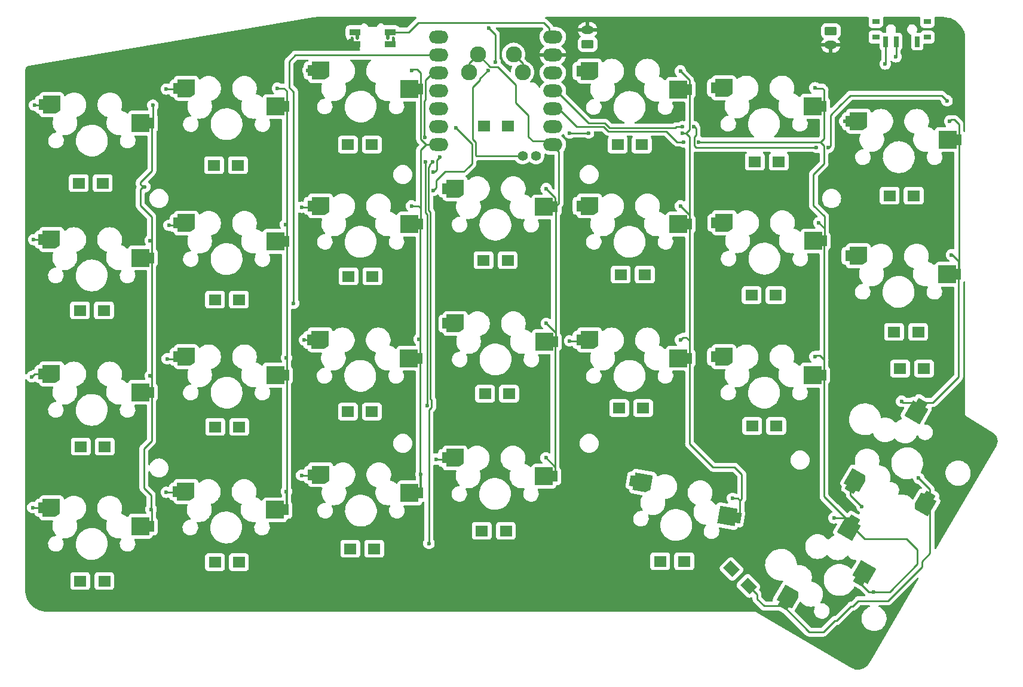
<source format=gbr>
%TF.GenerationSoftware,KiCad,Pcbnew,7.0.1*%
%TF.CreationDate,2023-04-29T17:31:46+07:00*%
%TF.ProjectId,ErgoTravel,4572676f-5472-4617-9665-6c2e6b696361,rev?*%
%TF.SameCoordinates,Original*%
%TF.FileFunction,Copper,L1,Top*%
%TF.FilePolarity,Positive*%
%FSLAX46Y46*%
G04 Gerber Fmt 4.6, Leading zero omitted, Abs format (unit mm)*
G04 Created by KiCad (PCBNEW 7.0.1) date 2023-04-29 17:31:46*
%MOMM*%
%LPD*%
G01*
G04 APERTURE LIST*
G04 Aperture macros list*
%AMRoundRect*
0 Rectangle with rounded corners*
0 $1 Rounding radius*
0 $2 $3 $4 $5 $6 $7 $8 $9 X,Y pos of 4 corners*
0 Add a 4 corners polygon primitive as box body*
4,1,4,$2,$3,$4,$5,$6,$7,$8,$9,$2,$3,0*
0 Add four circle primitives for the rounded corners*
1,1,$1+$1,$2,$3*
1,1,$1+$1,$4,$5*
1,1,$1+$1,$6,$7*
1,1,$1+$1,$8,$9*
0 Add four rect primitives between the rounded corners*
20,1,$1+$1,$2,$3,$4,$5,0*
20,1,$1+$1,$4,$5,$6,$7,0*
20,1,$1+$1,$6,$7,$8,$9,0*
20,1,$1+$1,$8,$9,$2,$3,0*%
%AMRotRect*
0 Rectangle, with rotation*
0 The origin of the aperture is its center*
0 $1 length*
0 $2 width*
0 $3 Rotation angle, in degrees counterclockwise*
0 Add horizontal line*
21,1,$1,$2,0,0,$3*%
%AMFreePoly0*
4,1,24,2.735355,1.235355,2.750000,1.200000,2.750000,-0.800000,2.748029,-0.804757,2.749028,-0.809806,2.740927,-0.821903,2.735355,-0.835355,2.730600,-0.837324,2.727735,-0.841603,2.127735,-1.241603,2.113449,-1.244428,2.100000,-1.250000,0.300000,-1.250000,0.264645,-1.235355,0.250000,-1.200000,0.250000,-0.750000,-0.350000,-0.750000,-0.350000,0.750000,0.250000,0.750000,0.250000,1.200000,
0.264645,1.235355,0.300000,1.250000,2.700000,1.250000,2.735355,1.235355,2.735355,1.235355,$1*%
%AMFreePoly1*
4,1,17,-0.364645,1.235355,-0.350000,1.200000,-0.350000,0.750000,0.350000,0.750000,0.350000,-0.750000,-0.350000,-0.750000,-0.350000,-1.200000,-0.364645,-1.235355,-0.400000,-1.250000,-2.800000,-1.250000,-2.835355,-1.235355,-2.850000,-1.200000,-2.850000,1.200000,-2.835355,1.235355,-2.800000,1.250000,-0.400000,1.250000,-0.364645,1.235355,-0.364645,1.235355,$1*%
%AMFreePoly2*
4,1,13,0.565955,0.933355,0.580600,0.898000,0.580600,0.425000,0.800000,0.425000,0.800000,-0.425000,-0.800000,-0.425000,-0.800000,0.425000,0.125000,0.425000,0.125000,0.898000,0.139645,0.933355,0.175000,0.948000,0.530600,0.948000,0.565955,0.933355,0.565955,0.933355,$1*%
%AMFreePoly3*
4,1,13,0.667755,0.904155,0.682400,0.868800,0.682400,0.425000,0.800000,0.425000,0.800000,-0.425000,-0.800000,-0.425000,-0.800000,0.425000,0.226800,0.425000,0.226800,0.868800,0.241445,0.904155,0.276800,0.918800,0.632400,0.918800,0.667755,0.904155,0.667755,0.904155,$1*%
%AMFreePoly4*
4,1,13,-0.190645,0.922355,-0.176000,0.887000,-0.176000,0.425000,0.800000,0.425000,0.800000,-0.425000,-0.800000,-0.425000,-0.800000,0.425000,-0.631600,0.425000,-0.631600,0.887000,-0.616955,0.922355,-0.581600,0.937000,-0.226000,0.937000,-0.190645,0.922355,-0.190645,0.922355,$1*%
%AMFreePoly5*
4,1,25,-0.157517,0.948358,-0.139944,0.941252,-0.139854,0.941041,-0.139645,0.940955,-0.132426,0.923527,-0.125001,0.906022,-0.125086,0.905809,-0.125000,0.905600,-0.125000,0.425000,0.800000,0.425000,0.800000,-0.425000,-0.800000,-0.425000,-0.800000,0.425000,-0.580600,0.425000,-0.580600,0.902600,-0.573341,0.920123,-0.566252,0.937655,-0.566042,0.937743,-0.565955,0.937955,-0.548426,0.945215,
-0.531022,0.952598,-0.175421,0.955598,-0.175210,0.955512,-0.175000,0.955600,-0.157517,0.948358,-0.157517,0.948358,$1*%
G04 Aperture macros list end*
%TA.AperFunction,ComponentPad*%
%ADD10C,2.286000*%
%TD*%
%TA.AperFunction,SMDPad,CuDef*%
%ADD11FreePoly0,0.000000*%
%TD*%
%TA.AperFunction,SMDPad,CuDef*%
%ADD12FreePoly1,0.000000*%
%TD*%
%TA.AperFunction,ComponentPad*%
%ADD13R,1.800000X1.500000*%
%TD*%
%TA.AperFunction,SMDPad,CuDef*%
%ADD14FreePoly0,60.000000*%
%TD*%
%TA.AperFunction,SMDPad,CuDef*%
%ADD15FreePoly1,60.000000*%
%TD*%
%TA.AperFunction,ComponentPad*%
%ADD16RoundRect,0.250000X-0.625000X0.350000X-0.625000X-0.350000X0.625000X-0.350000X0.625000X0.350000X0*%
%TD*%
%TA.AperFunction,ComponentPad*%
%ADD17O,1.750000X1.200000*%
%TD*%
%TA.AperFunction,SMDPad,CuDef*%
%ADD18FreePoly2,180.000000*%
%TD*%
%TA.AperFunction,ComponentPad*%
%ADD19C,0.457200*%
%TD*%
%TA.AperFunction,SMDPad,CuDef*%
%ADD20FreePoly3,0.000000*%
%TD*%
%TA.AperFunction,SMDPad,CuDef*%
%ADD21FreePoly4,0.000000*%
%TD*%
%TA.AperFunction,SMDPad,CuDef*%
%ADD22FreePoly5,180.000000*%
%TD*%
%TA.AperFunction,ComponentPad*%
%ADD23O,2.750000X1.800000*%
%TD*%
%TA.AperFunction,ComponentPad*%
%ADD24C,1.397000*%
%TD*%
%TA.AperFunction,ComponentPad*%
%ADD25RotRect,1.800000X1.500000X315.000000*%
%TD*%
%TA.AperFunction,SMDPad,CuDef*%
%ADD26FreePoly0,350.000000*%
%TD*%
%TA.AperFunction,SMDPad,CuDef*%
%ADD27FreePoly1,350.000000*%
%TD*%
%TA.AperFunction,SMDPad,CuDef*%
%ADD28R,1.000000X0.800000*%
%TD*%
%TA.AperFunction,SMDPad,CuDef*%
%ADD29R,0.700000X1.500000*%
%TD*%
%TA.AperFunction,ComponentPad*%
%ADD30RoundRect,0.250000X0.625000X-0.350000X0.625000X0.350000X-0.625000X0.350000X-0.625000X-0.350000X0*%
%TD*%
%TA.AperFunction,SMDPad,CuDef*%
%ADD31FreePoly0,240.000000*%
%TD*%
%TA.AperFunction,SMDPad,CuDef*%
%ADD32FreePoly1,240.000000*%
%TD*%
%TA.AperFunction,ViaPad*%
%ADD33C,0.600000*%
%TD*%
%TA.AperFunction,Conductor*%
%ADD34C,0.250000*%
%TD*%
G04 APERTURE END LIST*
D10*
%TO.P,K13,1*%
%TO.N,col3*%
X137850172Y-54259252D03*
X139120172Y-51719252D03*
%TO.P,K13,2*%
%TO.N,Net-(D12-A)*%
X144200172Y-51719252D03*
X145470172Y-54259252D03*
%TD*%
D11*
%TO.P,SW23,1,1*%
%TO.N,Net-(D17-A)*%
X153433524Y-92185092D03*
D12*
%TO.P,SW23,2,2*%
%TO.N,col4*%
X169133524Y-94785092D03*
%TD*%
D11*
%TO.P,SW6,1,1*%
%TO.N,Net-(D2-A)*%
X77224884Y-77955510D03*
D12*
%TO.P,SW6,2,2*%
%TO.N,col0*%
X92924884Y-80555510D03*
%TD*%
D13*
%TO.P,D21,1,K*%
%TO.N,row1*%
X181327001Y-85852000D03*
%TO.P,D21,2,A*%
%TO.N,Net-(D21-A)*%
X177927001Y-85852000D03*
%TD*%
%TO.P,D15,1,K*%
%TO.N,row3*%
X143100001Y-119253000D03*
%TO.P,D15,2,A*%
%TO.N,Net-(D15-A)*%
X139700001Y-119253000D03*
%TD*%
D14*
%TO.P,SW32,1,1*%
%TO.N,Net-(D25-A)*%
X191951278Y-113360782D03*
D15*
%TO.P,SW32,2,2*%
%TO.N,col6*%
X202052944Y-101064183D03*
%TD*%
D11*
%TO.P,SW26,1,1*%
%TO.N,Net-(D21-A)*%
X172545222Y-75573990D03*
D12*
%TO.P,SW26,2,2*%
%TO.N,col5*%
X188245222Y-78173990D03*
%TD*%
D11*
%TO.P,SW12,1,1*%
%TO.N,Net-(D7-A)*%
X96277044Y-113678310D03*
D12*
%TO.P,SW12,2,2*%
%TO.N,col1*%
X111977044Y-116278310D03*
%TD*%
D11*
%TO.P,SW31,1,1*%
%TO.N,Net-(D26-A)*%
X191537844Y-80277492D03*
D12*
%TO.P,SW31,2,2*%
%TO.N,col6*%
X207237844Y-82877492D03*
%TD*%
D11*
%TO.P,SW15,1,1*%
%TO.N,Net-(D9-A)*%
X115269666Y-92185092D03*
D12*
%TO.P,SW15,2,2*%
%TO.N,col2*%
X130969666Y-94785092D03*
%TD*%
D13*
%TO.P,D27,1,K*%
%TO.N,row0*%
X200885001Y-71755000D03*
%TO.P,D27,2,A*%
%TO.N,Net-(D27-A)*%
X197485001Y-71755000D03*
%TD*%
%TO.P,D2,1,K*%
%TO.N,row1*%
X86155000Y-88011000D03*
%TO.P,D2,2,A*%
%TO.N,Net-(D2-A)*%
X82755000Y-88011000D03*
%TD*%
D11*
%TO.P,SW20,1,1*%
%TO.N,Net-(D15-A)*%
X134381364Y-108915270D03*
D12*
%TO.P,SW20,2,2*%
%TO.N,col3*%
X150081364Y-111515270D03*
%TD*%
D13*
%TO.P,D9,1,K*%
%TO.N,row2*%
X124128000Y-102362000D03*
%TO.P,D9,2,A*%
%TO.N,Net-(D9-A)*%
X120728000Y-102362000D03*
%TD*%
D16*
%TO.P,BATTCONN2,1,Pin_1*%
%TO.N,BATT*%
X189140000Y-48403000D03*
D17*
%TO.P,BATTCONN2,2,Pin_2*%
%TO.N,GND*%
X189140000Y-50403000D03*
%TD*%
D11*
%TO.P,SW27,1,1*%
%TO.N,Net-(D22-A)*%
X172485684Y-94566612D03*
D12*
%TO.P,SW27,2,2*%
%TO.N,col5*%
X188185684Y-97166612D03*
%TD*%
D18*
%TO.P,D24,1,VDD*%
%TO.N,VCC*%
X126706000Y-48555000D03*
D19*
X126356000Y-49430000D03*
%TO.P,D24,2,DOUT*%
%TO.N,unconnected-(D24-DOUT-Pad2)*%
X127156000Y-49430000D03*
D20*
X126706000Y-50305000D03*
D21*
%TO.P,D24,3,VSS*%
%TO.N,GND*%
X121706000Y-50305000D03*
D19*
X121306000Y-49430000D03*
%TO.P,D24,4,DIN*%
%TO.N,RGB*%
X122056000Y-49430000D03*
D22*
X121706000Y-48555000D03*
%TD*%
D13*
%TO.P,D14,1,K*%
%TO.N,row2*%
X143559000Y-99822000D03*
%TO.P,D14,2,A*%
%TO.N,Net-(D14-A)*%
X140159000Y-99822000D03*
%TD*%
%TO.P,D25,1,K*%
%TO.N,row2*%
X198960000Y-96266000D03*
%TO.P,D25,2,A*%
%TO.N,Net-(D25-A)*%
X202360000Y-96266000D03*
%TD*%
D23*
%TO.P,U2,1,A2/0.02_H*%
%TO.N,row0*%
X133565172Y-49276000D03*
%TO.P,U2,2,A4/0.03_H*%
%TO.N,row1*%
X133565172Y-51816000D03*
%TO.P,U2,3,A10/0.28*%
%TO.N,row2*%
X133565172Y-54356000D03*
%TO.P,U2,4,A11/0.29*%
%TO.N,row3*%
X133565172Y-56896000D03*
%TO.P,U2,5,A8_SDA/0.04_H*%
%TO.N,col0*%
X133565172Y-59436000D03*
%TO.P,U2,6,A9_SCL/0.05_H*%
%TO.N,col1*%
X133565172Y-61976000D03*
%TO.P,U2,7,B8_TX/1.11*%
%TO.N,col2*%
X133565172Y-64516000D03*
%TO.P,U2,8,B9_RX/1.12*%
%TO.N,col3*%
X149755172Y-64516000D03*
%TO.P,U2,9,A7_SCK/1.13*%
%TO.N,col4*%
X149755172Y-61976000D03*
%TO.P,U2,10,A5_MISO/1.14*%
%TO.N,col5*%
X149755172Y-59436000D03*
%TO.P,U2,11,A6_MOSI/1.15*%
%TO.N,col6*%
X149755172Y-56896000D03*
%TO.P,U2,12,3V3*%
%TO.N,unconnected-(U2-3V3-Pad12)*%
X149755172Y-54356000D03*
%TO.P,U2,13,GND*%
%TO.N,GND*%
X149755172Y-51816000D03*
%TO.P,U2,14,5V*%
%TO.N,VCC*%
X149755172Y-49276000D03*
D24*
%TO.P,U2,21,NFC1/0.09_H*%
%TO.N,RGB*%
X145470172Y-66104000D03*
%TO.P,U2,22,NFC2/0.10_H*%
%TO.N,unconnected-(U2-NFC2{slash}0.10_H-Pad22)*%
X147375172Y-66104000D03*
%TD*%
D13*
%TO.P,D7,1,K*%
%TO.N,row3*%
X105282999Y-123698000D03*
%TO.P,D7,2,A*%
%TO.N,Net-(D7-A)*%
X101882999Y-123698000D03*
%TD*%
D11*
%TO.P,SW9,1,1*%
%TO.N,Net-(D1-A)*%
X96336582Y-56521830D03*
D12*
%TO.P,SW9,2,2*%
%TO.N,col1*%
X112036582Y-59121830D03*
%TD*%
D11*
%TO.P,SW7,1,1*%
%TO.N,Net-(D4-A)*%
X77224884Y-97007670D03*
D12*
%TO.P,SW7,2,2*%
%TO.N,col0*%
X92924884Y-99607670D03*
%TD*%
D11*
%TO.P,SW25,1,1*%
%TO.N,Net-(D20-A)*%
X172485684Y-56462292D03*
D12*
%TO.P,SW25,2,2*%
%TO.N,col5*%
X188185684Y-59062292D03*
%TD*%
D11*
%TO.P,SW11,1,1*%
%TO.N,Net-(D5-A)*%
X96336582Y-94566612D03*
D12*
%TO.P,SW11,2,2*%
%TO.N,col1*%
X112036582Y-97166612D03*
%TD*%
D13*
%TO.P,D19,1,K*%
%TO.N,row0*%
X162355000Y-64516000D03*
%TO.P,D19,2,A*%
%TO.N,Net-(D19-A)*%
X158955000Y-64516000D03*
%TD*%
%TO.P,D18,1,K*%
%TO.N,row1*%
X162785001Y-82931000D03*
%TO.P,D18,2,A*%
%TO.N,Net-(D18-A)*%
X159385001Y-82931000D03*
%TD*%
D11*
%TO.P,SW14,1,1*%
%TO.N,Net-(D10-A)*%
X115329204Y-73192470D03*
D12*
%TO.P,SW14,2,2*%
%TO.N,col2*%
X131029204Y-75792470D03*
%TD*%
D11*
%TO.P,SW21,1,1*%
%TO.N,Net-(D19-A)*%
X153433524Y-54080772D03*
D12*
%TO.P,SW21,2,2*%
%TO.N,col4*%
X169133524Y-56680772D03*
%TD*%
D25*
%TO.P,D23,1,K*%
%TO.N,row3*%
X175073918Y-124654918D03*
%TO.P,D23,2,A*%
%TO.N,Net-(D23-A)*%
X177478082Y-127059082D03*
%TD*%
D26*
%TO.P,SW24,1,1*%
%TO.N,Net-(D16-A)*%
X161037232Y-112148296D03*
D27*
%TO.P,SW24,2,2*%
%TO.N,col4*%
X176047228Y-117435072D03*
%TD*%
D13*
%TO.P,D22,1,K*%
%TO.N,row2*%
X181405000Y-104394000D03*
%TO.P,D22,2,A*%
%TO.N,Net-(D22-A)*%
X178005000Y-104394000D03*
%TD*%
D28*
%TO.P,BATTSW1,*%
%TO.N,*%
X202822000Y-49261000D03*
X202822000Y-47051000D03*
X195522000Y-49261000D03*
X195522000Y-47051000D03*
D29*
%TO.P,BATTSW1,1,A*%
%TO.N,unconnected-(BATTSW1-A-Pad1)*%
X201422000Y-49911000D03*
%TO.P,BATTSW1,2,B*%
%TO.N,BATT*%
X198422000Y-49911000D03*
%TO.P,BATTSW1,3,C*%
%TO.N,RAW*%
X196922000Y-49911000D03*
%TD*%
D13*
%TO.P,D3,1,K*%
%TO.N,row1*%
X105282999Y-86487000D03*
%TO.P,D3,2,A*%
%TO.N,Net-(D3-A)*%
X101882999Y-86487000D03*
%TD*%
%TO.P,D8,1,K*%
%TO.N,row3*%
X124459999Y-121793000D03*
%TO.P,D8,2,A*%
%TO.N,Net-(D8-A)*%
X121059999Y-121793000D03*
%TD*%
D11*
%TO.P,SW19,1,1*%
%TO.N,Net-(D14-A)*%
X134440902Y-89863110D03*
D12*
%TO.P,SW19,2,2*%
%TO.N,col3*%
X150140902Y-92463110D03*
%TD*%
D13*
%TO.P,D29,1,K*%
%TO.N,row0*%
X85978999Y-69977000D03*
%TO.P,D29,2,A*%
%TO.N,Net-(D29-A)*%
X82578999Y-69977000D03*
%TD*%
%TO.P,D17,1,K*%
%TO.N,row2*%
X162559999Y-101854000D03*
%TO.P,D17,2,A*%
%TO.N,Net-(D17-A)*%
X159159999Y-101854000D03*
%TD*%
D14*
%TO.P,SW28,1,1*%
%TO.N,Net-(D23-A)*%
X182385794Y-129905943D03*
D15*
%TO.P,SW28,2,2*%
%TO.N,col5*%
X192487460Y-117609344D03*
%TD*%
D13*
%TO.P,D10,1,K*%
%TO.N,row1*%
X124205999Y-83185000D03*
%TO.P,D10,2,A*%
%TO.N,Net-(D10-A)*%
X120805999Y-83185000D03*
%TD*%
%TO.P,D26,1,K*%
%TO.N,row1*%
X201520001Y-91059000D03*
%TO.P,D26,2,A*%
%TO.N,Net-(D26-A)*%
X198120001Y-91059000D03*
%TD*%
%TO.P,D12,1,K*%
%TO.N,row0*%
X139983000Y-61849000D03*
%TO.P,D12,2,A*%
%TO.N,Net-(D12-A)*%
X143383000Y-61849000D03*
%TD*%
%TO.P,D13,1,K*%
%TO.N,row1*%
X143354001Y-80899000D03*
%TO.P,D13,2,A*%
%TO.N,Net-(D13-A)*%
X139954001Y-80899000D03*
%TD*%
%TO.P,D4,1,K*%
%TO.N,row2*%
X86282000Y-107315000D03*
%TO.P,D4,2,A*%
%TO.N,Net-(D4-A)*%
X82882000Y-107315000D03*
%TD*%
D30*
%TO.P,BATTCONN1,1,Pin_1*%
%TO.N,RAW*%
X154686000Y-50260000D03*
D17*
%TO.P,BATTCONN1,2,Pin_2*%
%TO.N,GND*%
X154686000Y-48260000D03*
%TD*%
D11*
%TO.P,SW8,1,1*%
%TO.N,Net-(D6-A)*%
X77224884Y-116000292D03*
D12*
%TO.P,SW8,2,2*%
%TO.N,col0*%
X92924884Y-118600292D03*
%TD*%
D11*
%TO.P,SW13,1,1*%
%TO.N,Net-(D11-A)*%
X115329204Y-54021234D03*
D12*
%TO.P,SW13,2,2*%
%TO.N,col2*%
X131029204Y-56621234D03*
%TD*%
D11*
%TO.P,SW30,1,1*%
%TO.N,Net-(D27-A)*%
X191577978Y-61192754D03*
D12*
%TO.P,SW30,2,2*%
%TO.N,col6*%
X207277978Y-63792754D03*
%TD*%
D11*
%TO.P,SW5,1,1*%
%TO.N,Net-(D29-A)*%
X77244288Y-58843812D03*
D12*
%TO.P,SW5,2,2*%
%TO.N,col0*%
X92944288Y-61443812D03*
%TD*%
D11*
%TO.P,SW16,1,1*%
%TO.N,Net-(D8-A)*%
X115369472Y-111296790D03*
D12*
%TO.P,SW16,2,2*%
%TO.N,col2*%
X131069472Y-113896790D03*
%TD*%
D11*
%TO.P,SW10,1,1*%
%TO.N,Net-(D3-A)*%
X96336582Y-75633528D03*
D12*
%TO.P,SW10,2,2*%
%TO.N,col1*%
X112036582Y-78233528D03*
%TD*%
D11*
%TO.P,SW1,1,1*%
%TO.N,Net-(D13-A)*%
X134421632Y-70751412D03*
D12*
%TO.P,SW1,2,2*%
%TO.N,col3*%
X150121632Y-73351412D03*
%TD*%
D31*
%TO.P,SW29,1,1*%
%TO.N,Net-(D23-A)*%
X203202428Y-114193454D03*
D32*
%TO.P,SW29,2,2*%
%TO.N,col5*%
X193100762Y-126490053D03*
%TD*%
D11*
%TO.P,SW22,1,1*%
%TO.N,Net-(D18-A)*%
X153433524Y-73192470D03*
D12*
%TO.P,SW22,2,2*%
%TO.N,col4*%
X169133524Y-75792470D03*
%TD*%
D13*
%TO.P,D6,1,K*%
%TO.N,row3*%
X86204001Y-126365000D03*
%TO.P,D6,2,A*%
%TO.N,Net-(D6-A)*%
X82804001Y-126365000D03*
%TD*%
%TO.P,D20,1,K*%
%TO.N,row0*%
X181786000Y-66929000D03*
%TO.P,D20,2,A*%
%TO.N,Net-(D20-A)*%
X178386000Y-66929000D03*
%TD*%
%TO.P,D11,1,K*%
%TO.N,row0*%
X124128000Y-64516000D03*
%TO.P,D11,2,A*%
%TO.N,Net-(D11-A)*%
X120728000Y-64516000D03*
%TD*%
%TO.P,D16,1,K*%
%TO.N,row3*%
X168373001Y-123571000D03*
%TO.P,D16,2,A*%
%TO.N,Net-(D16-A)*%
X164973001Y-123571000D03*
%TD*%
%TO.P,D5,1,K*%
%TO.N,row2*%
X105332000Y-104521000D03*
%TO.P,D5,2,A*%
%TO.N,Net-(D5-A)*%
X101932000Y-104521000D03*
%TD*%
%TO.P,D1,1,K*%
%TO.N,row0*%
X105155999Y-67437000D03*
%TO.P,D1,2,A*%
%TO.N,Net-(D1-A)*%
X101755999Y-67437000D03*
%TD*%
D33*
%TO.N,Net-(D1-A)*%
X94996000Y-56642000D03*
%TO.N,row1*%
X113030000Y-86995000D03*
%TO.N,Net-(D2-A)*%
X76200000Y-77978000D03*
%TO.N,row2*%
X131653704Y-63452821D03*
X131699000Y-66929000D03*
X131953000Y-101473000D03*
%TO.N,Net-(D3-A)*%
X95377000Y-75946000D03*
%TO.N,row3*%
X132207000Y-121031000D03*
X132715000Y-66929000D03*
%TO.N,Net-(D4-A)*%
X75946000Y-97409000D03*
%TO.N,Net-(D5-A)*%
X95123000Y-94869000D03*
%TO.N,Net-(D6-A)*%
X76073000Y-115951000D03*
%TO.N,Net-(D7-A)*%
X94996000Y-113792000D03*
%TO.N,Net-(D8-A)*%
X114173000Y-111379000D03*
%TO.N,Net-(D9-A)*%
X114554000Y-92202000D03*
%TO.N,Net-(D10-A)*%
X114173000Y-73406000D03*
%TO.N,Net-(D11-A)*%
X115062000Y-53975000D03*
%TO.N,Net-(D13-A)*%
X134421632Y-70751412D03*
%TO.N,Net-(D14-A)*%
X134440902Y-89863110D03*
%TO.N,Net-(D15-A)*%
X133223000Y-109093000D03*
%TO.N,Net-(D16-A)*%
X161037232Y-112148296D03*
%TO.N,Net-(D17-A)*%
X152146000Y-92329000D03*
%TO.N,Net-(D18-A)*%
X153433524Y-73192470D03*
%TO.N,Net-(D19-A)*%
X153433524Y-54080772D03*
%TO.N,Net-(D20-A)*%
X172485684Y-56462292D03*
%TO.N,Net-(D21-A)*%
X172545222Y-75573990D03*
%TO.N,Net-(D22-A)*%
X172485684Y-94566612D03*
%TO.N,Net-(D23-A)*%
X201600762Y-111767621D03*
%TO.N,Net-(D25-A)*%
X193552944Y-115786615D03*
%TO.N,Net-(D26-A)*%
X191537844Y-80277492D03*
%TO.N,col0*%
X133731000Y-66294000D03*
X91948000Y-70485000D03*
X92710000Y-78105000D03*
X92837000Y-116205000D03*
X132773500Y-68442500D03*
X93091000Y-58928000D03*
X92710000Y-97282000D03*
%TO.N,col1*%
X111887000Y-75819000D03*
X136017000Y-62103000D03*
X132842000Y-70993000D03*
X112014000Y-94742000D03*
X112014000Y-113665000D03*
X110736582Y-56521830D03*
%TO.N,col2*%
X129729204Y-54021234D03*
X129729204Y-73192470D03*
X131064000Y-111252000D03*
X130810000Y-92075000D03*
%TO.N,col6*%
X206248000Y-80137000D03*
X199151278Y-100890016D03*
X168148000Y-61976000D03*
X205613000Y-58293000D03*
X205977978Y-61192754D03*
X187071000Y-64897000D03*
X169758024Y-61976000D03*
X188810184Y-64910302D03*
%TO.N,Net-(D27-A)*%
X191135000Y-61214000D03*
%TO.N,RAW*%
X196850000Y-53086000D03*
%TO.N,BATT*%
X198374000Y-52070000D03*
%TO.N,RGB*%
X141605000Y-52842500D03*
X140567359Y-54014416D03*
X140716000Y-48006000D03*
%TO.N,Net-(D29-A)*%
X76327000Y-58928000D03*
%TO.N,col3*%
X148840902Y-89863110D03*
X148821632Y-70751412D03*
X148781364Y-108915270D03*
%TO.N,col4*%
X167833524Y-54080772D03*
X167833524Y-73192470D03*
X175218464Y-114648829D03*
X152146000Y-62865000D03*
X168148000Y-62865000D03*
X154813000Y-62865000D03*
X167833524Y-92185092D03*
%TO.N,col5*%
X189585794Y-117435177D03*
X186885684Y-94566612D03*
X195199000Y-127889000D03*
X187452000Y-75565000D03*
X186885684Y-56462292D03*
X170434000Y-64135000D03*
X168275000Y-64135000D03*
%TD*%
D34*
%TO.N,Net-(D1-A)*%
X96216412Y-56642000D02*
X96336582Y-56521830D01*
X94996000Y-56642000D02*
X96216412Y-56642000D01*
%TO.N,row1*%
X113284000Y-51816000D02*
X112395000Y-52705000D01*
X112395000Y-56388000D02*
X113030000Y-57023000D01*
X112395000Y-52705000D02*
X112395000Y-56388000D01*
X113030000Y-57023000D02*
X113030000Y-86995000D01*
X134040172Y-51816000D02*
X113284000Y-51816000D01*
%TO.N,Net-(D2-A)*%
X77202394Y-77978000D02*
X77224884Y-77955510D01*
X76200000Y-77978000D02*
X77202394Y-77978000D01*
%TO.N,row2*%
X131572000Y-63371117D02*
X131653704Y-63452821D01*
X131704204Y-57150000D02*
X131704204Y-58160796D01*
X131704204Y-55366796D02*
X131704204Y-57150000D01*
X131572000Y-58293000D02*
X131572000Y-63371117D01*
X132715000Y-54356000D02*
X131826000Y-55245000D01*
X131704204Y-58160796D02*
X131572000Y-58293000D01*
X131699000Y-74168000D02*
X131953000Y-74422000D01*
X134040172Y-54356000D02*
X132715000Y-54356000D01*
X131826000Y-55245000D02*
X131704204Y-55366796D01*
X131699000Y-66929000D02*
X131699000Y-74168000D01*
X131953000Y-74422000D02*
X131953000Y-101473000D01*
%TO.N,Net-(D3-A)*%
X96024110Y-75946000D02*
X96336582Y-75633528D01*
X95377000Y-75946000D02*
X96024110Y-75946000D01*
%TO.N,row3*%
X132521942Y-101787942D02*
X132207000Y-102102884D01*
X132334000Y-67310000D02*
X132334000Y-67564000D01*
X132403000Y-74110000D02*
X132403000Y-75184000D01*
X132578000Y-100721000D02*
X132578000Y-101731884D01*
X132588000Y-100711000D02*
X132578000Y-100721000D01*
X132715000Y-66929000D02*
X132334000Y-67310000D01*
X132207000Y-108458000D02*
X132207000Y-121031000D01*
X132578000Y-101731884D02*
X132521942Y-101787942D01*
X132403000Y-100526000D02*
X132588000Y-100711000D01*
X132403000Y-75184000D02*
X132403000Y-100526000D01*
X132149000Y-67749000D02*
X132149000Y-73279000D01*
X132207000Y-73914000D02*
X132403000Y-74110000D01*
X132207000Y-102102884D02*
X132207000Y-108458000D01*
X132334000Y-67564000D02*
X132149000Y-67749000D01*
X132149000Y-73856000D02*
X132207000Y-73914000D01*
X132149000Y-73279000D02*
X132149000Y-73856000D01*
%TO.N,Net-(D4-A)*%
X77224884Y-97007670D02*
X76347330Y-97007670D01*
X76347330Y-97007670D02*
X75946000Y-97409000D01*
%TO.N,Net-(D5-A)*%
X95123000Y-94869000D02*
X96034194Y-94869000D01*
X96034194Y-94869000D02*
X96336582Y-94566612D01*
%TO.N,Net-(D6-A)*%
X76073000Y-115951000D02*
X77175592Y-115951000D01*
X77175592Y-115951000D02*
X77224884Y-116000292D01*
%TO.N,Net-(D7-A)*%
X96163354Y-113792000D02*
X96277044Y-113678310D01*
X94996000Y-113792000D02*
X96163354Y-113792000D01*
%TO.N,Net-(D8-A)*%
X115287262Y-111379000D02*
X115369472Y-111296790D01*
X114173000Y-111379000D02*
X115287262Y-111379000D01*
%TO.N,Net-(D9-A)*%
X115252758Y-92202000D02*
X115269666Y-92185092D01*
X114554000Y-92202000D02*
X115252758Y-92202000D01*
%TO.N,Net-(D10-A)*%
X115115674Y-73406000D02*
X115329204Y-73192470D01*
X114173000Y-73406000D02*
X115115674Y-73406000D01*
%TO.N,Net-(D12-A)*%
X145470172Y-52989252D02*
X145470172Y-54259252D01*
X144200172Y-51719252D02*
X145470172Y-52989252D01*
%TO.N,Net-(D15-A)*%
X133223000Y-109093000D02*
X134203634Y-109093000D01*
X134203634Y-109093000D02*
X134381364Y-108915270D01*
%TO.N,Net-(D17-A)*%
X152146000Y-92329000D02*
X153289616Y-92329000D01*
X153289616Y-92329000D02*
X153433524Y-92185092D01*
%TO.N,Net-(D23-A)*%
X197231000Y-129159000D02*
X193040000Y-129159000D01*
X186083851Y-133604000D02*
X182385794Y-129905943D01*
X188087000Y-133604000D02*
X186083851Y-133604000D01*
X192278000Y-129921000D02*
X192024000Y-129921000D01*
X178689000Y-128905000D02*
X178689000Y-128270000D01*
X202057000Y-123571000D02*
X202057000Y-124333000D01*
X189992000Y-131953000D02*
X189738000Y-131953000D01*
X178689000Y-128270000D02*
X177478082Y-127059082D01*
X203202428Y-114193454D02*
X203202428Y-122425572D01*
X202057000Y-124333000D02*
X197231000Y-129159000D01*
X193040000Y-129159000D02*
X192278000Y-129921000D01*
X203202428Y-122425572D02*
X202057000Y-123571000D01*
X192024000Y-129921000D02*
X189992000Y-131953000D01*
X179689943Y-129905943D02*
X178689000Y-128905000D01*
X203202428Y-114193454D02*
X203202428Y-113369287D01*
X182385794Y-129905943D02*
X179689943Y-129905943D01*
X189738000Y-131953000D02*
X188087000Y-133604000D01*
X203202428Y-113369287D02*
X201600762Y-111767621D01*
%TO.N,Net-(D25-A)*%
X191951278Y-114184949D02*
X193552944Y-115786615D01*
X191951278Y-113360782D02*
X191951278Y-114184949D01*
%TO.N,col0*%
X133350000Y-67056000D02*
X133350000Y-68072000D01*
X92924884Y-97663000D02*
X92924884Y-97496884D01*
X91313000Y-71247000D02*
X91313000Y-70866000D01*
X133096000Y-68326000D02*
X132890000Y-68326000D01*
X91821000Y-107569000D02*
X92924884Y-106465116D01*
X91313000Y-70104000D02*
X91313000Y-69850000D01*
X92924884Y-78613000D02*
X92924884Y-78319884D01*
X92837000Y-116205000D02*
X92837000Y-114173000D01*
X91313000Y-69850000D02*
X92944288Y-68218712D01*
X92837000Y-114173000D02*
X91821000Y-113157000D01*
X133350000Y-68072000D02*
X133096000Y-68326000D01*
X133354884Y-67051116D02*
X133350000Y-67056000D01*
X92924884Y-78319884D02*
X92710000Y-78105000D01*
X92924884Y-97663000D02*
X92924884Y-80555510D01*
X91821000Y-113157000D02*
X91821000Y-107569000D01*
X92924884Y-116292884D02*
X92837000Y-116205000D01*
X92924884Y-80555510D02*
X92924884Y-78613000D01*
X92924884Y-78613000D02*
X92924884Y-74763884D01*
X92924884Y-97496884D02*
X92710000Y-97282000D01*
X133354884Y-66670116D02*
X133354884Y-67051116D01*
X93091000Y-61297100D02*
X92944288Y-61443812D01*
X92924884Y-99607670D02*
X92924884Y-97663000D01*
X92944288Y-68218712D02*
X92944288Y-61443812D01*
X91694000Y-70485000D02*
X91313000Y-70104000D01*
X133731000Y-66294000D02*
X133354884Y-66670116D01*
X91313000Y-70866000D02*
X91694000Y-70485000D01*
X91313000Y-73152000D02*
X91313000Y-71247000D01*
X132890000Y-68326000D02*
X132773500Y-68442500D01*
X92924884Y-74763884D02*
X91313000Y-73152000D01*
X92924884Y-118600292D02*
X92924884Y-116292884D01*
X92924884Y-106465116D02*
X92924884Y-99607670D01*
X93091000Y-58928000D02*
X93091000Y-61297100D01*
X91948000Y-70485000D02*
X91694000Y-70485000D01*
%TO.N,col1*%
X134493000Y-68326000D02*
X133604000Y-69215000D01*
X112036582Y-97166612D02*
X112036582Y-116218772D01*
X137160000Y-68326000D02*
X134874000Y-68326000D01*
X134874000Y-68326000D02*
X134493000Y-68326000D01*
X112036582Y-96266000D02*
X112036582Y-94764582D01*
X138303000Y-67183000D02*
X137795000Y-67691000D01*
X112036582Y-94764582D02*
X112014000Y-94742000D01*
X138303000Y-64389000D02*
X138303000Y-65532000D01*
X112036582Y-56918582D02*
X111639830Y-56521830D01*
X137795000Y-67691000D02*
X137160000Y-68326000D01*
X133604000Y-69215000D02*
X133223000Y-69596000D01*
X138303000Y-65532000D02*
X138303000Y-67183000D01*
X133223000Y-70231000D02*
X133223000Y-70612000D01*
X133223000Y-69596000D02*
X133223000Y-70231000D01*
X112036582Y-59121830D02*
X112036582Y-78233528D01*
X112014000Y-116241354D02*
X112014000Y-113665000D01*
X111639830Y-56521830D02*
X110736582Y-56521830D01*
X112036582Y-75968582D02*
X111887000Y-75819000D01*
X112036582Y-78233528D02*
X112036582Y-96266000D01*
X112036582Y-97166612D02*
X112036582Y-96266000D01*
X112036582Y-116218772D02*
X111977044Y-116278310D01*
X112036582Y-78233528D02*
X112036582Y-75968582D01*
X133223000Y-70612000D02*
X132842000Y-70993000D01*
X111977044Y-116278310D02*
X112014000Y-116241354D01*
X112036582Y-59121830D02*
X112036582Y-56918582D01*
X136017000Y-62103000D02*
X138303000Y-64389000D01*
%TO.N,col2*%
X130969666Y-94785092D02*
X130969666Y-92234666D01*
X130969666Y-92234666D02*
X130810000Y-92075000D01*
X131791204Y-64516000D02*
X131029204Y-63754000D01*
X131029204Y-75792470D02*
X131029204Y-73498204D01*
X134040172Y-64516000D02*
X131791204Y-64516000D01*
X131069472Y-113896790D02*
X131069472Y-111257472D01*
X130556000Y-53848000D02*
X129902438Y-53848000D01*
X131791204Y-64516000D02*
X131029204Y-65278000D01*
X129902438Y-53848000D02*
X129729204Y-54021234D01*
X131029204Y-54321204D02*
X130556000Y-53848000D01*
X131029204Y-56621234D02*
X131029204Y-54321204D01*
X131069472Y-113896790D02*
X130969666Y-113796984D01*
X131029204Y-75792470D02*
X131029204Y-65278000D01*
X131069472Y-111257472D02*
X131064000Y-111252000D01*
X131029204Y-73498204D02*
X130723470Y-73192470D01*
X130969666Y-113796984D02*
X130969666Y-94785092D01*
X131029204Y-63627000D02*
X131029204Y-56621234D01*
X130969666Y-75852008D02*
X131029204Y-75792470D01*
X130969666Y-94785092D02*
X130969666Y-75852008D01*
X130723470Y-73192470D02*
X129729204Y-73192470D01*
X131029204Y-63754000D02*
X131029204Y-63627000D01*
%TO.N,col6*%
X203608817Y-101064183D02*
X207237844Y-97435156D01*
X189103000Y-60325000D02*
X190500000Y-58928000D01*
X157100396Y-61468000D02*
X157671198Y-62038802D01*
X170053000Y-64897000D02*
X187071000Y-64897000D01*
X188835698Y-64910302D02*
X189103000Y-64643000D01*
X149280172Y-56896000D02*
X150241000Y-56896000D01*
X169799000Y-63373000D02*
X169799000Y-64643000D01*
X207237844Y-80999844D02*
X206629000Y-80391000D01*
X207237844Y-82877492D02*
X207237844Y-80999844D01*
X150241000Y-56896000D02*
X152527000Y-59182000D01*
X169799000Y-61976000D02*
X170053000Y-62230000D01*
X157793396Y-62161000D02*
X165608000Y-62161000D01*
X206629000Y-80391000D02*
X206375000Y-80137000D01*
X188810184Y-64910302D02*
X188835698Y-64910302D01*
X157671198Y-62038802D02*
X157793396Y-62161000D01*
X189103000Y-64643000D02*
X189103000Y-60325000D01*
X154813000Y-61468000D02*
X156591000Y-61468000D01*
X190500000Y-58928000D02*
X191897000Y-57531000D01*
X204851000Y-57531000D02*
X205613000Y-58293000D01*
X167259000Y-61976000D02*
X168148000Y-61976000D01*
X170053000Y-63119000D02*
X169799000Y-63373000D01*
X207237844Y-97435156D02*
X207237844Y-82877492D01*
X170053000Y-62230000D02*
X170053000Y-63119000D01*
X167132000Y-62103000D02*
X167259000Y-61976000D01*
X207277978Y-63792754D02*
X207277978Y-61608978D01*
X202052944Y-101064183D02*
X203608817Y-101064183D01*
X191897000Y-57531000D02*
X193548000Y-57531000D01*
X207277978Y-61608978D02*
X206629000Y-60960000D01*
X207277978Y-63792754D02*
X207277978Y-82837358D01*
X193548000Y-57531000D02*
X204851000Y-57531000D01*
X206629000Y-60960000D02*
X206210732Y-60960000D01*
X207277978Y-82837358D02*
X207237844Y-82877492D01*
X206375000Y-80137000D02*
X206248000Y-80137000D01*
X202052944Y-101064183D02*
X199325445Y-101064183D01*
X152527000Y-59182000D02*
X154813000Y-61468000D01*
X165608000Y-62161000D02*
X167074000Y-62161000D01*
X167074000Y-62161000D02*
X167132000Y-62103000D01*
X156591000Y-61468000D02*
X157100396Y-61468000D01*
X169799000Y-64643000D02*
X170053000Y-64897000D01*
X206210732Y-60960000D02*
X205977978Y-61192754D01*
X199325445Y-101064183D02*
X199151278Y-100890016D01*
X169758024Y-61976000D02*
X169799000Y-61976000D01*
%TO.N,RAW*%
X196922000Y-53014000D02*
X196850000Y-53086000D01*
X196922000Y-49911000D02*
X196922000Y-53014000D01*
%TO.N,BATT*%
X198422000Y-49911000D02*
X198422000Y-52022000D01*
X198422000Y-52022000D02*
X198374000Y-52070000D01*
%TO.N,VCC*%
X130683000Y-47244000D02*
X148463000Y-47244000D01*
X149225000Y-48006000D02*
X149225000Y-49220828D01*
X149225000Y-49220828D02*
X149280172Y-49276000D01*
X148463000Y-47244000D02*
X149225000Y-48006000D01*
X129372000Y-48555000D02*
X130683000Y-47244000D01*
X126706000Y-48555000D02*
X129372000Y-48555000D01*
%TO.N,RGB*%
X138430000Y-56388000D02*
X139446000Y-55372000D01*
X138875000Y-66104000D02*
X138811000Y-66040000D01*
X141605000Y-48895000D02*
X140716000Y-48006000D01*
X138811000Y-66040000D02*
X138811000Y-64135000D01*
X138811000Y-64135000D02*
X138430000Y-63754000D01*
X139446000Y-55372000D02*
X139446000Y-55135775D01*
X141605000Y-52842500D02*
X141605000Y-48895000D01*
X145470172Y-66104000D02*
X138875000Y-66104000D01*
X139446000Y-55135775D02*
X140567359Y-54014416D01*
X138430000Y-63754000D02*
X138430000Y-56388000D01*
%TO.N,Net-(D29-A)*%
X77160100Y-58928000D02*
X77244288Y-58843812D01*
X76327000Y-58928000D02*
X77160100Y-58928000D01*
%TO.N,col3*%
X148772172Y-64008000D02*
X149280172Y-64516000D01*
X137850172Y-52989252D02*
X137850172Y-54259252D01*
X144526000Y-56007000D02*
X144526000Y-58547000D01*
X150140902Y-92463110D02*
X150140902Y-91163110D01*
X150121632Y-72051412D02*
X148821632Y-70751412D01*
X149606000Y-64516000D02*
X149280172Y-64516000D01*
X150081364Y-111515270D02*
X150081364Y-92522648D01*
X140867920Y-53467000D02*
X141986000Y-53467000D01*
X150140902Y-73370682D02*
X150121632Y-73351412D01*
X150140902Y-91163110D02*
X148840902Y-89863110D01*
X146304000Y-60325000D02*
X146304000Y-63373000D01*
X150140902Y-92463110D02*
X150140902Y-73370682D01*
X150622000Y-65532000D02*
X149606000Y-64516000D01*
X150081364Y-92522648D02*
X150140902Y-92463110D01*
X144526000Y-58547000D02*
X146304000Y-60325000D01*
X146939000Y-64008000D02*
X148772172Y-64008000D01*
X150622000Y-72851044D02*
X150622000Y-65532000D01*
X150081364Y-111515270D02*
X150081364Y-110215270D01*
X139120172Y-51719252D02*
X137850172Y-52989252D01*
X150081364Y-110215270D02*
X148781364Y-108915270D01*
X139120172Y-51719252D02*
X140867920Y-53467000D01*
X141986000Y-53467000D02*
X144526000Y-56007000D01*
X146304000Y-63373000D02*
X146939000Y-64008000D01*
X150121632Y-73351412D02*
X150121632Y-72051412D01*
X150121632Y-73351412D02*
X150622000Y-72851044D01*
%TO.N,col4*%
X172466000Y-110236000D02*
X175514000Y-110236000D01*
X152146000Y-62865000D02*
X154813000Y-62865000D01*
X169133524Y-56680772D02*
X169133524Y-62357000D01*
X169133524Y-56680772D02*
X169133524Y-55380772D01*
X168197616Y-91821000D02*
X167833524Y-92185092D01*
X176530000Y-111252000D02*
X176530000Y-114681000D01*
X168656000Y-91821000D02*
X168197616Y-91821000D01*
X169133524Y-92298524D02*
X168656000Y-91821000D01*
X176530000Y-114681000D02*
X176276000Y-114935000D01*
X168625524Y-62865000D02*
X169133524Y-63373000D01*
X169133524Y-74492470D02*
X167833524Y-73192470D01*
X169133524Y-75792470D02*
X169133524Y-74492470D01*
X169133524Y-75792470D02*
X169133524Y-94785092D01*
X169133524Y-55380772D02*
X167833524Y-54080772D01*
X168148000Y-62865000D02*
X168625524Y-62865000D01*
X175989829Y-114648829D02*
X175218464Y-114648829D01*
X169133524Y-94785092D02*
X169133524Y-106903524D01*
X175514000Y-110236000D02*
X176530000Y-111252000D01*
X176276000Y-117206300D02*
X176276000Y-114935000D01*
X169133524Y-106903524D02*
X172466000Y-110236000D01*
X168625524Y-62865000D02*
X169133524Y-62357000D01*
X176047228Y-117435072D02*
X176276000Y-117206300D01*
X176276000Y-114935000D02*
X175989829Y-114648829D01*
X169133524Y-94785092D02*
X169133524Y-92298524D01*
X169133524Y-63373000D02*
X169133524Y-75792470D01*
%TO.N,col5*%
X194499709Y-127889000D02*
X195199000Y-127889000D01*
X152019000Y-60833000D02*
X153162000Y-61976000D01*
X192313293Y-117435177D02*
X191389000Y-117435177D01*
X167386000Y-64135000D02*
X168275000Y-64135000D01*
X150622000Y-59436000D02*
X152019000Y-60833000D01*
X188185684Y-94967684D02*
X187579000Y-94361000D01*
X188185684Y-63627000D02*
X188185684Y-59062292D01*
X191222177Y-117435177D02*
X191389000Y-117435177D01*
X188245222Y-74707222D02*
X186690000Y-73152000D01*
X170434000Y-64135000D02*
X187677684Y-64135000D01*
X186690000Y-68707000D02*
X188185684Y-67211316D01*
X197485000Y-127889000D02*
X195199000Y-127889000D01*
X165862000Y-62611000D02*
X166116000Y-62865000D01*
X187677684Y-64135000D02*
X188185684Y-64643000D01*
X192487460Y-117609344D02*
X192487460Y-118954460D01*
X156972000Y-61976000D02*
X157607000Y-62611000D01*
X157607000Y-62611000D02*
X165862000Y-62611000D01*
X153162000Y-61976000D02*
X156464000Y-61976000D01*
X201422000Y-121920000D02*
X201422000Y-123952000D01*
X188185684Y-78233528D02*
X188245222Y-78173990D01*
X166116000Y-62865000D02*
X167386000Y-64135000D01*
X201422000Y-123952000D02*
X197485000Y-127889000D01*
X192487460Y-118954460D02*
X193929000Y-120396000D01*
X193100762Y-126490053D02*
X194499709Y-127889000D01*
X188185684Y-97166612D02*
X188185684Y-94967684D01*
X188185684Y-97166612D02*
X188185684Y-78233528D01*
X156464000Y-61976000D02*
X156972000Y-61976000D01*
X191389000Y-117435177D02*
X189585794Y-117435177D01*
X193929000Y-120396000D02*
X199898000Y-120396000D01*
X188185684Y-67211316D02*
X188185684Y-64643000D01*
X186690000Y-73152000D02*
X186690000Y-68707000D01*
X187677684Y-64135000D02*
X188185684Y-63627000D01*
X186938392Y-56515000D02*
X186885684Y-56462292D01*
X188245222Y-76358222D02*
X187452000Y-75565000D01*
X188245222Y-78173990D02*
X188245222Y-74707222D01*
X188185684Y-59062292D02*
X188185684Y-56740684D01*
X187960000Y-56515000D02*
X186938392Y-56515000D01*
X187091296Y-94361000D02*
X186885684Y-94566612D01*
X187579000Y-94361000D02*
X187091296Y-94361000D01*
X188245222Y-78173990D02*
X188245222Y-76358222D01*
X188185684Y-97166612D02*
X188185684Y-114398684D01*
X149280172Y-59436000D02*
X150622000Y-59436000D01*
X188185684Y-56740684D02*
X187960000Y-56515000D01*
X192487460Y-117609344D02*
X192313293Y-117435177D01*
X199898000Y-120396000D02*
X201422000Y-121920000D01*
X188185684Y-114398684D02*
X191222177Y-117435177D01*
%TD*%
%TA.AperFunction,Conductor*%
%TO.N,GND*%
G36*
X130416253Y-46447250D02*
G01*
X130462336Y-46493048D01*
X130479477Y-46555716D01*
X130463117Y-46618593D01*
X130417607Y-46664960D01*
X130411958Y-46668300D01*
X130394217Y-46676990D01*
X130375384Y-46684446D01*
X130339611Y-46710437D01*
X130329693Y-46716951D01*
X130291639Y-46739457D01*
X130277312Y-46753783D01*
X130262283Y-46766618D01*
X130245894Y-46778525D01*
X130217701Y-46812604D01*
X130209713Y-46821381D01*
X129146500Y-47884595D01*
X129105623Y-47911909D01*
X129057405Y-47921500D01*
X128050150Y-47921500D01*
X127994422Y-47908506D01*
X127950188Y-47872204D01*
X127869262Y-47766740D01*
X127869259Y-47766738D01*
X127806597Y-47718655D01*
X127762864Y-47685097D01*
X127638962Y-47633775D01*
X127506001Y-47616271D01*
X127506000Y-47616271D01*
X125988453Y-47616271D01*
X125923266Y-47598098D01*
X125896289Y-47569438D01*
X125893251Y-47572130D01*
X125883106Y-47560679D01*
X125883106Y-47560678D01*
X125790430Y-47456068D01*
X125727024Y-47412301D01*
X125675412Y-47376676D01*
X125544737Y-47327118D01*
X125406000Y-47310273D01*
X125267262Y-47327118D01*
X125136587Y-47376676D01*
X125021570Y-47456067D01*
X124928894Y-47560676D01*
X124896281Y-47622816D01*
X124863946Y-47684426D01*
X124863945Y-47684428D01*
X124863945Y-47684429D01*
X124855509Y-47718655D01*
X124830771Y-47768189D01*
X124787186Y-47802335D01*
X124733171Y-47814500D01*
X123678829Y-47814500D01*
X123624814Y-47802335D01*
X123581229Y-47768189D01*
X123556491Y-47718655D01*
X123551494Y-47698382D01*
X123548054Y-47684426D01*
X123483106Y-47560678D01*
X123483105Y-47560676D01*
X123390429Y-47456067D01*
X123275412Y-47376676D01*
X123144737Y-47327118D01*
X123006000Y-47310273D01*
X122867262Y-47327118D01*
X122736587Y-47376676D01*
X122623905Y-47454456D01*
X122621570Y-47456068D01*
X122528894Y-47560678D01*
X122528893Y-47560679D01*
X122518749Y-47572130D01*
X122515710Y-47569438D01*
X122488734Y-47598098D01*
X122423547Y-47616271D01*
X120905999Y-47616271D01*
X120773037Y-47633775D01*
X120649134Y-47685098D01*
X120542738Y-47766738D01*
X120461098Y-47873134D01*
X120409775Y-47997037D01*
X120392271Y-48129999D01*
X120392271Y-48980001D01*
X120409775Y-49112962D01*
X120461098Y-49236866D01*
X120539508Y-49339051D01*
X120560941Y-49382002D01*
X120564755Y-49429853D01*
X120564738Y-49429995D01*
X120583324Y-49594948D01*
X120638146Y-49751619D01*
X120647000Y-49765709D01*
X120882078Y-49530633D01*
X120922955Y-49503320D01*
X120971173Y-49493729D01*
X121208817Y-49493729D01*
X121267696Y-49508332D01*
X121312927Y-49548757D01*
X121325479Y-49582593D01*
X121328146Y-49581661D01*
X121340745Y-49617670D01*
X121344656Y-49687321D01*
X121310910Y-49748377D01*
X120970288Y-50088998D01*
X120984381Y-50097854D01*
X121141051Y-50152675D01*
X121306000Y-50171260D01*
X121470947Y-50152675D01*
X121638627Y-50094001D01*
X121680243Y-50086930D01*
X121721858Y-50094001D01*
X121734161Y-50098306D01*
X121890942Y-50153166D01*
X122056000Y-50171764D01*
X122221058Y-50153166D01*
X122262885Y-50138529D01*
X122322113Y-50132696D01*
X122377412Y-50154698D01*
X122416444Y-50199627D01*
X122430500Y-50257459D01*
X122430500Y-50865469D01*
X122430500Y-50890000D01*
X122430500Y-50959878D01*
X122434407Y-50975728D01*
X122446883Y-51026347D01*
X122447738Y-51082945D01*
X122423729Y-51134207D01*
X122379703Y-51169785D01*
X122324544Y-51182500D01*
X113367853Y-51182500D01*
X113347063Y-51180204D01*
X113276001Y-51182438D01*
X113272043Y-51182500D01*
X113244142Y-51182500D01*
X113240134Y-51183006D01*
X113228313Y-51183936D01*
X113184108Y-51185325D01*
X113164651Y-51190978D01*
X113145301Y-51194986D01*
X113125202Y-51197525D01*
X113084093Y-51213802D01*
X113072865Y-51217646D01*
X113030408Y-51229981D01*
X113012964Y-51240297D01*
X112995217Y-51248990D01*
X112976384Y-51256446D01*
X112940611Y-51282437D01*
X112930693Y-51288951D01*
X112892639Y-51311457D01*
X112878312Y-51325783D01*
X112863283Y-51338618D01*
X112846894Y-51350525D01*
X112818701Y-51384604D01*
X112810713Y-51393381D01*
X112006340Y-52197754D01*
X111990017Y-52210832D01*
X111941370Y-52262635D01*
X111938620Y-52265473D01*
X111918868Y-52285226D01*
X111918864Y-52285230D01*
X111918865Y-52285230D01*
X111916379Y-52288433D01*
X111908687Y-52297439D01*
X111878413Y-52329678D01*
X111868652Y-52347434D01*
X111857801Y-52363952D01*
X111845385Y-52379959D01*
X111827824Y-52420539D01*
X111822604Y-52431195D01*
X111801304Y-52469940D01*
X111796267Y-52489559D01*
X111789864Y-52508261D01*
X111781818Y-52526855D01*
X111774901Y-52570524D01*
X111772495Y-52582144D01*
X111761500Y-52624970D01*
X111761500Y-52645224D01*
X111759949Y-52664934D01*
X111756779Y-52684942D01*
X111760941Y-52728961D01*
X111761500Y-52740819D01*
X111761500Y-55759353D01*
X111746544Y-55818894D01*
X111705228Y-55864300D01*
X111647359Y-55884794D01*
X111629399Y-55886492D01*
X111615867Y-55887771D01*
X111604011Y-55888330D01*
X111284318Y-55888330D01*
X111217282Y-55869017D01*
X111089596Y-55788786D01*
X110917631Y-55728613D01*
X110736582Y-55708214D01*
X110555532Y-55728613D01*
X110383567Y-55788786D01*
X110229299Y-55885719D01*
X110100471Y-56014547D01*
X110003538Y-56168815D01*
X109943365Y-56340780D01*
X109922966Y-56521830D01*
X109943365Y-56702879D01*
X110003538Y-56874844D01*
X110100471Y-57029112D01*
X110214365Y-57143006D01*
X110245103Y-57193165D01*
X110249719Y-57251812D01*
X110227206Y-57306162D01*
X110182473Y-57344368D01*
X110125270Y-57358101D01*
X109195446Y-57358101D01*
X109194063Y-57358376D01*
X109169529Y-57358376D01*
X109039997Y-57393081D01*
X109034465Y-57395373D01*
X109030047Y-57397203D01*
X109030045Y-57397204D01*
X109019401Y-57401612D01*
X109001721Y-57408935D01*
X108885573Y-57475992D01*
X108790744Y-57570821D01*
X108723686Y-57686972D01*
X108708643Y-57723290D01*
X108674868Y-57770191D01*
X108623706Y-57797078D01*
X108565922Y-57798294D01*
X108513677Y-57773584D01*
X108335439Y-57631444D01*
X108108225Y-57500262D01*
X108081650Y-57489832D01*
X107864000Y-57404410D01*
X107783868Y-57386120D01*
X107733346Y-57361789D01*
X107698384Y-57317947D01*
X107685907Y-57263277D01*
X107698385Y-57208610D01*
X107710645Y-57183153D01*
X107787978Y-56932445D01*
X107827082Y-56673012D01*
X107827082Y-56410648D01*
X107787978Y-56151215D01*
X107730740Y-55965654D01*
X107710645Y-55900506D01*
X107643593Y-55761272D01*
X107596810Y-55664126D01*
X107502274Y-55525468D01*
X107449018Y-55447355D01*
X107449016Y-55447353D01*
X107449015Y-55447351D01*
X107270563Y-55255025D01*
X107065439Y-55091444D01*
X106838225Y-54960262D01*
X106827735Y-54956145D01*
X106593999Y-54864410D01*
X106338213Y-54806028D01*
X106305522Y-54803578D01*
X106142076Y-54791330D01*
X106011088Y-54791330D01*
X105870990Y-54801828D01*
X105814950Y-54806028D01*
X105559164Y-54864410D01*
X105314938Y-54960262D01*
X105087728Y-55091442D01*
X105087725Y-55091444D01*
X104882601Y-55255025D01*
X104769842Y-55376551D01*
X104704145Y-55447355D01*
X104556354Y-55664125D01*
X104442518Y-55900506D01*
X104372859Y-56126339D01*
X104365186Y-56151215D01*
X104326082Y-56410648D01*
X104326082Y-56673012D01*
X104365186Y-56932445D01*
X104365187Y-56932448D01*
X104442518Y-57183153D01*
X104556354Y-57419534D01*
X104704145Y-57636304D01*
X104704147Y-57636306D01*
X104704149Y-57636309D01*
X104882601Y-57828635D01*
X105087725Y-57992216D01*
X105314939Y-58123398D01*
X105444103Y-58174091D01*
X105559165Y-58219250D01*
X105573357Y-58222489D01*
X105639295Y-58237539D01*
X105689815Y-58261867D01*
X105724777Y-58305708D01*
X105737256Y-58360376D01*
X105724780Y-58415045D01*
X105712518Y-58440508D01*
X105635187Y-58691211D01*
X105635186Y-58691215D01*
X105596082Y-58950648D01*
X105596082Y-59213012D01*
X105635186Y-59472445D01*
X105640557Y-59489857D01*
X105712518Y-59723153D01*
X105826354Y-59959534D01*
X105974145Y-60176304D01*
X105974147Y-60176306D01*
X105974149Y-60176309D01*
X106152601Y-60368635D01*
X106357725Y-60532216D01*
X106584939Y-60663398D01*
X106829166Y-60759250D01*
X107084952Y-60817632D01*
X107281088Y-60832330D01*
X107412071Y-60832330D01*
X107412076Y-60832330D01*
X107581536Y-60819630D01*
X107647730Y-60832798D01*
X107697635Y-60878242D01*
X107716926Y-60942921D01*
X107700067Y-61008278D01*
X107610978Y-61162585D01*
X107542237Y-61361199D01*
X107512327Y-61569226D01*
X107522327Y-61779159D01*
X107571877Y-61983404D01*
X107659185Y-62174583D01*
X107781097Y-62345784D01*
X107914503Y-62472985D01*
X107933204Y-62490816D01*
X108083852Y-62587632D01*
X108110013Y-62604445D01*
X108305121Y-62682554D01*
X108305123Y-62682554D01*
X108305125Y-62682555D01*
X108511497Y-62722330D01*
X108669007Y-62722330D01*
X108669012Y-62722330D01*
X108756114Y-62714012D01*
X108825800Y-62707358D01*
X109027457Y-62648146D01*
X109214264Y-62551841D01*
X109379468Y-62421922D01*
X109517101Y-62263086D01*
X109622186Y-62081074D01*
X109690926Y-61882463D01*
X109717563Y-61697199D01*
X109720836Y-61674433D01*
X109720580Y-61669069D01*
X109710836Y-61464500D01*
X109661286Y-61260254D01*
X109613174Y-61154904D01*
X109571615Y-61063901D01*
X109560550Y-61002570D01*
X109580231Y-60943438D01*
X109625844Y-60900971D01*
X109686229Y-60885559D01*
X111277082Y-60885559D01*
X111340082Y-60902440D01*
X111386201Y-60948559D01*
X111403082Y-61011559D01*
X111403082Y-75107335D01*
X111393491Y-75155553D01*
X111366177Y-75196430D01*
X111250889Y-75311717D01*
X111153956Y-75465985D01*
X111093783Y-75637950D01*
X111073384Y-75818999D01*
X111093783Y-76000049D01*
X111153956Y-76172014D01*
X111168504Y-76195166D01*
X111196491Y-76239708D01*
X111219775Y-76276763D01*
X111239038Y-76340265D01*
X111223366Y-76404748D01*
X111177106Y-76452324D01*
X111113088Y-76469799D01*
X109195446Y-76469799D01*
X109194063Y-76470074D01*
X109169529Y-76470074D01*
X109039994Y-76504780D01*
X109025916Y-76510612D01*
X109025915Y-76510612D01*
X109001728Y-76520630D01*
X108885573Y-76587690D01*
X108790744Y-76682519D01*
X108723686Y-76798670D01*
X108708643Y-76834988D01*
X108674868Y-76881889D01*
X108623706Y-76908776D01*
X108565922Y-76909992D01*
X108513677Y-76885282D01*
X108335439Y-76743142D01*
X108108225Y-76611960D01*
X108108224Y-76611959D01*
X107864000Y-76516108D01*
X107783868Y-76497818D01*
X107733346Y-76473487D01*
X107698384Y-76429645D01*
X107685907Y-76374975D01*
X107698385Y-76320308D01*
X107710645Y-76294851D01*
X107787978Y-76044143D01*
X107827082Y-75784710D01*
X107827082Y-75522346D01*
X107787978Y-75262913D01*
X107721443Y-75047212D01*
X107710645Y-75012204D01*
X107620538Y-74825096D01*
X107596810Y-74775824D01*
X107507309Y-74644551D01*
X107449018Y-74559053D01*
X107449016Y-74559051D01*
X107449015Y-74559049D01*
X107270563Y-74366723D01*
X107065439Y-74203142D01*
X106838225Y-74071960D01*
X106823434Y-74066155D01*
X106593999Y-73976108D01*
X106338213Y-73917726D01*
X106305522Y-73915276D01*
X106142076Y-73903028D01*
X106011088Y-73903028D01*
X105870990Y-73913526D01*
X105814950Y-73917726D01*
X105559164Y-73976108D01*
X105314938Y-74071960D01*
X105087728Y-74203140D01*
X105087725Y-74203142D01*
X104882601Y-74366723D01*
X104759612Y-74499274D01*
X104704145Y-74559053D01*
X104556354Y-74775823D01*
X104442518Y-75012204D01*
X104369844Y-75247811D01*
X104365186Y-75262913D01*
X104326082Y-75522346D01*
X104326082Y-75784710D01*
X104365186Y-76044143D01*
X104365187Y-76044146D01*
X104442518Y-76294851D01*
X104556354Y-76531232D01*
X104704145Y-76748002D01*
X104704147Y-76748004D01*
X104704149Y-76748007D01*
X104882601Y-76940333D01*
X105087725Y-77103914D01*
X105314939Y-77235096D01*
X105394074Y-77266154D01*
X105559165Y-77330948D01*
X105573357Y-77334187D01*
X105639295Y-77349237D01*
X105689815Y-77373565D01*
X105724777Y-77417406D01*
X105737256Y-77472074D01*
X105724780Y-77526743D01*
X105712518Y-77552206D01*
X105635187Y-77802909D01*
X105635186Y-77802913D01*
X105596082Y-78062346D01*
X105596082Y-78324710D01*
X105635186Y-78584143D01*
X105639690Y-78598745D01*
X105712518Y-78834851D01*
X105826354Y-79071232D01*
X105974145Y-79288002D01*
X105974147Y-79288004D01*
X105974149Y-79288007D01*
X106152601Y-79480333D01*
X106357725Y-79643914D01*
X106584939Y-79775096D01*
X106829166Y-79870948D01*
X107084952Y-79929330D01*
X107281088Y-79944028D01*
X107412071Y-79944028D01*
X107412076Y-79944028D01*
X107581536Y-79931328D01*
X107647730Y-79944496D01*
X107697635Y-79989940D01*
X107716926Y-80054619D01*
X107700067Y-80119976D01*
X107610978Y-80274283D01*
X107542237Y-80472897D01*
X107512327Y-80680924D01*
X107522327Y-80890857D01*
X107571877Y-81095102D01*
X107659185Y-81286281D01*
X107781097Y-81457482D01*
X107886228Y-81557723D01*
X107933204Y-81602514D01*
X108074410Y-81693262D01*
X108110013Y-81716143D01*
X108305121Y-81794252D01*
X108305123Y-81794252D01*
X108305125Y-81794253D01*
X108511497Y-81834028D01*
X108669007Y-81834028D01*
X108669012Y-81834028D01*
X108756114Y-81825710D01*
X108825800Y-81819056D01*
X109027457Y-81759844D01*
X109214264Y-81663539D01*
X109379468Y-81533620D01*
X109517101Y-81374784D01*
X109622186Y-81192772D01*
X109690926Y-80994161D01*
X109717563Y-80808897D01*
X109720836Y-80786131D01*
X109712988Y-80621386D01*
X109710836Y-80576198D01*
X109661286Y-80371952D01*
X109616682Y-80274283D01*
X109571615Y-80175599D01*
X109560550Y-80114268D01*
X109580231Y-80055136D01*
X109625844Y-80012669D01*
X109686229Y-79997257D01*
X111277082Y-79997257D01*
X111340082Y-80014138D01*
X111386201Y-80060257D01*
X111403082Y-80123257D01*
X111403082Y-94158325D01*
X111383769Y-94225361D01*
X111280956Y-94388985D01*
X111220783Y-94560950D01*
X111200384Y-94742000D01*
X111220783Y-94923049D01*
X111280956Y-95095014D01*
X111353111Y-95209847D01*
X111372374Y-95273349D01*
X111356702Y-95337832D01*
X111310441Y-95385408D01*
X111246424Y-95402883D01*
X109195446Y-95402883D01*
X109194063Y-95403158D01*
X109169529Y-95403158D01*
X109039994Y-95437864D01*
X109025916Y-95443696D01*
X109025915Y-95443696D01*
X109001728Y-95453714D01*
X108885573Y-95520774D01*
X108790744Y-95615603D01*
X108723686Y-95731754D01*
X108708643Y-95768072D01*
X108674868Y-95814973D01*
X108623706Y-95841860D01*
X108565922Y-95843076D01*
X108513677Y-95818366D01*
X108335439Y-95676226D01*
X108108225Y-95545044D01*
X108082868Y-95535092D01*
X107864000Y-95449192D01*
X107783868Y-95430902D01*
X107733346Y-95406571D01*
X107698384Y-95362729D01*
X107685907Y-95308059D01*
X107698385Y-95253392D01*
X107710645Y-95227935D01*
X107787978Y-94977227D01*
X107827082Y-94717794D01*
X107827082Y-94455430D01*
X107787978Y-94195997D01*
X107714341Y-93957271D01*
X107710645Y-93945288D01*
X107627865Y-93773395D01*
X107596810Y-93708908D01*
X107459064Y-93506872D01*
X107449018Y-93492137D01*
X107449016Y-93492135D01*
X107449015Y-93492133D01*
X107270563Y-93299807D01*
X107065439Y-93136226D01*
X106838225Y-93005044D01*
X106813186Y-92995217D01*
X106593999Y-92909192D01*
X106338213Y-92850810D01*
X106279563Y-92846415D01*
X106142076Y-92836112D01*
X106011088Y-92836112D01*
X105873654Y-92846411D01*
X105814950Y-92850810D01*
X105559164Y-92909192D01*
X105314938Y-93005044D01*
X105111991Y-93122216D01*
X105087725Y-93136226D01*
X104882601Y-93299807D01*
X104794203Y-93395078D01*
X104704145Y-93492137D01*
X104556354Y-93708907D01*
X104442518Y-93945288D01*
X104372091Y-94173610D01*
X104365186Y-94195997D01*
X104326082Y-94455430D01*
X104326082Y-94717794D01*
X104365186Y-94977227D01*
X104365187Y-94977230D01*
X104442518Y-95227935D01*
X104556354Y-95464316D01*
X104704145Y-95681086D01*
X104704147Y-95681088D01*
X104704149Y-95681091D01*
X104882601Y-95873417D01*
X105087725Y-96036998D01*
X105314939Y-96168180D01*
X105427735Y-96212449D01*
X105559165Y-96264032D01*
X105581505Y-96269130D01*
X105639295Y-96282321D01*
X105689815Y-96306649D01*
X105724777Y-96350490D01*
X105737256Y-96405158D01*
X105724780Y-96459827D01*
X105712518Y-96485290D01*
X105635187Y-96735993D01*
X105635186Y-96735997D01*
X105596082Y-96995430D01*
X105596082Y-97257794D01*
X105635186Y-97517227D01*
X105635187Y-97517229D01*
X105635187Y-97517230D01*
X105712518Y-97767935D01*
X105826354Y-98004316D01*
X105974145Y-98221086D01*
X105974147Y-98221088D01*
X105974149Y-98221091D01*
X106152601Y-98413417D01*
X106357725Y-98576998D01*
X106584939Y-98708180D01*
X106829166Y-98804032D01*
X107084952Y-98862414D01*
X107281088Y-98877112D01*
X107412071Y-98877112D01*
X107412076Y-98877112D01*
X107581536Y-98864412D01*
X107647730Y-98877580D01*
X107697635Y-98923024D01*
X107716926Y-98987703D01*
X107700067Y-99053060D01*
X107610978Y-99207367D01*
X107542237Y-99405981D01*
X107512327Y-99614008D01*
X107522327Y-99823941D01*
X107571877Y-100028186D01*
X107659185Y-100219365D01*
X107781097Y-100390566D01*
X107915661Y-100518871D01*
X107933204Y-100535598D01*
X108056030Y-100614534D01*
X108110013Y-100649227D01*
X108305121Y-100727336D01*
X108305123Y-100727336D01*
X108305125Y-100727337D01*
X108511497Y-100767112D01*
X108669007Y-100767112D01*
X108669012Y-100767112D01*
X108756114Y-100758794D01*
X108825800Y-100752140D01*
X109027457Y-100692928D01*
X109214264Y-100596623D01*
X109379468Y-100466704D01*
X109517101Y-100307868D01*
X109622186Y-100125856D01*
X109690926Y-99927245D01*
X109720836Y-99719214D01*
X109710836Y-99509282D01*
X109661286Y-99305036D01*
X109602839Y-99177055D01*
X109571615Y-99108683D01*
X109560550Y-99047352D01*
X109580231Y-98988220D01*
X109625844Y-98945753D01*
X109686229Y-98930341D01*
X111277082Y-98930341D01*
X111340082Y-98947222D01*
X111386201Y-98993341D01*
X111403082Y-99056341D01*
X111403082Y-113081325D01*
X111383769Y-113148361D01*
X111280956Y-113311985D01*
X111220783Y-113483950D01*
X111200384Y-113665000D01*
X111220783Y-113846049D01*
X111280956Y-114018014D01*
X111361187Y-114145700D01*
X111380500Y-114212736D01*
X111380500Y-114388581D01*
X111363619Y-114451581D01*
X111317500Y-114497700D01*
X111254500Y-114514581D01*
X109135908Y-114514581D01*
X109134525Y-114514856D01*
X109109991Y-114514856D01*
X108980456Y-114549562D01*
X108966378Y-114555394D01*
X108966377Y-114555394D01*
X108942190Y-114565412D01*
X108826035Y-114632472D01*
X108731206Y-114727301D01*
X108664148Y-114843452D01*
X108649105Y-114879770D01*
X108615330Y-114926671D01*
X108564168Y-114953558D01*
X108506384Y-114954774D01*
X108454139Y-114930064D01*
X108275901Y-114787924D01*
X108048687Y-114656742D01*
X108019230Y-114645181D01*
X107804462Y-114560890D01*
X107724330Y-114542600D01*
X107673808Y-114518269D01*
X107638846Y-114474427D01*
X107626369Y-114419757D01*
X107638847Y-114365090D01*
X107651107Y-114339633D01*
X107728440Y-114088925D01*
X107767544Y-113829492D01*
X107767544Y-113567128D01*
X107728440Y-113307695D01*
X107658412Y-113080668D01*
X107651107Y-113056986D01*
X107582619Y-112914770D01*
X107537272Y-112820606D01*
X107393985Y-112610443D01*
X107389480Y-112603835D01*
X107389478Y-112603833D01*
X107389477Y-112603831D01*
X107211025Y-112411505D01*
X107005901Y-112247924D01*
X106778687Y-112116742D01*
X106724742Y-112095570D01*
X106534461Y-112020890D01*
X106278675Y-111962508D01*
X106220025Y-111958113D01*
X106082538Y-111947810D01*
X105951550Y-111947810D01*
X105814116Y-111958109D01*
X105755412Y-111962508D01*
X105499626Y-112020890D01*
X105255400Y-112116742D01*
X105035934Y-112243451D01*
X105028187Y-112247924D01*
X104823063Y-112411505D01*
X104740336Y-112500664D01*
X104644607Y-112603835D01*
X104496816Y-112820605D01*
X104382980Y-113056986D01*
X104306513Y-113304890D01*
X104305648Y-113307695D01*
X104266544Y-113567128D01*
X104266544Y-113829492D01*
X104305648Y-114088925D01*
X104305649Y-114088928D01*
X104382980Y-114339633D01*
X104496816Y-114576014D01*
X104644607Y-114792784D01*
X104644609Y-114792786D01*
X104644611Y-114792789D01*
X104823063Y-114985115D01*
X105028187Y-115148696D01*
X105255401Y-115279878D01*
X105387314Y-115331650D01*
X105499627Y-115375730D01*
X105513819Y-115378969D01*
X105579757Y-115394019D01*
X105630277Y-115418347D01*
X105665239Y-115462188D01*
X105677718Y-115516856D01*
X105665242Y-115571525D01*
X105652980Y-115596988D01*
X105575649Y-115847691D01*
X105575648Y-115847695D01*
X105536544Y-116107128D01*
X105536544Y-116369492D01*
X105575648Y-116628925D01*
X105575649Y-116628927D01*
X105575649Y-116628928D01*
X105652980Y-116879633D01*
X105766816Y-117116014D01*
X105914607Y-117332784D01*
X105914609Y-117332786D01*
X105914611Y-117332789D01*
X106093063Y-117525115D01*
X106298187Y-117688696D01*
X106525401Y-117819878D01*
X106769628Y-117915730D01*
X107025414Y-117974112D01*
X107221550Y-117988810D01*
X107352533Y-117988810D01*
X107352538Y-117988810D01*
X107521998Y-117976110D01*
X107588192Y-117989278D01*
X107638097Y-118034722D01*
X107657388Y-118099401D01*
X107640529Y-118164758D01*
X107551440Y-118319065D01*
X107482699Y-118517679D01*
X107452789Y-118725706D01*
X107462789Y-118935639D01*
X107512339Y-119139884D01*
X107599647Y-119331063D01*
X107721559Y-119502264D01*
X107831568Y-119607156D01*
X107873666Y-119647296D01*
X107998843Y-119727743D01*
X108050475Y-119760925D01*
X108245583Y-119839034D01*
X108245585Y-119839034D01*
X108245587Y-119839035D01*
X108451959Y-119878810D01*
X108609469Y-119878810D01*
X108609474Y-119878810D01*
X108696576Y-119870492D01*
X108766262Y-119863838D01*
X108967919Y-119804626D01*
X109154726Y-119708321D01*
X109319930Y-119578402D01*
X109457563Y-119419566D01*
X109562648Y-119237554D01*
X109631388Y-119038943D01*
X109658025Y-118853679D01*
X109661298Y-118830913D01*
X109656985Y-118740379D01*
X109651298Y-118620980D01*
X109601748Y-118416734D01*
X109545159Y-118292821D01*
X109512077Y-118220381D01*
X109501012Y-118159050D01*
X109520693Y-118099918D01*
X109566306Y-118057451D01*
X109626691Y-118042039D01*
X111618180Y-118042039D01*
X111619563Y-118041764D01*
X111644098Y-118041764D01*
X111773634Y-118007056D01*
X111811903Y-117991205D01*
X111928050Y-117924149D01*
X112022883Y-117829316D01*
X112089939Y-117713169D01*
X112101670Y-117684847D01*
X112101671Y-117684845D01*
X112105791Y-117674898D01*
X112116365Y-117635430D01*
X112141550Y-117587049D01*
X112184822Y-117553845D01*
X112238073Y-117542039D01*
X112327045Y-117542039D01*
X112393525Y-117533286D01*
X112460007Y-117524534D01*
X112583909Y-117473212D01*
X112690305Y-117391571D01*
X112771946Y-117285175D01*
X112823268Y-117161273D01*
X112835936Y-117065051D01*
X112840773Y-117028311D01*
X112840773Y-115528309D01*
X112823268Y-115395347D01*
X112771946Y-115271446D01*
X112696119Y-115172626D01*
X112676769Y-115136423D01*
X112670082Y-115095922D01*
X112670082Y-114176797D01*
X112689395Y-114109761D01*
X112713328Y-114071671D01*
X112747043Y-114018015D01*
X112807217Y-113846047D01*
X112827616Y-113665000D01*
X112807217Y-113483953D01*
X112800994Y-113466170D01*
X112747043Y-113311985D01*
X112689395Y-113220239D01*
X112670082Y-113153203D01*
X112670082Y-111379000D01*
X113359384Y-111379000D01*
X113360454Y-111388495D01*
X113379783Y-111560049D01*
X113439956Y-111732014D01*
X113536889Y-111886282D01*
X113665717Y-112015110D01*
X113819985Y-112112043D01*
X113991801Y-112172164D01*
X113991953Y-112172217D01*
X114173000Y-112192616D01*
X114354047Y-112172217D01*
X114386667Y-112160802D01*
X114449383Y-112155512D01*
X114506838Y-112181221D01*
X114544688Y-112231514D01*
X114574569Y-112303654D01*
X114606895Y-112345781D01*
X114654851Y-112408279D01*
X114656212Y-112410052D01*
X114762606Y-112491691D01*
X114762607Y-112491691D01*
X114762608Y-112491692D01*
X114886509Y-112543014D01*
X115019472Y-112560519D01*
X115019477Y-112560519D01*
X115024787Y-112561218D01*
X115071341Y-112577021D01*
X115108304Y-112609436D01*
X115130048Y-112653530D01*
X115140725Y-112693378D01*
X115144843Y-112703323D01*
X115144845Y-112703325D01*
X115144846Y-112703327D01*
X115151718Y-112719919D01*
X115156577Y-112731650D01*
X115223634Y-112847798D01*
X115318463Y-112942627D01*
X115318465Y-112942628D01*
X115318466Y-112942629D01*
X115434613Y-113009685D01*
X115472882Y-113025536D01*
X115602418Y-113060244D01*
X115626953Y-113060244D01*
X115628336Y-113060519D01*
X115679419Y-113060519D01*
X117002480Y-113060519D01*
X117059262Y-113074039D01*
X117103859Y-113111698D01*
X117126700Y-113165413D01*
X117122882Y-113223658D01*
X117048556Y-113464619D01*
X117048076Y-113466174D01*
X117008972Y-113725607D01*
X117008972Y-113987971D01*
X117048076Y-114247404D01*
X117051524Y-114258581D01*
X117125408Y-114498112D01*
X117239244Y-114734493D01*
X117387035Y-114951264D01*
X117393787Y-114958541D01*
X117511773Y-115085700D01*
X117543090Y-115147345D01*
X117537161Y-115216235D01*
X117495772Y-115271624D01*
X117431385Y-115296830D01*
X117280257Y-115311261D01*
X117236372Y-115324147D01*
X117078597Y-115370474D01*
X116930690Y-115446725D01*
X116891788Y-115466780D01*
X116726586Y-115596698D01*
X116588952Y-115755534D01*
X116483868Y-115937545D01*
X116415127Y-116136159D01*
X116385217Y-116344186D01*
X116395217Y-116554119D01*
X116444767Y-116758364D01*
X116532075Y-116949543D01*
X116653987Y-117120744D01*
X116760805Y-117222593D01*
X116806094Y-117265776D01*
X116931271Y-117346223D01*
X116982903Y-117379405D01*
X117178011Y-117457514D01*
X117178013Y-117457514D01*
X117178015Y-117457515D01*
X117384387Y-117497290D01*
X117541897Y-117497290D01*
X117541902Y-117497290D01*
X117629004Y-117488972D01*
X117698690Y-117482318D01*
X117900347Y-117423106D01*
X118087154Y-117326801D01*
X118252358Y-117196882D01*
X118389991Y-117038046D01*
X118495076Y-116856034D01*
X118563816Y-116657423D01*
X118587801Y-116490604D01*
X118590452Y-116472163D01*
X120315195Y-116472163D01*
X120345309Y-116771512D01*
X120345354Y-116771952D01*
X120363107Y-116846448D01*
X120415203Y-117065052D01*
X120452262Y-117161272D01*
X120523495Y-117346224D01*
X120630804Y-117542039D01*
X120668298Y-117610457D01*
X120847024Y-117853026D01*
X120847026Y-117853028D01*
X121056492Y-118069614D01*
X121292957Y-118256348D01*
X121552202Y-118409899D01*
X121756316Y-118496451D01*
X121829600Y-118527526D01*
X122120198Y-118607130D01*
X122306629Y-118632202D01*
X122418819Y-118647290D01*
X122644711Y-118647290D01*
X122644716Y-118647290D01*
X122870106Y-118632202D01*
X123165375Y-118572186D01*
X123450009Y-118473350D01*
X123718931Y-118337458D01*
X123967341Y-118166934D01*
X124190805Y-117964822D01*
X124340138Y-117788191D01*
X124385339Y-117734727D01*
X124502435Y-117551298D01*
X124547465Y-117480760D01*
X124674295Y-117207448D01*
X124763565Y-116919669D01*
X124813681Y-116622560D01*
X124823749Y-116321421D01*
X124793590Y-116021628D01*
X124723741Y-115728529D01*
X124615449Y-115447356D01*
X124470647Y-115183125D01*
X124470645Y-115183122D01*
X124291919Y-114940553D01*
X124277667Y-114925817D01*
X124082452Y-114723966D01*
X123921303Y-114596708D01*
X123845990Y-114537234D01*
X123839078Y-114533140D01*
X123586742Y-114383681D01*
X123586739Y-114383680D01*
X123586738Y-114383679D01*
X123309343Y-114266053D01*
X123018745Y-114186449D01*
X122748739Y-114150138D01*
X122720125Y-114146290D01*
X122494228Y-114146290D01*
X122381532Y-114153834D01*
X122268833Y-114161378D01*
X121973568Y-114221393D01*
X121688934Y-114320229D01*
X121420017Y-114456119D01*
X121171602Y-114626646D01*
X120948137Y-114828759D01*
X120753604Y-115058852D01*
X120591479Y-115312818D01*
X120464650Y-115586128D01*
X120375378Y-115873911D01*
X120325263Y-116171017D01*
X120324606Y-116190666D01*
X120315822Y-116453421D01*
X120315195Y-116472163D01*
X118590452Y-116472163D01*
X118593726Y-116449393D01*
X118583726Y-116239460D01*
X118551623Y-116107130D01*
X118534176Y-116035214D01*
X118483002Y-115923159D01*
X118446868Y-115844036D01*
X118410660Y-115793189D01*
X118387472Y-115726739D01*
X118403541Y-115658218D01*
X118453854Y-115609005D01*
X118522710Y-115594454D01*
X118693978Y-115607289D01*
X118824961Y-115607289D01*
X118824966Y-115607289D01*
X119021102Y-115592591D01*
X119276888Y-115534209D01*
X119521115Y-115438357D01*
X119748329Y-115307175D01*
X119953453Y-115143594D01*
X120131905Y-114951268D01*
X120279700Y-114734493D01*
X120393535Y-114498112D01*
X120470868Y-114247404D01*
X120509972Y-113987971D01*
X120509972Y-113725607D01*
X120470868Y-113466174D01*
X120393535Y-113215466D01*
X120381274Y-113190005D01*
X120368797Y-113135339D01*
X120381275Y-113080670D01*
X120416238Y-113036828D01*
X120466758Y-113012498D01*
X120546888Y-112994210D01*
X120791115Y-112898358D01*
X121018329Y-112767176D01*
X121223453Y-112603595D01*
X121401905Y-112411269D01*
X121549700Y-112194494D01*
X121663535Y-111958113D01*
X121740868Y-111707405D01*
X121779972Y-111447972D01*
X121779972Y-111185608D01*
X121740868Y-110926175D01*
X121680411Y-110730178D01*
X121663535Y-110675466D01*
X121572320Y-110486057D01*
X121549700Y-110439086D01*
X121419567Y-110248216D01*
X121401908Y-110222315D01*
X121401906Y-110222313D01*
X121401905Y-110222311D01*
X121223453Y-110029985D01*
X121018329Y-109866404D01*
X120791115Y-109735222D01*
X120748348Y-109718437D01*
X120546889Y-109639370D01*
X120291103Y-109580988D01*
X120232453Y-109576593D01*
X120094966Y-109566290D01*
X119963978Y-109566290D01*
X119826544Y-109576589D01*
X119767840Y-109580988D01*
X119512054Y-109639370D01*
X119267828Y-109735222D01*
X119040618Y-109866402D01*
X119040615Y-109866404D01*
X118911772Y-109969153D01*
X118835486Y-110029989D01*
X118833426Y-110032210D01*
X118830141Y-110034252D01*
X118828109Y-110035873D01*
X118827918Y-110035634D01*
X118777073Y-110067247D01*
X118710733Y-110068795D01*
X118652807Y-110036423D01*
X118619361Y-109979110D01*
X118615382Y-109964261D01*
X118598218Y-109900200D01*
X118598216Y-109900196D01*
X118585106Y-109868543D01*
X118582367Y-109861931D01*
X118515311Y-109745784D01*
X118515310Y-109745783D01*
X118515309Y-109745781D01*
X118420480Y-109650952D01*
X118304331Y-109583895D01*
X118304330Y-109583894D01*
X118276009Y-109572164D01*
X118276007Y-109572163D01*
X118270933Y-109570061D01*
X118266056Y-109568041D01*
X118136525Y-109533336D01*
X118136524Y-109533336D01*
X118111991Y-109533336D01*
X118110608Y-109533061D01*
X118059525Y-109533061D01*
X115679419Y-109533061D01*
X115628336Y-109533061D01*
X115626953Y-109533336D01*
X115602419Y-109533336D01*
X115472887Y-109568041D01*
X115465954Y-109570913D01*
X115462937Y-109572163D01*
X115462935Y-109572164D01*
X115452252Y-109576589D01*
X115434612Y-109583895D01*
X115318463Y-109650952D01*
X115223634Y-109745781D01*
X115156575Y-109861934D01*
X115140726Y-109900196D01*
X115130048Y-109940050D01*
X115108303Y-109984143D01*
X115071341Y-110016558D01*
X115024787Y-110032361D01*
X114886509Y-110050565D01*
X114762606Y-110101888D01*
X114656210Y-110183528D01*
X114574570Y-110289924D01*
X114523247Y-110413827D01*
X114514386Y-110481133D01*
X114495200Y-110533211D01*
X114455500Y-110571994D01*
X114402987Y-110589957D01*
X114368313Y-110585968D01*
X114368155Y-110587373D01*
X114354048Y-110585783D01*
X114354047Y-110585783D01*
X114173000Y-110565384D01*
X114172999Y-110565384D01*
X113991950Y-110585783D01*
X113819985Y-110645956D01*
X113665717Y-110742889D01*
X113536889Y-110871717D01*
X113439956Y-111025985D01*
X113379783Y-111197950D01*
X113363317Y-111344090D01*
X113359384Y-111379000D01*
X112670082Y-111379000D01*
X112670082Y-106850000D01*
X127144341Y-106850000D01*
X127164937Y-107085409D01*
X127226096Y-107313662D01*
X127325965Y-107527829D01*
X127461507Y-107721404D01*
X127628595Y-107888492D01*
X127628598Y-107888494D01*
X127628599Y-107888495D01*
X127822171Y-108024035D01*
X128036337Y-108123903D01*
X128264592Y-108185063D01*
X128441034Y-108200500D01*
X128558960Y-108200500D01*
X128558966Y-108200500D01*
X128735408Y-108185063D01*
X128963663Y-108123903D01*
X129177829Y-108024035D01*
X129371401Y-107888495D01*
X129538495Y-107721401D01*
X129674035Y-107527830D01*
X129773903Y-107313663D01*
X129835063Y-107085408D01*
X129855659Y-106850000D01*
X129835063Y-106614592D01*
X129773903Y-106386337D01*
X129674035Y-106172171D01*
X129538495Y-105978599D01*
X129538494Y-105978598D01*
X129538492Y-105978595D01*
X129371404Y-105811507D01*
X129177829Y-105675965D01*
X128963662Y-105576096D01*
X128735409Y-105514937D01*
X128710201Y-105512731D01*
X128558966Y-105499500D01*
X128441034Y-105499500D01*
X128308702Y-105511077D01*
X128264590Y-105514937D01*
X128036337Y-105576096D01*
X127822170Y-105675965D01*
X127628595Y-105811507D01*
X127461507Y-105978595D01*
X127325965Y-106172169D01*
X127226096Y-106386336D01*
X127164937Y-106614590D01*
X127144341Y-106850000D01*
X112670082Y-106850000D01*
X112670082Y-103160638D01*
X119319500Y-103160638D01*
X119326011Y-103221201D01*
X119348217Y-103280738D01*
X119377111Y-103358205D01*
X119464738Y-103475261D01*
X119581794Y-103562888D01*
X119581795Y-103562888D01*
X119581796Y-103562889D01*
X119718799Y-103613989D01*
X119779362Y-103620500D01*
X121676638Y-103620500D01*
X121737201Y-103613989D01*
X121874204Y-103562889D01*
X121991261Y-103475261D01*
X122078889Y-103358204D01*
X122129989Y-103221201D01*
X122136500Y-103160638D01*
X122719500Y-103160638D01*
X122726011Y-103221201D01*
X122748217Y-103280738D01*
X122777111Y-103358205D01*
X122864738Y-103475261D01*
X122981794Y-103562888D01*
X122981795Y-103562888D01*
X122981796Y-103562889D01*
X123118799Y-103613989D01*
X123179362Y-103620500D01*
X125076638Y-103620500D01*
X125137201Y-103613989D01*
X125274204Y-103562889D01*
X125391261Y-103475261D01*
X125478889Y-103358204D01*
X125529989Y-103221201D01*
X125536500Y-103160638D01*
X125536500Y-101563362D01*
X125529989Y-101502799D01*
X125478889Y-101365796D01*
X125477606Y-101364082D01*
X125391261Y-101248738D01*
X125274205Y-101161111D01*
X125171623Y-101122850D01*
X125137201Y-101110011D01*
X125076638Y-101103500D01*
X123179362Y-101103500D01*
X123118799Y-101110011D01*
X122981794Y-101161111D01*
X122864738Y-101248738D01*
X122777111Y-101365794D01*
X122765361Y-101397298D01*
X122726011Y-101502799D01*
X122719500Y-101563362D01*
X122719500Y-103160638D01*
X122136500Y-103160638D01*
X122136500Y-101563362D01*
X122129989Y-101502799D01*
X122078889Y-101365796D01*
X122077606Y-101364082D01*
X121991261Y-101248738D01*
X121874205Y-101161111D01*
X121771623Y-101122850D01*
X121737201Y-101110011D01*
X121676638Y-101103500D01*
X119779362Y-101103500D01*
X119718799Y-101110011D01*
X119581794Y-101161111D01*
X119464738Y-101248738D01*
X119377111Y-101365794D01*
X119365361Y-101397298D01*
X119326011Y-101502799D01*
X119319500Y-101563362D01*
X119319500Y-103160638D01*
X112670082Y-103160638D01*
X112670082Y-98403212D01*
X112683076Y-98347484D01*
X112719378Y-98303250D01*
X112730201Y-98294944D01*
X112749843Y-98279873D01*
X112831484Y-98173477D01*
X112882806Y-98049575D01*
X112900311Y-97916612D01*
X112900311Y-96416612D01*
X112900244Y-96416106D01*
X112882806Y-96283649D01*
X112858250Y-96224367D01*
X112831484Y-96159748D01*
X112831483Y-96159747D01*
X112831483Y-96159746D01*
X112749842Y-96053350D01*
X112719378Y-96029974D01*
X112683076Y-95985740D01*
X112670082Y-95930012D01*
X112670082Y-95253797D01*
X112689395Y-95186761D01*
X112737818Y-95109696D01*
X112747043Y-95095015D01*
X112807217Y-94923047D01*
X112827616Y-94742000D01*
X112807217Y-94560953D01*
X112747043Y-94388985D01*
X112689395Y-94297239D01*
X112670082Y-94230203D01*
X112670082Y-92202000D01*
X113740384Y-92202000D01*
X113760783Y-92383049D01*
X113820956Y-92555014D01*
X113917889Y-92709282D01*
X114046717Y-92838110D01*
X114200985Y-92935043D01*
X114343497Y-92984910D01*
X114388443Y-93012280D01*
X114418291Y-93055621D01*
X114474763Y-93191956D01*
X114556406Y-93298354D01*
X114662800Y-93379993D01*
X114662801Y-93379993D01*
X114662802Y-93379994D01*
X114786703Y-93431316D01*
X114919666Y-93448821D01*
X114919671Y-93448821D01*
X114924981Y-93449520D01*
X114971535Y-93465323D01*
X115008498Y-93497738D01*
X115030242Y-93541832D01*
X115040919Y-93581680D01*
X115045037Y-93591625D01*
X115045039Y-93591627D01*
X115045040Y-93591629D01*
X115049129Y-93601500D01*
X115056771Y-93619952D01*
X115123828Y-93736100D01*
X115218657Y-93830929D01*
X115218659Y-93830930D01*
X115218660Y-93830931D01*
X115334807Y-93897987D01*
X115373076Y-93913838D01*
X115502612Y-93948546D01*
X115527147Y-93948546D01*
X115528530Y-93948821D01*
X115579613Y-93948821D01*
X116902674Y-93948821D01*
X116959456Y-93962341D01*
X117004053Y-94000000D01*
X117026894Y-94053715D01*
X117023076Y-94111960D01*
X116951548Y-94343850D01*
X116948270Y-94354476D01*
X116909166Y-94613909D01*
X116909166Y-94876273D01*
X116948270Y-95135706D01*
X116948271Y-95135709D01*
X117025602Y-95386414D01*
X117139438Y-95622795D01*
X117287229Y-95839566D01*
X117287233Y-95839570D01*
X117411967Y-95974002D01*
X117443284Y-96035647D01*
X117437355Y-96104537D01*
X117395966Y-96159926D01*
X117331579Y-96185132D01*
X117180451Y-96199563D01*
X117175142Y-96201122D01*
X116978791Y-96258776D01*
X116840507Y-96330066D01*
X116791982Y-96355082D01*
X116626780Y-96485000D01*
X116489146Y-96643836D01*
X116384062Y-96825847D01*
X116315321Y-97024461D01*
X116285411Y-97232488D01*
X116295411Y-97442421D01*
X116344961Y-97646666D01*
X116432269Y-97837845D01*
X116554181Y-98009046D01*
X116639401Y-98090302D01*
X116706288Y-98154078D01*
X116810554Y-98221086D01*
X116883097Y-98267707D01*
X117078205Y-98345816D01*
X117078207Y-98345816D01*
X117078209Y-98345817D01*
X117284581Y-98385592D01*
X117442091Y-98385592D01*
X117442096Y-98385592D01*
X117529198Y-98377274D01*
X117598884Y-98370620D01*
X117800541Y-98311408D01*
X117987348Y-98215103D01*
X118152552Y-98085184D01*
X118290185Y-97926348D01*
X118395270Y-97744336D01*
X118464010Y-97545725D01*
X118490646Y-97360465D01*
X120215389Y-97360465D01*
X120244868Y-97653503D01*
X120245548Y-97660254D01*
X120258397Y-97714172D01*
X120315397Y-97953354D01*
X120366170Y-98085183D01*
X120423689Y-98234526D01*
X120522157Y-98414207D01*
X120568492Y-98498759D01*
X120747218Y-98741328D01*
X120747220Y-98741330D01*
X120956686Y-98957916D01*
X121193151Y-99144650D01*
X121452396Y-99298201D01*
X121602032Y-99361652D01*
X121729794Y-99415828D01*
X122020392Y-99495432D01*
X122206823Y-99520504D01*
X122319013Y-99535592D01*
X122544905Y-99535592D01*
X122544910Y-99535592D01*
X122770300Y-99520504D01*
X123065569Y-99460488D01*
X123350203Y-99361652D01*
X123619125Y-99225760D01*
X123867535Y-99055236D01*
X124090999Y-98853124D01*
X124225402Y-98694150D01*
X124285533Y-98623029D01*
X124400759Y-98442529D01*
X124447659Y-98369062D01*
X124574489Y-98095750D01*
X124663759Y-97807971D01*
X124713875Y-97510862D01*
X124723943Y-97209723D01*
X124693784Y-96909930D01*
X124623935Y-96616831D01*
X124515643Y-96335658D01*
X124370841Y-96071427D01*
X124370839Y-96071424D01*
X124192113Y-95828855D01*
X124156427Y-95791956D01*
X123982646Y-95612268D01*
X123799149Y-95467362D01*
X123746184Y-95425536D01*
X123714165Y-95406571D01*
X123486936Y-95271983D01*
X123486933Y-95271982D01*
X123486932Y-95271981D01*
X123209537Y-95154355D01*
X122918939Y-95074751D01*
X122642886Y-95037627D01*
X122620319Y-95034592D01*
X122394422Y-95034592D01*
X122281727Y-95042135D01*
X122169027Y-95049680D01*
X121873762Y-95109695D01*
X121589128Y-95208531D01*
X121320211Y-95344421D01*
X121071796Y-95514948D01*
X120848331Y-95717061D01*
X120653798Y-95947154D01*
X120491673Y-96201120D01*
X120364844Y-96474430D01*
X120275572Y-96762213D01*
X120225457Y-97059319D01*
X120225456Y-97059322D01*
X120225457Y-97059322D01*
X120218822Y-97257794D01*
X120215389Y-97360465D01*
X118490646Y-97360465D01*
X118493920Y-97337694D01*
X118483920Y-97127762D01*
X118434370Y-96923516D01*
X118388313Y-96822665D01*
X118347062Y-96732338D01*
X118310854Y-96681491D01*
X118287666Y-96615041D01*
X118303735Y-96546520D01*
X118354048Y-96497307D01*
X118422904Y-96482756D01*
X118594172Y-96495591D01*
X118725155Y-96495591D01*
X118725160Y-96495591D01*
X118921296Y-96480893D01*
X119177082Y-96422511D01*
X119421309Y-96326659D01*
X119648523Y-96195477D01*
X119853647Y-96031896D01*
X120032099Y-95839570D01*
X120179894Y-95622795D01*
X120293729Y-95386414D01*
X120371062Y-95135706D01*
X120410166Y-94876273D01*
X120410166Y-94613909D01*
X120371062Y-94354476D01*
X120293729Y-94103768D01*
X120281468Y-94078307D01*
X120268991Y-94023641D01*
X120281469Y-93968972D01*
X120316432Y-93925130D01*
X120366952Y-93900800D01*
X120447082Y-93882512D01*
X120691309Y-93786660D01*
X120918523Y-93655478D01*
X121123647Y-93491897D01*
X121302099Y-93299571D01*
X121449894Y-93082796D01*
X121563729Y-92846415D01*
X121641062Y-92595707D01*
X121680166Y-92336274D01*
X121680166Y-92073910D01*
X121641062Y-91814477D01*
X121585925Y-91635729D01*
X121563729Y-91563768D01*
X121487084Y-91404614D01*
X121449894Y-91327388D01*
X121354478Y-91187438D01*
X121302102Y-91110617D01*
X121302100Y-91110615D01*
X121302099Y-91110613D01*
X121123647Y-90918287D01*
X120918523Y-90754706D01*
X120691309Y-90623524D01*
X120613770Y-90593092D01*
X120447083Y-90527672D01*
X120191297Y-90469290D01*
X120158606Y-90466840D01*
X119995160Y-90454592D01*
X119864172Y-90454592D01*
X119724074Y-90465090D01*
X119668034Y-90469290D01*
X119412248Y-90527672D01*
X119168022Y-90623524D01*
X118948556Y-90750233D01*
X118940809Y-90754706D01*
X118862355Y-90817271D01*
X118735680Y-90918291D01*
X118733620Y-90920512D01*
X118730335Y-90922554D01*
X118728303Y-90924175D01*
X118728112Y-90923936D01*
X118677267Y-90955549D01*
X118610927Y-90957097D01*
X118553001Y-90924725D01*
X118519555Y-90867412D01*
X118498412Y-90788501D01*
X118482562Y-90750236D01*
X118482561Y-90750233D01*
X118415505Y-90634086D01*
X118415504Y-90634085D01*
X118415503Y-90634083D01*
X118320674Y-90539254D01*
X118204525Y-90472197D01*
X118204524Y-90472196D01*
X118176203Y-90460466D01*
X118176201Y-90460465D01*
X118171127Y-90458363D01*
X118166250Y-90456343D01*
X118036719Y-90421638D01*
X118036718Y-90421638D01*
X118012185Y-90421638D01*
X118010802Y-90421363D01*
X117959719Y-90421363D01*
X115579613Y-90421363D01*
X115528530Y-90421363D01*
X115527147Y-90421638D01*
X115502613Y-90421638D01*
X115373081Y-90456343D01*
X115366148Y-90459215D01*
X115363131Y-90460465D01*
X115363129Y-90460466D01*
X115348813Y-90466395D01*
X115334806Y-90472197D01*
X115218657Y-90539254D01*
X115123828Y-90634083D01*
X115056769Y-90750236D01*
X115040920Y-90788498D01*
X115030242Y-90828352D01*
X115008497Y-90872445D01*
X114971535Y-90904860D01*
X114924981Y-90920663D01*
X114786703Y-90938867D01*
X114662800Y-90990190D01*
X114556404Y-91071830D01*
X114474764Y-91178226D01*
X114423441Y-91302129D01*
X114421281Y-91318540D01*
X114394131Y-91381571D01*
X114337975Y-91421022D01*
X114200984Y-91468957D01*
X114046717Y-91565889D01*
X113917889Y-91694717D01*
X113820956Y-91848985D01*
X113760783Y-92020950D01*
X113740384Y-92202000D01*
X112670082Y-92202000D01*
X112670082Y-87903207D01*
X112684138Y-87845375D01*
X112723170Y-87800446D01*
X112778470Y-87778444D01*
X112837694Y-87784277D01*
X112848953Y-87788217D01*
X113030000Y-87808616D01*
X113211047Y-87788217D01*
X113383015Y-87728043D01*
X113537281Y-87631111D01*
X113666111Y-87502281D01*
X113763043Y-87348015D01*
X113823217Y-87176047D01*
X113843616Y-86995000D01*
X113823217Y-86813953D01*
X113763043Y-86641985D01*
X113682813Y-86514300D01*
X113663500Y-86447264D01*
X113663500Y-83983638D01*
X119397499Y-83983638D01*
X119404010Y-84044201D01*
X119412717Y-84067545D01*
X119455110Y-84181205D01*
X119542737Y-84298261D01*
X119659793Y-84385888D01*
X119659794Y-84385888D01*
X119659795Y-84385889D01*
X119796798Y-84436989D01*
X119857361Y-84443500D01*
X121754637Y-84443500D01*
X121815200Y-84436989D01*
X121952203Y-84385889D01*
X122069260Y-84298261D01*
X122156888Y-84181204D01*
X122207988Y-84044201D01*
X122214499Y-83983638D01*
X122797499Y-83983638D01*
X122804010Y-84044201D01*
X122812717Y-84067545D01*
X122855110Y-84181205D01*
X122942737Y-84298261D01*
X123059793Y-84385888D01*
X123059794Y-84385888D01*
X123059795Y-84385889D01*
X123196798Y-84436989D01*
X123257361Y-84443500D01*
X125154637Y-84443500D01*
X125215200Y-84436989D01*
X125352203Y-84385889D01*
X125469260Y-84298261D01*
X125556888Y-84181204D01*
X125607988Y-84044201D01*
X125614499Y-83983638D01*
X125614499Y-82386362D01*
X125607988Y-82325799D01*
X125556888Y-82188796D01*
X125556887Y-82188794D01*
X125469260Y-82071738D01*
X125352204Y-81984111D01*
X125274181Y-81955010D01*
X125215200Y-81933011D01*
X125154637Y-81926500D01*
X123257361Y-81926500D01*
X123196798Y-81933011D01*
X123059793Y-81984111D01*
X122942737Y-82071738D01*
X122855110Y-82188794D01*
X122813051Y-82301560D01*
X122804010Y-82325799D01*
X122797499Y-82386362D01*
X122797499Y-83983638D01*
X122214499Y-83983638D01*
X122214499Y-82386362D01*
X122207988Y-82325799D01*
X122156888Y-82188796D01*
X122156887Y-82188794D01*
X122069260Y-82071738D01*
X121952204Y-81984111D01*
X121874181Y-81955010D01*
X121815200Y-81933011D01*
X121754637Y-81926500D01*
X119857361Y-81926500D01*
X119796798Y-81933011D01*
X119659793Y-81984111D01*
X119542737Y-82071738D01*
X119455110Y-82188794D01*
X119413051Y-82301560D01*
X119404010Y-82325799D01*
X119397499Y-82386362D01*
X119397499Y-83983638D01*
X113663500Y-83983638D01*
X113663500Y-74261866D01*
X113677556Y-74204034D01*
X113716588Y-74159105D01*
X113771887Y-74137103D01*
X113831112Y-74142936D01*
X113991953Y-74199217D01*
X114173000Y-74219616D01*
X114354047Y-74199217D01*
X114410009Y-74179634D01*
X114461821Y-74172977D01*
X114511882Y-74187908D01*
X114551585Y-74221859D01*
X114566629Y-74241464D01*
X114610467Y-74298595D01*
X114615944Y-74305732D01*
X114722338Y-74387371D01*
X114722339Y-74387371D01*
X114722340Y-74387372D01*
X114846241Y-74438694D01*
X114979204Y-74456199D01*
X114979209Y-74456199D01*
X114984519Y-74456898D01*
X115031073Y-74472701D01*
X115068036Y-74505116D01*
X115089780Y-74549210D01*
X115100457Y-74589058D01*
X115104575Y-74599003D01*
X115104577Y-74599005D01*
X115104578Y-74599007D01*
X115111297Y-74615228D01*
X115116309Y-74627330D01*
X115183366Y-74743478D01*
X115278195Y-74838307D01*
X115278197Y-74838308D01*
X115278198Y-74838309D01*
X115394345Y-74905365D01*
X115432614Y-74921216D01*
X115562150Y-74955924D01*
X115586685Y-74955924D01*
X115588068Y-74956199D01*
X115639151Y-74956199D01*
X116962212Y-74956199D01*
X117018994Y-74969719D01*
X117063591Y-75007378D01*
X117086432Y-75061093D01*
X117082614Y-75119338D01*
X117023273Y-75311719D01*
X117007808Y-75361854D01*
X116968704Y-75621287D01*
X116968704Y-75883651D01*
X117007808Y-76143084D01*
X117007809Y-76143087D01*
X117085140Y-76393792D01*
X117198976Y-76630173D01*
X117346767Y-76846944D01*
X117346771Y-76846948D01*
X117471505Y-76981380D01*
X117502822Y-77043025D01*
X117496893Y-77111915D01*
X117455504Y-77167304D01*
X117391117Y-77192510D01*
X117239989Y-77206941D01*
X117234680Y-77208500D01*
X117038329Y-77266154D01*
X116900045Y-77337444D01*
X116851520Y-77362460D01*
X116686318Y-77492378D01*
X116548684Y-77651214D01*
X116443600Y-77833225D01*
X116374859Y-78031839D01*
X116344949Y-78239866D01*
X116354949Y-78449799D01*
X116404499Y-78654044D01*
X116491807Y-78845223D01*
X116613719Y-79016424D01*
X116704653Y-79103128D01*
X116765826Y-79161456D01*
X116891003Y-79241903D01*
X116942635Y-79275085D01*
X117137743Y-79353194D01*
X117137745Y-79353194D01*
X117137747Y-79353195D01*
X117344119Y-79392970D01*
X117501629Y-79392970D01*
X117501634Y-79392970D01*
X117588736Y-79384652D01*
X117658422Y-79377998D01*
X117860079Y-79318786D01*
X118046886Y-79222481D01*
X118212090Y-79092562D01*
X118349723Y-78933726D01*
X118454808Y-78751714D01*
X118523548Y-78553103D01*
X118550184Y-78367843D01*
X120274927Y-78367843D01*
X120304406Y-78660881D01*
X120305086Y-78667632D01*
X120374935Y-78960731D01*
X120483227Y-79241904D01*
X120582788Y-79423581D01*
X120628030Y-79506137D01*
X120806756Y-79748706D01*
X120806758Y-79748708D01*
X121016224Y-79965294D01*
X121252689Y-80152028D01*
X121511934Y-80305579D01*
X121766105Y-80413357D01*
X121789332Y-80423206D01*
X122079930Y-80502810D01*
X122266361Y-80527882D01*
X122378551Y-80542970D01*
X122604443Y-80542970D01*
X122604448Y-80542970D01*
X122829838Y-80527882D01*
X123125107Y-80467866D01*
X123409741Y-80369030D01*
X123678663Y-80233138D01*
X123927073Y-80062614D01*
X124150537Y-79860502D01*
X124309227Y-79672803D01*
X124345071Y-79630407D01*
X124465187Y-79442248D01*
X124507197Y-79376440D01*
X124634027Y-79103128D01*
X124723297Y-78815349D01*
X124773413Y-78518240D01*
X124783481Y-78217101D01*
X124753322Y-77917308D01*
X124683473Y-77624209D01*
X124575181Y-77343036D01*
X124430379Y-77078805D01*
X124401253Y-77039275D01*
X124251651Y-76836233D01*
X124192866Y-76775450D01*
X124042184Y-76619646D01*
X123857100Y-76473487D01*
X123805722Y-76432914D01*
X123800203Y-76429645D01*
X123546474Y-76279361D01*
X123546471Y-76279360D01*
X123546470Y-76279359D01*
X123269075Y-76161733D01*
X122978477Y-76082129D01*
X122696037Y-76044146D01*
X122679857Y-76041970D01*
X122453960Y-76041970D01*
X122341265Y-76049513D01*
X122228565Y-76057058D01*
X121933300Y-76117073D01*
X121648666Y-76215909D01*
X121379749Y-76351799D01*
X121131334Y-76522326D01*
X120907869Y-76724439D01*
X120713336Y-76954532D01*
X120551211Y-77208498D01*
X120424382Y-77481808D01*
X120335110Y-77769591D01*
X120284995Y-78066697D01*
X120283658Y-78106690D01*
X120277662Y-78286049D01*
X120274927Y-78367843D01*
X118550184Y-78367843D01*
X118553458Y-78345072D01*
X118543458Y-78135140D01*
X118493908Y-77930894D01*
X118435459Y-77802909D01*
X118406600Y-77739716D01*
X118370392Y-77688869D01*
X118347204Y-77622419D01*
X118363273Y-77553898D01*
X118413586Y-77504685D01*
X118482442Y-77490134D01*
X118653710Y-77502969D01*
X118784693Y-77502969D01*
X118784698Y-77502969D01*
X118980834Y-77488271D01*
X119236620Y-77429889D01*
X119480847Y-77334037D01*
X119708061Y-77202855D01*
X119913185Y-77039274D01*
X120091637Y-76846948D01*
X120239432Y-76630173D01*
X120353267Y-76393792D01*
X120430600Y-76143084D01*
X120469704Y-75883651D01*
X120469704Y-75621287D01*
X120430600Y-75361854D01*
X120353267Y-75111146D01*
X120341006Y-75085685D01*
X120328529Y-75031019D01*
X120341007Y-74976350D01*
X120375970Y-74932508D01*
X120426490Y-74908178D01*
X120506620Y-74889890D01*
X120750847Y-74794038D01*
X120978061Y-74662856D01*
X121183185Y-74499275D01*
X121361637Y-74306949D01*
X121509432Y-74090174D01*
X121623267Y-73853793D01*
X121700600Y-73603085D01*
X121739704Y-73343652D01*
X121739704Y-73081288D01*
X121700600Y-72821855D01*
X121636547Y-72614200D01*
X121623267Y-72571146D01*
X121533820Y-72385408D01*
X121509432Y-72334766D01*
X121385475Y-72152955D01*
X121361640Y-72117995D01*
X121361638Y-72117993D01*
X121361637Y-72117991D01*
X121183185Y-71925665D01*
X120978061Y-71762084D01*
X120750847Y-71630902D01*
X120740357Y-71626785D01*
X120506621Y-71535050D01*
X120250835Y-71476668D01*
X120218144Y-71474218D01*
X120054698Y-71461970D01*
X119923710Y-71461970D01*
X119787597Y-71472170D01*
X119727572Y-71476668D01*
X119471786Y-71535050D01*
X119227560Y-71630902D01*
X119000350Y-71762082D01*
X119000347Y-71762084D01*
X118859018Y-71874790D01*
X118795218Y-71925669D01*
X118793158Y-71927890D01*
X118789873Y-71929932D01*
X118787841Y-71931553D01*
X118787650Y-71931314D01*
X118736805Y-71962927D01*
X118670465Y-71964475D01*
X118612539Y-71932103D01*
X118579093Y-71874790D01*
X118557950Y-71795879D01*
X118542100Y-71757614D01*
X118542099Y-71757611D01*
X118475043Y-71641464D01*
X118475042Y-71641463D01*
X118475041Y-71641461D01*
X118380212Y-71546632D01*
X118351173Y-71529866D01*
X118264063Y-71479575D01*
X118264060Y-71479573D01*
X118264057Y-71479572D01*
X118239871Y-71469554D01*
X118239870Y-71469554D01*
X118225791Y-71463722D01*
X118096257Y-71429016D01*
X118096256Y-71429016D01*
X118071723Y-71429016D01*
X118070340Y-71428741D01*
X118019257Y-71428741D01*
X115639151Y-71428741D01*
X115588068Y-71428741D01*
X115586685Y-71429016D01*
X115562151Y-71429016D01*
X115432616Y-71463722D01*
X115418538Y-71469554D01*
X115418537Y-71469554D01*
X115394350Y-71479572D01*
X115278195Y-71546632D01*
X115183366Y-71641461D01*
X115116307Y-71757614D01*
X115100458Y-71795876D01*
X115089780Y-71835730D01*
X115068035Y-71879823D01*
X115031073Y-71912238D01*
X114984519Y-71928041D01*
X114846241Y-71946245D01*
X114722338Y-71997568D01*
X114615942Y-72079208D01*
X114534302Y-72185604D01*
X114482979Y-72309507D01*
X114465475Y-72442469D01*
X114465475Y-72484344D01*
X114446162Y-72551380D01*
X114394144Y-72597866D01*
X114325369Y-72609551D01*
X114173000Y-72592384D01*
X113991950Y-72612783D01*
X113900936Y-72644631D01*
X113831112Y-72669063D01*
X113771887Y-72674897D01*
X113716588Y-72652895D01*
X113677556Y-72607966D01*
X113663500Y-72550134D01*
X113663500Y-68750000D01*
X127144341Y-68750000D01*
X127147969Y-68791472D01*
X127164937Y-68985409D01*
X127226096Y-69213662D01*
X127325965Y-69427829D01*
X127461507Y-69621404D01*
X127628595Y-69788492D01*
X127628598Y-69788494D01*
X127628599Y-69788495D01*
X127822171Y-69924035D01*
X128036337Y-70023903D01*
X128264592Y-70085063D01*
X128441034Y-70100500D01*
X128558960Y-70100500D01*
X128558966Y-70100500D01*
X128735408Y-70085063D01*
X128963663Y-70023903D01*
X129177829Y-69924035D01*
X129371401Y-69788495D01*
X129538495Y-69621401D01*
X129674035Y-69427830D01*
X129773903Y-69213663D01*
X129835063Y-68985408D01*
X129855659Y-68750000D01*
X129835063Y-68514592D01*
X129773903Y-68286337D01*
X129674035Y-68072171D01*
X129538495Y-67878599D01*
X129538494Y-67878598D01*
X129538492Y-67878595D01*
X129371404Y-67711507D01*
X129177829Y-67575965D01*
X128963662Y-67476096D01*
X128735409Y-67414937D01*
X128710202Y-67412731D01*
X128558966Y-67399500D01*
X128441034Y-67399500D01*
X128308702Y-67411077D01*
X128264590Y-67414937D01*
X128036337Y-67476096D01*
X127822170Y-67575965D01*
X127628595Y-67711507D01*
X127461507Y-67878595D01*
X127325965Y-68072169D01*
X127226096Y-68286336D01*
X127164937Y-68514590D01*
X127152249Y-68659616D01*
X127144341Y-68750000D01*
X113663500Y-68750000D01*
X113663500Y-65314638D01*
X119319500Y-65314638D01*
X119326011Y-65375201D01*
X119335412Y-65400406D01*
X119377111Y-65512205D01*
X119464738Y-65629261D01*
X119581794Y-65716888D01*
X119581795Y-65716888D01*
X119581796Y-65716889D01*
X119718799Y-65767989D01*
X119779362Y-65774500D01*
X121676638Y-65774500D01*
X121737201Y-65767989D01*
X121874204Y-65716889D01*
X121991261Y-65629261D01*
X122078889Y-65512204D01*
X122129989Y-65375201D01*
X122136500Y-65314638D01*
X122719500Y-65314638D01*
X122726011Y-65375201D01*
X122735412Y-65400406D01*
X122777111Y-65512205D01*
X122864738Y-65629261D01*
X122981794Y-65716888D01*
X122981795Y-65716888D01*
X122981796Y-65716889D01*
X123118799Y-65767989D01*
X123179362Y-65774500D01*
X125076638Y-65774500D01*
X125137201Y-65767989D01*
X125274204Y-65716889D01*
X125391261Y-65629261D01*
X125478889Y-65512204D01*
X125529989Y-65375201D01*
X125536500Y-65314638D01*
X125536500Y-63717362D01*
X125529989Y-63656799D01*
X125478889Y-63519796D01*
X125477405Y-63517813D01*
X125391261Y-63402738D01*
X125274205Y-63315111D01*
X125185200Y-63281914D01*
X125137201Y-63264011D01*
X125076638Y-63257500D01*
X123179362Y-63257500D01*
X123118799Y-63264011D01*
X122981794Y-63315111D01*
X122864738Y-63402738D01*
X122777111Y-63519794D01*
X122753821Y-63582237D01*
X122726011Y-63656799D01*
X122719500Y-63717362D01*
X122719500Y-65314638D01*
X122136500Y-65314638D01*
X122136500Y-63717362D01*
X122129989Y-63656799D01*
X122078889Y-63519796D01*
X122077405Y-63517813D01*
X121991261Y-63402738D01*
X121874205Y-63315111D01*
X121785200Y-63281914D01*
X121737201Y-63264011D01*
X121676638Y-63257500D01*
X119779362Y-63257500D01*
X119718799Y-63264011D01*
X119581794Y-63315111D01*
X119464738Y-63402738D01*
X119377111Y-63519794D01*
X119353821Y-63582237D01*
X119326011Y-63656799D01*
X119319500Y-63717362D01*
X119319500Y-65314638D01*
X113663500Y-65314638D01*
X113663500Y-57106854D01*
X113665795Y-57086064D01*
X113665521Y-57077356D01*
X113663561Y-57015001D01*
X113663500Y-57011044D01*
X113663500Y-56983149D01*
X113663500Y-56983144D01*
X113662993Y-56979138D01*
X113662062Y-56967305D01*
X113661879Y-56961467D01*
X113660674Y-56923111D01*
X113655019Y-56903647D01*
X113651013Y-56884307D01*
X113648474Y-56864203D01*
X113632195Y-56823087D01*
X113628356Y-56811872D01*
X113616019Y-56769407D01*
X113605703Y-56751964D01*
X113597007Y-56734214D01*
X113589552Y-56715383D01*
X113563554Y-56679600D01*
X113557058Y-56669710D01*
X113534542Y-56631638D01*
X113520212Y-56617308D01*
X113507378Y-56602281D01*
X113495472Y-56585893D01*
X113490630Y-56581887D01*
X113461400Y-56557705D01*
X113452621Y-56549717D01*
X113065404Y-56162499D01*
X113038091Y-56121622D01*
X113028500Y-56073404D01*
X113028500Y-53019595D01*
X113038091Y-52971377D01*
X113065405Y-52930499D01*
X113509501Y-52486404D01*
X113550378Y-52459091D01*
X113598596Y-52449500D01*
X114984432Y-52449500D01*
X115043827Y-52464377D01*
X115089196Y-52505496D01*
X115109825Y-52563146D01*
X115101914Y-52616485D01*
X115102595Y-52616668D01*
X115101011Y-52622578D01*
X115100843Y-52623713D01*
X115100458Y-52624641D01*
X115089780Y-52664494D01*
X115068035Y-52708587D01*
X115031073Y-52741002D01*
X114984519Y-52756805D01*
X114846241Y-52775009D01*
X114722338Y-52826332D01*
X114615942Y-52907972D01*
X114534302Y-53014368D01*
X114482979Y-53138271D01*
X114465475Y-53271233D01*
X114465475Y-53375942D01*
X114455884Y-53424160D01*
X114428570Y-53465037D01*
X114425889Y-53467717D01*
X114328956Y-53621985D01*
X114268783Y-53793950D01*
X114248384Y-53975000D01*
X114268783Y-54156049D01*
X114328956Y-54328014D01*
X114425889Y-54482282D01*
X114428570Y-54484963D01*
X114455884Y-54525840D01*
X114465475Y-54574058D01*
X114465475Y-54771235D01*
X114482979Y-54904196D01*
X114534301Y-55028098D01*
X114537223Y-55031906D01*
X114612314Y-55129766D01*
X114615944Y-55134496D01*
X114722338Y-55216135D01*
X114722339Y-55216135D01*
X114722340Y-55216136D01*
X114846241Y-55267458D01*
X114979204Y-55284963D01*
X114979209Y-55284963D01*
X114984519Y-55285662D01*
X115031073Y-55301465D01*
X115068036Y-55333880D01*
X115089780Y-55377974D01*
X115100457Y-55417822D01*
X115104575Y-55427767D01*
X115104577Y-55427769D01*
X115104578Y-55427771D01*
X115108613Y-55437512D01*
X115116309Y-55456094D01*
X115183366Y-55572242D01*
X115278195Y-55667071D01*
X115278197Y-55667072D01*
X115278198Y-55667073D01*
X115394345Y-55734129D01*
X115432614Y-55749980D01*
X115562150Y-55784688D01*
X115586685Y-55784688D01*
X115588068Y-55784963D01*
X115639151Y-55784963D01*
X116962212Y-55784963D01*
X117018994Y-55798483D01*
X117063591Y-55836142D01*
X117086432Y-55889857D01*
X117082614Y-55948102D01*
X117016482Y-56162499D01*
X117007808Y-56190618D01*
X116968704Y-56450051D01*
X116968704Y-56712415D01*
X117007808Y-56971848D01*
X117007809Y-56971851D01*
X117085140Y-57222556D01*
X117198976Y-57458937D01*
X117346767Y-57675708D01*
X117346771Y-57675712D01*
X117471505Y-57810144D01*
X117502822Y-57871789D01*
X117496893Y-57940679D01*
X117455504Y-57996068D01*
X117391117Y-58021274D01*
X117239989Y-58035705D01*
X117234680Y-58037264D01*
X117038329Y-58094918D01*
X116903358Y-58164500D01*
X116851520Y-58191224D01*
X116686318Y-58321142D01*
X116548684Y-58479978D01*
X116443600Y-58661989D01*
X116374859Y-58860603D01*
X116344949Y-59068630D01*
X116354949Y-59278563D01*
X116404499Y-59482808D01*
X116491807Y-59673987D01*
X116613719Y-59845188D01*
X116737500Y-59963211D01*
X116765826Y-59990220D01*
X116891003Y-60070667D01*
X116942635Y-60103849D01*
X117137743Y-60181958D01*
X117137745Y-60181958D01*
X117137747Y-60181959D01*
X117344119Y-60221734D01*
X117501629Y-60221734D01*
X117501634Y-60221734D01*
X117588736Y-60213416D01*
X117658422Y-60206762D01*
X117860079Y-60147550D01*
X118046886Y-60051245D01*
X118212090Y-59921326D01*
X118349723Y-59762490D01*
X118454808Y-59580478D01*
X118523548Y-59381867D01*
X118550184Y-59196607D01*
X120274927Y-59196607D01*
X120305045Y-59495995D01*
X120305086Y-59496396D01*
X120319275Y-59555934D01*
X120374935Y-59789496D01*
X120419315Y-59904724D01*
X120483227Y-60070668D01*
X120582788Y-60252345D01*
X120628030Y-60334901D01*
X120806756Y-60577470D01*
X120806758Y-60577472D01*
X121016224Y-60794058D01*
X121252689Y-60980792D01*
X121511934Y-61134343D01*
X121768074Y-61242956D01*
X121789332Y-61251970D01*
X122079930Y-61331574D01*
X122266361Y-61356646D01*
X122378551Y-61371734D01*
X122604443Y-61371734D01*
X122604448Y-61371734D01*
X122829838Y-61356646D01*
X123125107Y-61296630D01*
X123409741Y-61197794D01*
X123678663Y-61061902D01*
X123927073Y-60891378D01*
X124150537Y-60689266D01*
X124313372Y-60496664D01*
X124345071Y-60459171D01*
X124472483Y-60259582D01*
X124507197Y-60205204D01*
X124634027Y-59931892D01*
X124723297Y-59644113D01*
X124773413Y-59347004D01*
X124783481Y-59045865D01*
X124753322Y-58746072D01*
X124683473Y-58452973D01*
X124575181Y-58171800D01*
X124430379Y-57907569D01*
X124414242Y-57885668D01*
X124251651Y-57664997D01*
X124215322Y-57627433D01*
X124042184Y-57448410D01*
X123844529Y-57292324D01*
X123805722Y-57261678D01*
X123800203Y-57258409D01*
X123546474Y-57108125D01*
X123546471Y-57108124D01*
X123546470Y-57108123D01*
X123269075Y-56990497D01*
X122978477Y-56910893D01*
X122696037Y-56872910D01*
X122679857Y-56870734D01*
X122453960Y-56870734D01*
X122341264Y-56878278D01*
X122228565Y-56885822D01*
X121933300Y-56945837D01*
X121648666Y-57044673D01*
X121379749Y-57180563D01*
X121131334Y-57351090D01*
X120907869Y-57553203D01*
X120713336Y-57783296D01*
X120551211Y-58037262D01*
X120424382Y-58310572D01*
X120335110Y-58598355D01*
X120284995Y-58895461D01*
X120274927Y-59196607D01*
X118550184Y-59196607D01*
X118553458Y-59173836D01*
X118543458Y-58963904D01*
X118493908Y-58759658D01*
X118435459Y-58631673D01*
X118406600Y-58568480D01*
X118370392Y-58517633D01*
X118347204Y-58451183D01*
X118363273Y-58382662D01*
X118413586Y-58333449D01*
X118482442Y-58318898D01*
X118653710Y-58331733D01*
X118784693Y-58331733D01*
X118784698Y-58331733D01*
X118980834Y-58317035D01*
X119236620Y-58258653D01*
X119480847Y-58162801D01*
X119708061Y-58031619D01*
X119913185Y-57868038D01*
X120091637Y-57675712D01*
X120239432Y-57458937D01*
X120353267Y-57222556D01*
X120430600Y-56971848D01*
X120469704Y-56712415D01*
X120469704Y-56450051D01*
X120430600Y-56190618D01*
X120353267Y-55939910D01*
X120341006Y-55914449D01*
X120328529Y-55859783D01*
X120341007Y-55805114D01*
X120375970Y-55761272D01*
X120426490Y-55736942D01*
X120506620Y-55718654D01*
X120750847Y-55622802D01*
X120978061Y-55491620D01*
X121183185Y-55328039D01*
X121361637Y-55135713D01*
X121509432Y-54918938D01*
X121623267Y-54682557D01*
X121700600Y-54431849D01*
X121739704Y-54172416D01*
X121739704Y-53910052D01*
X121700600Y-53650619D01*
X121641632Y-53459448D01*
X121623267Y-53399910D01*
X121564783Y-53278467D01*
X121509432Y-53163530D01*
X121402232Y-53006297D01*
X121361640Y-52946759D01*
X121361638Y-52946757D01*
X121361637Y-52946755D01*
X121183185Y-52754429D01*
X121082341Y-52674008D01*
X121045042Y-52625021D01*
X121035410Y-52564205D01*
X121055747Y-52506087D01*
X121101196Y-52464545D01*
X121160903Y-52449500D01*
X123897505Y-52449500D01*
X123957212Y-52464545D01*
X124002661Y-52506087D01*
X124022998Y-52564205D01*
X124013366Y-52625021D01*
X123976066Y-52674008D01*
X123875223Y-52754429D01*
X123785406Y-52851229D01*
X123696767Y-52946759D01*
X123548976Y-53163529D01*
X123435140Y-53399910D01*
X123378286Y-53584230D01*
X123357808Y-53650619D01*
X123318704Y-53910052D01*
X123318704Y-54172416D01*
X123357808Y-54431849D01*
X123358406Y-54433787D01*
X123435140Y-54682557D01*
X123548976Y-54918938D01*
X123696767Y-55135708D01*
X123696769Y-55135710D01*
X123696771Y-55135713D01*
X123875223Y-55328039D01*
X124080347Y-55491620D01*
X124307561Y-55622802D01*
X124412853Y-55664126D01*
X124551787Y-55718654D01*
X124561685Y-55720913D01*
X124631917Y-55736943D01*
X124682437Y-55761271D01*
X124717399Y-55805112D01*
X124729878Y-55859780D01*
X124717402Y-55914449D01*
X124705140Y-55939912D01*
X124627809Y-56190615D01*
X124627808Y-56190619D01*
X124588704Y-56450052D01*
X124588704Y-56712416D01*
X124627808Y-56971849D01*
X124627809Y-56971851D01*
X124627809Y-56971852D01*
X124705140Y-57222557D01*
X124818976Y-57458938D01*
X124966767Y-57675708D01*
X124966769Y-57675710D01*
X124966771Y-57675713D01*
X125145223Y-57868039D01*
X125350347Y-58031620D01*
X125577561Y-58162802D01*
X125821788Y-58258654D01*
X126077574Y-58317036D01*
X126273710Y-58331734D01*
X126404693Y-58331734D01*
X126404698Y-58331734D01*
X126574158Y-58319034D01*
X126640352Y-58332202D01*
X126690257Y-58377646D01*
X126709548Y-58442325D01*
X126692689Y-58507682D01*
X126603600Y-58661989D01*
X126534859Y-58860603D01*
X126504949Y-59068630D01*
X126514949Y-59278563D01*
X126564499Y-59482808D01*
X126651807Y-59673987D01*
X126773719Y-59845188D01*
X126897500Y-59963211D01*
X126925826Y-59990220D01*
X127051003Y-60070667D01*
X127102635Y-60103849D01*
X127297743Y-60181958D01*
X127297745Y-60181958D01*
X127297747Y-60181959D01*
X127504119Y-60221734D01*
X127661629Y-60221734D01*
X127661634Y-60221734D01*
X127748736Y-60213416D01*
X127818422Y-60206762D01*
X128020079Y-60147550D01*
X128206886Y-60051245D01*
X128372090Y-59921326D01*
X128509723Y-59762490D01*
X128614808Y-59580478D01*
X128683548Y-59381867D01*
X128713458Y-59173836D01*
X128703458Y-58963904D01*
X128653908Y-58759658D01*
X128615639Y-58675861D01*
X128564237Y-58563305D01*
X128553172Y-58501974D01*
X128572853Y-58442842D01*
X128618466Y-58400375D01*
X128678851Y-58384963D01*
X130269704Y-58384963D01*
X130332704Y-58401844D01*
X130378823Y-58447963D01*
X130395704Y-58510963D01*
X130395704Y-63670147D01*
X130393408Y-63690935D01*
X130395642Y-63761986D01*
X130395704Y-63765945D01*
X130395704Y-63793857D01*
X130396211Y-63797873D01*
X130397141Y-63809696D01*
X130398530Y-63853892D01*
X130404181Y-63873341D01*
X130408190Y-63892696D01*
X130410729Y-63912794D01*
X130427005Y-63953903D01*
X130430848Y-63965130D01*
X130443184Y-64007590D01*
X130453498Y-64025030D01*
X130462191Y-64042774D01*
X130469652Y-64061617D01*
X130469653Y-64061619D01*
X130495635Y-64097380D01*
X130502152Y-64107301D01*
X130524662Y-64145363D01*
X130538982Y-64159683D01*
X130551822Y-64174716D01*
X130563730Y-64191105D01*
X130563731Y-64191106D01*
X130563732Y-64191107D01*
X130597802Y-64219292D01*
X130606582Y-64227282D01*
X130806203Y-64426903D01*
X130838815Y-64483387D01*
X130838815Y-64548609D01*
X130806204Y-64605093D01*
X130640542Y-64770756D01*
X130624219Y-64783834D01*
X130575574Y-64835635D01*
X130572824Y-64838473D01*
X130553072Y-64858226D01*
X130553068Y-64858230D01*
X130553069Y-64858230D01*
X130550583Y-64861433D01*
X130542891Y-64870439D01*
X130512617Y-64902678D01*
X130502856Y-64920434D01*
X130492005Y-64936952D01*
X130479589Y-64952959D01*
X130462028Y-64993539D01*
X130456808Y-65004195D01*
X130435508Y-65042940D01*
X130430471Y-65062559D01*
X130424068Y-65081261D01*
X130416022Y-65099855D01*
X130409105Y-65143524D01*
X130406699Y-65155144D01*
X130395704Y-65197970D01*
X130395704Y-65218224D01*
X130394153Y-65237934D01*
X130390983Y-65257942D01*
X130395145Y-65301961D01*
X130395704Y-65313819D01*
X130395704Y-72428423D01*
X130378229Y-72492440D01*
X130330653Y-72538701D01*
X130266170Y-72554373D01*
X130202668Y-72535110D01*
X130082218Y-72459426D01*
X129910253Y-72399253D01*
X129729204Y-72378854D01*
X129548154Y-72399253D01*
X129376189Y-72459426D01*
X129221921Y-72556359D01*
X129093093Y-72685187D01*
X128996160Y-72839455D01*
X128935987Y-73011420D01*
X128915588Y-73192470D01*
X128935987Y-73373519D01*
X128996160Y-73545484D01*
X129093093Y-73699752D01*
X129206987Y-73813646D01*
X129237725Y-73863805D01*
X129242341Y-73922452D01*
X129219828Y-73976802D01*
X129175095Y-74015008D01*
X129117892Y-74028741D01*
X128188068Y-74028741D01*
X128186685Y-74029016D01*
X128162151Y-74029016D01*
X128032619Y-74063721D01*
X128026744Y-74066155D01*
X128022669Y-74067843D01*
X128022667Y-74067844D01*
X128012730Y-74071960D01*
X127994343Y-74079575D01*
X127878195Y-74146632D01*
X127783366Y-74241461D01*
X127716308Y-74357612D01*
X127701265Y-74393930D01*
X127667490Y-74440831D01*
X127616328Y-74467718D01*
X127558544Y-74468934D01*
X127506299Y-74444224D01*
X127328061Y-74302084D01*
X127100847Y-74170902D01*
X127070789Y-74159105D01*
X126856622Y-74075050D01*
X126776490Y-74056760D01*
X126725968Y-74032429D01*
X126691006Y-73988587D01*
X126678529Y-73933917D01*
X126691007Y-73879250D01*
X126703267Y-73853793D01*
X126780600Y-73603085D01*
X126819704Y-73343652D01*
X126819704Y-73081288D01*
X126780600Y-72821855D01*
X126716547Y-72614200D01*
X126703267Y-72571146D01*
X126613820Y-72385408D01*
X126589432Y-72334766D01*
X126465475Y-72152955D01*
X126441640Y-72117995D01*
X126441638Y-72117993D01*
X126441637Y-72117991D01*
X126263185Y-71925665D01*
X126058061Y-71762084D01*
X125830847Y-71630902D01*
X125820357Y-71626785D01*
X125586621Y-71535050D01*
X125330835Y-71476668D01*
X125298144Y-71474218D01*
X125134698Y-71461970D01*
X125003710Y-71461970D01*
X124867597Y-71472170D01*
X124807572Y-71476668D01*
X124551786Y-71535050D01*
X124307560Y-71630902D01*
X124080350Y-71762082D01*
X124080347Y-71762084D01*
X123875223Y-71925665D01*
X123776890Y-72031643D01*
X123696767Y-72117995D01*
X123548976Y-72334765D01*
X123435140Y-72571146D01*
X123357809Y-72821851D01*
X123357808Y-72821855D01*
X123318704Y-73081288D01*
X123318704Y-73343652D01*
X123357808Y-73603085D01*
X123357809Y-73603088D01*
X123435140Y-73853793D01*
X123548976Y-74090174D01*
X123696767Y-74306944D01*
X123696769Y-74306946D01*
X123696771Y-74306949D01*
X123875223Y-74499275D01*
X124080347Y-74662856D01*
X124307561Y-74794038D01*
X124420357Y-74838307D01*
X124551787Y-74889890D01*
X124565326Y-74892980D01*
X124631917Y-74908179D01*
X124682437Y-74932507D01*
X124717399Y-74976348D01*
X124729878Y-75031016D01*
X124717402Y-75085685D01*
X124705140Y-75111148D01*
X124627809Y-75361851D01*
X124627808Y-75361855D01*
X124588704Y-75621288D01*
X124588704Y-75883652D01*
X124627808Y-76143085D01*
X124627809Y-76143087D01*
X124627809Y-76143088D01*
X124705140Y-76393793D01*
X124818976Y-76630174D01*
X124966767Y-76846944D01*
X124966769Y-76846946D01*
X124966771Y-76846949D01*
X125145223Y-77039275D01*
X125350347Y-77202856D01*
X125577561Y-77334038D01*
X125821788Y-77429890D01*
X126077574Y-77488272D01*
X126273710Y-77502970D01*
X126404693Y-77502970D01*
X126404698Y-77502970D01*
X126574158Y-77490270D01*
X126640352Y-77503438D01*
X126690257Y-77548882D01*
X126709548Y-77613561D01*
X126692689Y-77678918D01*
X126603600Y-77833225D01*
X126534859Y-78031839D01*
X126504949Y-78239866D01*
X126514949Y-78449799D01*
X126564499Y-78654044D01*
X126651807Y-78845223D01*
X126773719Y-79016424D01*
X126864653Y-79103128D01*
X126925826Y-79161456D01*
X127051003Y-79241903D01*
X127102635Y-79275085D01*
X127297743Y-79353194D01*
X127297745Y-79353194D01*
X127297747Y-79353195D01*
X127504119Y-79392970D01*
X127661629Y-79392970D01*
X127661634Y-79392970D01*
X127748736Y-79384652D01*
X127818422Y-79377998D01*
X128020079Y-79318786D01*
X128206886Y-79222481D01*
X128372090Y-79092562D01*
X128509723Y-78933726D01*
X128614808Y-78751714D01*
X128683548Y-78553103D01*
X128713458Y-78345072D01*
X128703458Y-78135140D01*
X128653908Y-77930894D01*
X128614375Y-77844330D01*
X128564237Y-77734541D01*
X128553172Y-77673210D01*
X128572853Y-77614078D01*
X128618466Y-77571611D01*
X128678851Y-77556199D01*
X130210166Y-77556199D01*
X130273166Y-77573080D01*
X130319285Y-77619199D01*
X130336166Y-77682199D01*
X130336166Y-91353251D01*
X130326575Y-91401469D01*
X130299261Y-91442346D01*
X130173889Y-91567717D01*
X130076956Y-91721985D01*
X130016783Y-91893950D01*
X129996384Y-92074999D01*
X130016783Y-92256049D01*
X130076956Y-92428014D01*
X130173889Y-92582282D01*
X130299261Y-92707654D01*
X130326575Y-92748531D01*
X130336166Y-92796749D01*
X130336166Y-92895363D01*
X130319285Y-92958363D01*
X130273166Y-93004482D01*
X130210166Y-93021363D01*
X128128530Y-93021363D01*
X128127147Y-93021638D01*
X128102613Y-93021638D01*
X127973078Y-93056344D01*
X127959000Y-93062176D01*
X127958999Y-93062176D01*
X127934812Y-93072194D01*
X127818657Y-93139254D01*
X127723828Y-93234083D01*
X127656770Y-93350234D01*
X127641727Y-93386552D01*
X127607952Y-93433453D01*
X127556790Y-93460340D01*
X127499006Y-93461556D01*
X127446761Y-93436846D01*
X127268523Y-93294706D01*
X127041309Y-93163524D01*
X126996343Y-93145876D01*
X126797084Y-93067672D01*
X126716952Y-93049382D01*
X126666430Y-93025051D01*
X126631468Y-92981209D01*
X126618991Y-92926539D01*
X126631469Y-92871872D01*
X126643729Y-92846415D01*
X126721062Y-92595707D01*
X126760166Y-92336274D01*
X126760166Y-92073910D01*
X126721062Y-91814477D01*
X126665925Y-91635729D01*
X126643729Y-91563768D01*
X126567084Y-91404614D01*
X126529894Y-91327388D01*
X126434478Y-91187438D01*
X126382102Y-91110617D01*
X126382100Y-91110615D01*
X126382099Y-91110613D01*
X126203647Y-90918287D01*
X125998523Y-90754706D01*
X125771309Y-90623524D01*
X125693770Y-90593092D01*
X125527083Y-90527672D01*
X125271297Y-90469290D01*
X125238606Y-90466840D01*
X125075160Y-90454592D01*
X124944172Y-90454592D01*
X124804074Y-90465090D01*
X124748034Y-90469290D01*
X124492248Y-90527672D01*
X124248022Y-90623524D01*
X124028556Y-90750233D01*
X124020809Y-90754706D01*
X123815685Y-90918287D01*
X123682803Y-91061500D01*
X123637229Y-91110617D01*
X123489438Y-91327387D01*
X123375602Y-91563768D01*
X123308353Y-91781788D01*
X123298270Y-91814477D01*
X123259166Y-92073910D01*
X123259166Y-92336274D01*
X123298270Y-92595707D01*
X123298271Y-92595710D01*
X123375602Y-92846415D01*
X123489438Y-93082796D01*
X123637229Y-93299566D01*
X123637231Y-93299568D01*
X123637233Y-93299571D01*
X123815685Y-93491897D01*
X124020809Y-93655478D01*
X124248023Y-93786660D01*
X124378693Y-93837944D01*
X124492249Y-93882512D01*
X124514589Y-93887610D01*
X124572379Y-93900801D01*
X124622899Y-93925129D01*
X124657861Y-93968970D01*
X124670340Y-94023638D01*
X124657864Y-94078307D01*
X124645602Y-94103770D01*
X124568271Y-94354473D01*
X124568270Y-94354477D01*
X124529166Y-94613910D01*
X124529166Y-94876274D01*
X124568270Y-95135707D01*
X124568271Y-95135709D01*
X124568271Y-95135710D01*
X124645602Y-95386415D01*
X124759438Y-95622796D01*
X124907229Y-95839566D01*
X124907231Y-95839568D01*
X124907233Y-95839571D01*
X125085685Y-96031897D01*
X125290809Y-96195478D01*
X125518023Y-96326660D01*
X125762250Y-96422512D01*
X126018036Y-96480894D01*
X126214172Y-96495592D01*
X126345155Y-96495592D01*
X126345160Y-96495592D01*
X126514620Y-96482892D01*
X126580814Y-96496060D01*
X126630719Y-96541504D01*
X126650010Y-96606183D01*
X126633151Y-96671540D01*
X126544062Y-96825847D01*
X126475321Y-97024461D01*
X126445411Y-97232488D01*
X126455411Y-97442421D01*
X126504961Y-97646666D01*
X126592269Y-97837845D01*
X126714181Y-98009046D01*
X126799401Y-98090302D01*
X126866288Y-98154078D01*
X126970554Y-98221086D01*
X127043097Y-98267707D01*
X127238205Y-98345816D01*
X127238207Y-98345816D01*
X127238209Y-98345817D01*
X127444581Y-98385592D01*
X127602091Y-98385592D01*
X127602096Y-98385592D01*
X127689198Y-98377274D01*
X127758884Y-98370620D01*
X127960541Y-98311408D01*
X128147348Y-98215103D01*
X128312552Y-98085184D01*
X128450185Y-97926348D01*
X128555270Y-97744336D01*
X128624010Y-97545725D01*
X128653920Y-97337694D01*
X128643920Y-97127762D01*
X128594370Y-96923516D01*
X128548313Y-96822665D01*
X128504699Y-96727163D01*
X128493634Y-96665832D01*
X128513315Y-96606700D01*
X128558928Y-96564233D01*
X128619313Y-96548821D01*
X130210166Y-96548821D01*
X130273166Y-96565702D01*
X130319285Y-96611821D01*
X130336166Y-96674821D01*
X130336166Y-110862692D01*
X130329095Y-110904305D01*
X130320772Y-110928091D01*
X130270783Y-111070950D01*
X130251285Y-111244001D01*
X130250384Y-111252000D01*
X130251324Y-111260340D01*
X130270783Y-111433049D01*
X130329095Y-111599693D01*
X130336166Y-111641308D01*
X130336166Y-112007061D01*
X130319285Y-112070061D01*
X130273166Y-112116180D01*
X130210166Y-112133061D01*
X128228336Y-112133061D01*
X128226953Y-112133336D01*
X128202419Y-112133336D01*
X128072884Y-112168042D01*
X128058806Y-112173874D01*
X128058805Y-112173874D01*
X128034618Y-112183892D01*
X127918463Y-112250952D01*
X127823634Y-112345781D01*
X127756576Y-112461932D01*
X127741533Y-112498250D01*
X127707758Y-112545151D01*
X127656596Y-112572038D01*
X127598812Y-112573254D01*
X127546567Y-112548544D01*
X127368329Y-112406404D01*
X127141115Y-112275222D01*
X127089012Y-112254773D01*
X126896890Y-112179370D01*
X126816758Y-112161080D01*
X126766236Y-112136749D01*
X126731274Y-112092907D01*
X126718797Y-112038237D01*
X126731275Y-111983570D01*
X126743535Y-111958113D01*
X126820868Y-111707405D01*
X126859972Y-111447972D01*
X126859972Y-111185608D01*
X126820868Y-110926175D01*
X126760411Y-110730178D01*
X126743535Y-110675466D01*
X126652320Y-110486057D01*
X126629700Y-110439086D01*
X126499567Y-110248216D01*
X126481908Y-110222315D01*
X126481906Y-110222313D01*
X126481905Y-110222311D01*
X126303453Y-110029985D01*
X126098329Y-109866404D01*
X125871115Y-109735222D01*
X125828348Y-109718437D01*
X125626889Y-109639370D01*
X125371103Y-109580988D01*
X125312453Y-109576593D01*
X125174966Y-109566290D01*
X125043978Y-109566290D01*
X124906544Y-109576589D01*
X124847840Y-109580988D01*
X124592054Y-109639370D01*
X124347828Y-109735222D01*
X124120618Y-109866402D01*
X124120615Y-109866404D01*
X123915491Y-110029985D01*
X123793469Y-110161494D01*
X123737035Y-110222315D01*
X123589244Y-110439085D01*
X123475408Y-110675466D01*
X123406553Y-110898693D01*
X123398076Y-110926175D01*
X123358972Y-111185608D01*
X123358972Y-111447972D01*
X123398076Y-111707405D01*
X123398077Y-111707408D01*
X123475408Y-111958113D01*
X123589244Y-112194494D01*
X123737035Y-112411264D01*
X123737037Y-112411266D01*
X123737039Y-112411269D01*
X123915491Y-112603595D01*
X124120615Y-112767176D01*
X124347829Y-112898358D01*
X124479742Y-112950130D01*
X124592055Y-112994210D01*
X124612091Y-112998783D01*
X124672185Y-113012499D01*
X124722705Y-113036827D01*
X124757667Y-113080668D01*
X124770146Y-113135336D01*
X124757670Y-113190005D01*
X124745408Y-113215468D01*
X124668077Y-113466171D01*
X124668076Y-113466175D01*
X124628972Y-113725608D01*
X124628972Y-113987972D01*
X124668076Y-114247405D01*
X124668077Y-114247407D01*
X124668077Y-114247408D01*
X124745408Y-114498113D01*
X124859244Y-114734494D01*
X125007035Y-114951264D01*
X125007037Y-114951266D01*
X125007039Y-114951269D01*
X125185491Y-115143595D01*
X125390615Y-115307176D01*
X125617829Y-115438358D01*
X125862056Y-115534210D01*
X126117842Y-115592592D01*
X126313978Y-115607290D01*
X126444961Y-115607290D01*
X126444966Y-115607290D01*
X126614426Y-115594590D01*
X126680620Y-115607758D01*
X126730525Y-115653202D01*
X126749816Y-115717881D01*
X126732957Y-115783238D01*
X126643868Y-115937545D01*
X126575127Y-116136159D01*
X126545217Y-116344186D01*
X126555217Y-116554119D01*
X126604767Y-116758364D01*
X126692075Y-116949543D01*
X126813987Y-117120744D01*
X126920805Y-117222593D01*
X126966094Y-117265776D01*
X127091271Y-117346223D01*
X127142903Y-117379405D01*
X127338011Y-117457514D01*
X127338013Y-117457514D01*
X127338015Y-117457515D01*
X127544387Y-117497290D01*
X127701897Y-117497290D01*
X127701902Y-117497290D01*
X127789004Y-117488972D01*
X127858690Y-117482318D01*
X128060347Y-117423106D01*
X128247154Y-117326801D01*
X128412358Y-117196882D01*
X128549991Y-117038046D01*
X128655076Y-116856034D01*
X128723816Y-116657423D01*
X128747801Y-116490604D01*
X128753726Y-116449393D01*
X128743726Y-116239460D01*
X128711623Y-116107130D01*
X128694176Y-116035214D01*
X128650669Y-115939947D01*
X128604505Y-115838861D01*
X128593440Y-115777530D01*
X128613121Y-115718398D01*
X128658734Y-115675931D01*
X128719119Y-115660519D01*
X130710608Y-115660519D01*
X130711991Y-115660244D01*
X130736526Y-115660244D01*
X130866062Y-115625536D01*
X130904331Y-115609685D01*
X131020478Y-115542629D01*
X131115311Y-115447796D01*
X131182367Y-115331649D01*
X131194098Y-115303327D01*
X131194099Y-115303325D01*
X131198219Y-115293378D01*
X131208793Y-115253910D01*
X131233978Y-115205529D01*
X131277250Y-115172325D01*
X131330501Y-115160519D01*
X131419469Y-115160519D01*
X131419472Y-115160519D01*
X131431053Y-115158994D01*
X131500749Y-115169721D01*
X131553767Y-115216216D01*
X131573500Y-115283916D01*
X131573500Y-120483264D01*
X131554187Y-120550300D01*
X131473956Y-120677985D01*
X131413783Y-120849950D01*
X131393384Y-121031000D01*
X131413783Y-121212049D01*
X131473956Y-121384014D01*
X131570889Y-121538282D01*
X131699717Y-121667110D01*
X131849462Y-121761201D01*
X131853985Y-121764043D01*
X132025953Y-121824217D01*
X132207000Y-121844616D01*
X132388047Y-121824217D01*
X132560015Y-121764043D01*
X132714281Y-121667111D01*
X132843111Y-121538281D01*
X132940043Y-121384015D01*
X133000217Y-121212047D01*
X133020616Y-121031000D01*
X133000217Y-120849953D01*
X132980811Y-120794495D01*
X132940043Y-120677985D01*
X132859813Y-120550300D01*
X132840500Y-120483264D01*
X132840500Y-120051638D01*
X138291501Y-120051638D01*
X138298012Y-120112201D01*
X138312595Y-120151298D01*
X138349112Y-120249205D01*
X138436739Y-120366261D01*
X138553795Y-120453888D01*
X138553796Y-120453888D01*
X138553797Y-120453889D01*
X138690800Y-120504989D01*
X138751363Y-120511500D01*
X140648639Y-120511500D01*
X140709202Y-120504989D01*
X140846205Y-120453889D01*
X140963262Y-120366261D01*
X141050890Y-120249204D01*
X141101990Y-120112201D01*
X141108501Y-120051638D01*
X141691501Y-120051638D01*
X141698012Y-120112201D01*
X141712595Y-120151298D01*
X141749112Y-120249205D01*
X141836739Y-120366261D01*
X141953795Y-120453888D01*
X141953796Y-120453888D01*
X141953797Y-120453889D01*
X142090800Y-120504989D01*
X142151363Y-120511500D01*
X144048639Y-120511500D01*
X144109202Y-120504989D01*
X144246205Y-120453889D01*
X144363262Y-120366261D01*
X144450890Y-120249204D01*
X144501990Y-120112201D01*
X144508501Y-120051638D01*
X144508501Y-118454362D01*
X144501990Y-118393799D01*
X144450890Y-118256796D01*
X144450555Y-118256348D01*
X144363262Y-118139738D01*
X144246206Y-118052111D01*
X144167995Y-118022940D01*
X144109202Y-118001011D01*
X144048639Y-117994500D01*
X142151363Y-117994500D01*
X142090800Y-118001011D01*
X141953795Y-118052111D01*
X141836739Y-118139738D01*
X141749112Y-118256794D01*
X141698012Y-118393798D01*
X141698012Y-118393799D01*
X141691501Y-118454362D01*
X141691501Y-120051638D01*
X141108501Y-120051638D01*
X141108501Y-118454362D01*
X141101990Y-118393799D01*
X141050890Y-118256796D01*
X141050555Y-118256348D01*
X140963262Y-118139738D01*
X140846206Y-118052111D01*
X140767995Y-118022940D01*
X140709202Y-118001011D01*
X140648639Y-117994500D01*
X138751363Y-117994500D01*
X138690800Y-118001011D01*
X138553795Y-118052111D01*
X138436739Y-118139738D01*
X138349112Y-118256794D01*
X138298012Y-118393798D01*
X138298012Y-118393799D01*
X138291501Y-118454362D01*
X138291501Y-120051638D01*
X132840500Y-120051638D01*
X132840500Y-109993306D01*
X132854556Y-109935474D01*
X132893587Y-109890546D01*
X132948886Y-109868543D01*
X133008112Y-109874375D01*
X133041953Y-109886217D01*
X133223000Y-109906616D01*
X133404047Y-109886217D01*
X133440056Y-109873616D01*
X133491868Y-109866959D01*
X133541929Y-109881890D01*
X133581632Y-109915841D01*
X133668104Y-110028532D01*
X133774498Y-110110171D01*
X133774499Y-110110171D01*
X133774500Y-110110172D01*
X133898401Y-110161494D01*
X134031364Y-110178999D01*
X134031369Y-110178999D01*
X134036679Y-110179698D01*
X134083233Y-110195501D01*
X134120196Y-110227916D01*
X134141940Y-110272010D01*
X134152617Y-110311858D01*
X134156735Y-110321803D01*
X134156737Y-110321805D01*
X134156738Y-110321807D01*
X134163457Y-110338028D01*
X134168469Y-110350130D01*
X134235526Y-110466278D01*
X134330355Y-110561107D01*
X134330357Y-110561108D01*
X134330358Y-110561109D01*
X134446505Y-110628165D01*
X134484774Y-110644016D01*
X134614310Y-110678724D01*
X134638845Y-110678724D01*
X134640228Y-110678999D01*
X134691311Y-110678999D01*
X136014372Y-110678999D01*
X136071154Y-110692519D01*
X136115751Y-110730178D01*
X136138592Y-110783893D01*
X136134774Y-110842138D01*
X136066453Y-111063631D01*
X136059968Y-111084654D01*
X136020864Y-111344087D01*
X136020864Y-111606451D01*
X136059968Y-111865884D01*
X136059969Y-111865887D01*
X136137300Y-112116592D01*
X136251136Y-112352973D01*
X136398927Y-112569744D01*
X136398931Y-112569748D01*
X136523665Y-112704180D01*
X136554982Y-112765825D01*
X136549053Y-112834715D01*
X136507664Y-112890104D01*
X136443277Y-112915310D01*
X136292149Y-112929741D01*
X136286840Y-112931300D01*
X136090489Y-112988954D01*
X135954703Y-113058956D01*
X135903680Y-113085260D01*
X135738478Y-113215178D01*
X135600844Y-113374014D01*
X135495760Y-113556025D01*
X135427019Y-113754639D01*
X135397109Y-113962666D01*
X135407109Y-114172599D01*
X135456659Y-114376844D01*
X135543967Y-114568023D01*
X135665879Y-114739224D01*
X135800685Y-114867760D01*
X135817986Y-114884256D01*
X135954835Y-114972204D01*
X135994795Y-114997885D01*
X136189903Y-115075994D01*
X136189905Y-115075994D01*
X136189907Y-115075995D01*
X136396279Y-115115770D01*
X136553789Y-115115770D01*
X136553794Y-115115770D01*
X136652774Y-115106318D01*
X136710582Y-115100798D01*
X136912239Y-115041586D01*
X137099046Y-114945281D01*
X137264250Y-114815362D01*
X137401883Y-114656526D01*
X137506968Y-114474514D01*
X137575708Y-114275903D01*
X137602344Y-114090643D01*
X139327087Y-114090643D01*
X139357240Y-114390379D01*
X139357246Y-114390432D01*
X139427095Y-114683531D01*
X139535387Y-114964704D01*
X139642596Y-115160336D01*
X139680190Y-115228937D01*
X139858916Y-115471506D01*
X139858918Y-115471508D01*
X140068384Y-115688094D01*
X140304849Y-115874828D01*
X140564094Y-116028379D01*
X140808573Y-116132047D01*
X140841492Y-116146006D01*
X141132090Y-116225610D01*
X141318521Y-116250682D01*
X141430711Y-116265770D01*
X141656603Y-116265770D01*
X141656608Y-116265770D01*
X141881998Y-116250682D01*
X142177267Y-116190666D01*
X142461901Y-116091830D01*
X142730823Y-115955938D01*
X142979233Y-115785414D01*
X143202697Y-115583302D01*
X143351705Y-115407055D01*
X143397231Y-115353207D01*
X143508818Y-115178408D01*
X143559357Y-115099240D01*
X143686187Y-114825928D01*
X143775457Y-114538149D01*
X143825573Y-114241040D01*
X143835641Y-113939901D01*
X143805482Y-113640108D01*
X143735633Y-113347009D01*
X143627341Y-113065836D01*
X143482539Y-112801605D01*
X143482537Y-112801602D01*
X143303811Y-112559033D01*
X143243635Y-112496812D01*
X143094344Y-112342446D01*
X142927252Y-112210495D01*
X142857882Y-112155714D01*
X142825863Y-112136749D01*
X142598634Y-112002161D01*
X142598631Y-112002160D01*
X142598630Y-112002159D01*
X142321235Y-111884533D01*
X142030637Y-111804929D01*
X141760631Y-111768618D01*
X141732017Y-111764770D01*
X141506120Y-111764770D01*
X141393425Y-111772313D01*
X141280725Y-111779858D01*
X140985460Y-111839873D01*
X140700826Y-111938709D01*
X140431909Y-112074599D01*
X140183494Y-112245126D01*
X139960029Y-112447239D01*
X139765496Y-112677332D01*
X139603371Y-112931298D01*
X139476542Y-113204608D01*
X139387270Y-113492391D01*
X139337155Y-113789497D01*
X139335818Y-113829490D01*
X139329643Y-114014203D01*
X139327087Y-114090643D01*
X137602344Y-114090643D01*
X137605618Y-114067872D01*
X137595618Y-113857940D01*
X137546068Y-113653694D01*
X137496774Y-113545755D01*
X137458760Y-113462516D01*
X137422552Y-113411669D01*
X137399364Y-113345219D01*
X137415433Y-113276698D01*
X137465746Y-113227485D01*
X137534602Y-113212934D01*
X137705870Y-113225769D01*
X137836853Y-113225769D01*
X137836858Y-113225769D01*
X138032994Y-113211071D01*
X138288780Y-113152689D01*
X138533007Y-113056837D01*
X138760221Y-112925655D01*
X138965345Y-112762074D01*
X139143797Y-112569748D01*
X139291592Y-112352973D01*
X139405427Y-112116592D01*
X139482760Y-111865884D01*
X139521864Y-111606451D01*
X139521864Y-111344087D01*
X139482760Y-111084654D01*
X139405427Y-110833946D01*
X139393166Y-110808485D01*
X139380689Y-110753819D01*
X139393167Y-110699150D01*
X139428130Y-110655308D01*
X139478650Y-110630978D01*
X139558780Y-110612690D01*
X139803007Y-110516838D01*
X140030221Y-110385656D01*
X140235345Y-110222075D01*
X140413797Y-110029749D01*
X140561592Y-109812974D01*
X140675427Y-109576593D01*
X140752760Y-109325885D01*
X140791864Y-109066452D01*
X140791864Y-108804088D01*
X140752760Y-108544655D01*
X140680880Y-108311624D01*
X140675427Y-108293946D01*
X140585575Y-108107367D01*
X140561592Y-108057566D01*
X140413797Y-107840791D01*
X140235345Y-107648465D01*
X140030221Y-107484884D01*
X139803007Y-107353702D01*
X139707507Y-107316221D01*
X139558781Y-107257850D01*
X139302995Y-107199468D01*
X139270304Y-107197018D01*
X139106858Y-107184770D01*
X138975870Y-107184770D01*
X138856985Y-107193679D01*
X138779732Y-107199468D01*
X138523946Y-107257850D01*
X138279720Y-107353702D01*
X138060254Y-107480411D01*
X138052507Y-107484884D01*
X137904867Y-107602623D01*
X137847378Y-107648469D01*
X137845318Y-107650690D01*
X137842033Y-107652732D01*
X137840001Y-107654353D01*
X137839810Y-107654114D01*
X137788965Y-107685727D01*
X137722625Y-107687275D01*
X137664699Y-107654903D01*
X137631253Y-107597590D01*
X137610110Y-107518679D01*
X137594260Y-107480414D01*
X137594259Y-107480411D01*
X137527203Y-107364264D01*
X137527202Y-107364263D01*
X137527201Y-107364261D01*
X137432372Y-107269432D01*
X137316223Y-107202375D01*
X137316222Y-107202374D01*
X137287901Y-107190644D01*
X137287899Y-107190643D01*
X137282825Y-107188541D01*
X137277948Y-107186521D01*
X137148417Y-107151816D01*
X137148416Y-107151816D01*
X137123883Y-107151816D01*
X137122500Y-107151541D01*
X137071417Y-107151541D01*
X134691311Y-107151541D01*
X134640228Y-107151541D01*
X134638845Y-107151816D01*
X134614311Y-107151816D01*
X134484779Y-107186521D01*
X134477846Y-107189393D01*
X134474829Y-107190643D01*
X134474827Y-107190644D01*
X134467500Y-107193679D01*
X134446504Y-107202375D01*
X134330355Y-107269432D01*
X134235526Y-107364261D01*
X134168467Y-107480414D01*
X134152618Y-107518676D01*
X134141940Y-107558530D01*
X134120195Y-107602623D01*
X134083233Y-107635038D01*
X134036679Y-107650841D01*
X133898401Y-107669045D01*
X133774498Y-107720368D01*
X133668102Y-107802008D01*
X133586462Y-107908404D01*
X133535139Y-108032307D01*
X133517635Y-108165269D01*
X133517635Y-108171587D01*
X133498322Y-108238623D01*
X133446305Y-108285109D01*
X133377528Y-108296795D01*
X133223000Y-108279384D01*
X133041953Y-108299783D01*
X133008112Y-108311624D01*
X132948886Y-108317457D01*
X132893587Y-108295454D01*
X132854556Y-108250526D01*
X132840500Y-108192694D01*
X132840500Y-102417479D01*
X132850091Y-102369262D01*
X132877404Y-102328385D01*
X132966655Y-102239132D01*
X132982984Y-102226049D01*
X132985015Y-102223885D01*
X132985018Y-102223884D01*
X133031631Y-102174244D01*
X133034354Y-102171433D01*
X133054135Y-102151654D01*
X133056621Y-102148448D01*
X133064310Y-102139445D01*
X133094586Y-102107205D01*
X133104342Y-102089455D01*
X133115195Y-102072934D01*
X133127614Y-102056925D01*
X133145175Y-102016338D01*
X133150388Y-102005697D01*
X133171695Y-101966944D01*
X133176733Y-101947318D01*
X133183137Y-101928616D01*
X133191181Y-101910029D01*
X133198096Y-101866365D01*
X133200504Y-101854737D01*
X133202481Y-101847037D01*
X133211500Y-101811914D01*
X133211500Y-101791660D01*
X133213051Y-101771950D01*
X133216220Y-101751941D01*
X133212059Y-101707923D01*
X133211500Y-101696065D01*
X133211500Y-100839593D01*
X133214534Y-100812107D01*
X133217749Y-100797723D01*
X133223702Y-100771092D01*
X133223443Y-100762855D01*
X133224932Y-100739186D01*
X133226220Y-100731057D01*
X133220932Y-100675133D01*
X133220438Y-100667264D01*
X133218973Y-100620638D01*
X138750500Y-100620638D01*
X138757011Y-100681200D01*
X138808111Y-100818205D01*
X138895738Y-100935261D01*
X139012794Y-101022888D01*
X139012795Y-101022888D01*
X139012796Y-101022889D01*
X139149799Y-101073989D01*
X139210362Y-101080500D01*
X141107638Y-101080500D01*
X141168201Y-101073989D01*
X141305204Y-101022889D01*
X141422261Y-100935261D01*
X141509889Y-100818204D01*
X141560989Y-100681201D01*
X141567500Y-100620638D01*
X142150500Y-100620638D01*
X142157011Y-100681200D01*
X142208111Y-100818205D01*
X142295738Y-100935261D01*
X142412794Y-101022888D01*
X142412795Y-101022888D01*
X142412796Y-101022889D01*
X142549799Y-101073989D01*
X142610362Y-101080500D01*
X144507638Y-101080500D01*
X144568201Y-101073989D01*
X144705204Y-101022889D01*
X144822261Y-100935261D01*
X144909889Y-100818204D01*
X144960989Y-100681201D01*
X144967500Y-100620638D01*
X144967500Y-99023362D01*
X144960989Y-98962799D01*
X144909889Y-98825796D01*
X144909888Y-98825794D01*
X144822261Y-98708738D01*
X144705205Y-98621111D01*
X144636702Y-98595561D01*
X144568201Y-98570011D01*
X144507638Y-98563500D01*
X142610362Y-98563500D01*
X142549799Y-98570011D01*
X142412794Y-98621111D01*
X142295738Y-98708738D01*
X142208111Y-98825794D01*
X142157011Y-98962799D01*
X142150500Y-99023362D01*
X142150500Y-100620638D01*
X141567500Y-100620638D01*
X141567500Y-99023362D01*
X141560989Y-98962799D01*
X141509889Y-98825796D01*
X141509888Y-98825794D01*
X141422261Y-98708738D01*
X141305205Y-98621111D01*
X141236702Y-98595561D01*
X141168201Y-98570011D01*
X141107638Y-98563500D01*
X139210362Y-98563500D01*
X139149799Y-98570011D01*
X139012794Y-98621111D01*
X138895738Y-98708738D01*
X138808111Y-98825794D01*
X138757011Y-98962799D01*
X138750500Y-99023362D01*
X138750500Y-100620638D01*
X133218973Y-100620638D01*
X133218674Y-100611111D01*
X133216374Y-100603198D01*
X133211931Y-100579903D01*
X133211157Y-100571708D01*
X133192130Y-100518860D01*
X133189699Y-100511379D01*
X133174019Y-100457407D01*
X133169824Y-100450314D01*
X133159726Y-100428854D01*
X133156939Y-100421111D01*
X133125374Y-100374665D01*
X133121131Y-100367980D01*
X133092542Y-100319638D01*
X133092541Y-100319637D01*
X133086718Y-100313814D01*
X133071604Y-100295544D01*
X133058288Y-100275950D01*
X133042070Y-100242177D01*
X133036500Y-100205128D01*
X133036500Y-90613111D01*
X133577173Y-90613111D01*
X133594677Y-90746072D01*
X133645999Y-90869974D01*
X133646000Y-90869975D01*
X133712851Y-90957097D01*
X133727642Y-90976372D01*
X133834036Y-91058011D01*
X133834037Y-91058011D01*
X133834038Y-91058012D01*
X133957939Y-91109334D01*
X134090902Y-91126839D01*
X134090907Y-91126839D01*
X134096217Y-91127538D01*
X134142771Y-91143341D01*
X134179734Y-91175756D01*
X134201478Y-91219850D01*
X134212155Y-91259698D01*
X134216273Y-91269643D01*
X134216275Y-91269645D01*
X134216276Y-91269647D01*
X134222995Y-91285868D01*
X134228007Y-91297970D01*
X134295064Y-91414118D01*
X134389893Y-91508947D01*
X134389895Y-91508948D01*
X134389896Y-91508949D01*
X134506043Y-91576005D01*
X134544312Y-91591856D01*
X134673848Y-91626564D01*
X134698383Y-91626564D01*
X134699766Y-91626839D01*
X134750849Y-91626839D01*
X136073910Y-91626839D01*
X136130692Y-91640359D01*
X136175289Y-91678018D01*
X136198130Y-91731733D01*
X136194312Y-91789978D01*
X136136937Y-91975985D01*
X136119506Y-92032494D01*
X136080402Y-92291927D01*
X136080402Y-92554291D01*
X136119506Y-92813724D01*
X136119507Y-92813727D01*
X136196838Y-93064432D01*
X136310674Y-93300813D01*
X136458465Y-93517584D01*
X136467292Y-93527097D01*
X136583203Y-93652020D01*
X136614520Y-93713665D01*
X136608591Y-93782555D01*
X136567202Y-93837944D01*
X136502815Y-93863150D01*
X136351687Y-93877581D01*
X136346378Y-93879140D01*
X136150027Y-93936794D01*
X136000896Y-94013676D01*
X135963218Y-94033100D01*
X135798016Y-94163018D01*
X135660382Y-94321854D01*
X135555298Y-94503865D01*
X135486557Y-94702479D01*
X135456647Y-94910506D01*
X135466647Y-95120439D01*
X135516197Y-95324684D01*
X135603505Y-95515863D01*
X135725417Y-95687064D01*
X135822546Y-95779675D01*
X135877524Y-95832096D01*
X136019520Y-95923352D01*
X136054333Y-95945725D01*
X136249441Y-96023834D01*
X136249443Y-96023834D01*
X136249445Y-96023835D01*
X136455817Y-96063610D01*
X136613327Y-96063610D01*
X136613332Y-96063610D01*
X136700434Y-96055292D01*
X136770120Y-96048638D01*
X136971777Y-95989426D01*
X137158584Y-95893121D01*
X137323788Y-95763202D01*
X137461421Y-95604366D01*
X137566506Y-95422354D01*
X137635246Y-95223743D01*
X137661882Y-95038483D01*
X139386625Y-95038483D01*
X139416739Y-95337832D01*
X139416784Y-95338272D01*
X139433115Y-95406799D01*
X139486633Y-95631372D01*
X139525294Y-95731753D01*
X139594925Y-95912544D01*
X139668653Y-96047081D01*
X139739728Y-96176777D01*
X139918454Y-96419346D01*
X139918456Y-96419348D01*
X140127922Y-96635934D01*
X140364387Y-96822668D01*
X140623632Y-96976219D01*
X140819613Y-97059322D01*
X140901030Y-97093846D01*
X141191628Y-97173450D01*
X141378059Y-97198522D01*
X141490249Y-97213610D01*
X141716141Y-97213610D01*
X141716146Y-97213610D01*
X141941536Y-97198522D01*
X142236805Y-97138506D01*
X142521439Y-97039670D01*
X142790361Y-96903778D01*
X143038771Y-96733254D01*
X143262235Y-96531142D01*
X143411086Y-96355081D01*
X143456769Y-96301047D01*
X143603354Y-96071424D01*
X143618895Y-96047080D01*
X143745725Y-95773768D01*
X143834995Y-95485989D01*
X143885111Y-95188880D01*
X143895179Y-94887741D01*
X143865020Y-94587948D01*
X143795171Y-94294849D01*
X143686879Y-94013676D01*
X143542077Y-93749445D01*
X143535108Y-93739986D01*
X143363349Y-93506873D01*
X143349097Y-93492137D01*
X143153882Y-93290286D01*
X142958790Y-93136224D01*
X142917420Y-93103554D01*
X142857486Y-93068055D01*
X142658172Y-92950001D01*
X142658169Y-92950000D01*
X142658168Y-92949999D01*
X142380773Y-92832373D01*
X142090175Y-92752769D01*
X141820169Y-92716458D01*
X141791555Y-92712610D01*
X141565658Y-92712610D01*
X141452963Y-92720153D01*
X141340263Y-92727698D01*
X141044998Y-92787713D01*
X140760364Y-92886549D01*
X140491447Y-93022439D01*
X140243032Y-93192966D01*
X140019567Y-93395079D01*
X139825034Y-93625172D01*
X139662909Y-93879138D01*
X139536080Y-94152448D01*
X139446808Y-94440231D01*
X139396693Y-94737337D01*
X139396692Y-94737340D01*
X139396693Y-94737340D01*
X139386654Y-95037627D01*
X139386625Y-95038483D01*
X137661882Y-95038483D01*
X137662005Y-95037627D01*
X137665156Y-95015713D01*
X137655156Y-94805780D01*
X137608609Y-94613912D01*
X137605606Y-94601534D01*
X137518298Y-94410357D01*
X137518298Y-94410356D01*
X137482090Y-94359509D01*
X137458902Y-94293059D01*
X137474971Y-94224538D01*
X137525284Y-94175325D01*
X137594140Y-94160774D01*
X137765408Y-94173609D01*
X137896391Y-94173609D01*
X137896396Y-94173609D01*
X138092532Y-94158911D01*
X138348318Y-94100529D01*
X138592545Y-94004677D01*
X138819759Y-93873495D01*
X139024883Y-93709914D01*
X139203335Y-93517588D01*
X139351130Y-93300813D01*
X139464965Y-93064432D01*
X139542298Y-92813724D01*
X139581402Y-92554291D01*
X139581402Y-92291927D01*
X139542298Y-92032494D01*
X139464965Y-91781786D01*
X139452704Y-91756325D01*
X139440227Y-91701659D01*
X139452705Y-91646990D01*
X139487668Y-91603148D01*
X139538188Y-91578818D01*
X139618318Y-91560530D01*
X139862545Y-91464678D01*
X140089759Y-91333496D01*
X140294883Y-91169915D01*
X140473335Y-90977589D01*
X140621130Y-90760814D01*
X140734965Y-90524433D01*
X140812298Y-90273725D01*
X140851402Y-90014292D01*
X140851402Y-89751928D01*
X140812298Y-89492495D01*
X140734965Y-89241787D01*
X140727843Y-89226999D01*
X140680144Y-89127950D01*
X140621130Y-89005406D01*
X140497173Y-88823595D01*
X140473338Y-88788635D01*
X140473336Y-88788633D01*
X140473335Y-88788631D01*
X140294883Y-88596305D01*
X140089759Y-88432724D01*
X139862545Y-88301542D01*
X139862544Y-88301541D01*
X139618319Y-88205690D01*
X139362533Y-88147308D01*
X139329842Y-88144858D01*
X139166396Y-88132610D01*
X139035408Y-88132610D01*
X138895310Y-88143108D01*
X138839270Y-88147308D01*
X138583484Y-88205690D01*
X138339258Y-88301542D01*
X138119792Y-88428251D01*
X138112045Y-88432724D01*
X138019696Y-88506370D01*
X137906916Y-88596309D01*
X137904856Y-88598530D01*
X137901571Y-88600572D01*
X137899539Y-88602193D01*
X137899348Y-88601954D01*
X137848503Y-88633567D01*
X137782163Y-88635115D01*
X137724237Y-88602743D01*
X137690791Y-88545430D01*
X137669648Y-88466519D01*
X137653798Y-88428254D01*
X137653797Y-88428251D01*
X137586741Y-88312104D01*
X137586740Y-88312103D01*
X137586739Y-88312101D01*
X137491910Y-88217272D01*
X137375761Y-88150215D01*
X137375760Y-88150214D01*
X137347439Y-88138484D01*
X137347437Y-88138483D01*
X137342363Y-88136381D01*
X137337486Y-88134361D01*
X137207955Y-88099656D01*
X137207954Y-88099656D01*
X137183421Y-88099656D01*
X137182038Y-88099381D01*
X137130955Y-88099381D01*
X134750849Y-88099381D01*
X134699766Y-88099381D01*
X134698383Y-88099656D01*
X134673849Y-88099656D01*
X134544317Y-88134361D01*
X134537384Y-88137233D01*
X134534367Y-88138483D01*
X134534365Y-88138484D01*
X134520049Y-88144413D01*
X134506042Y-88150215D01*
X134389893Y-88217272D01*
X134295064Y-88312101D01*
X134228005Y-88428254D01*
X134212156Y-88466516D01*
X134201478Y-88506370D01*
X134179733Y-88550463D01*
X134142771Y-88582878D01*
X134096217Y-88598681D01*
X133957939Y-88616885D01*
X133834036Y-88668208D01*
X133727640Y-88749848D01*
X133646000Y-88856244D01*
X133594677Y-88980147D01*
X133577173Y-89113109D01*
X133577173Y-90613111D01*
X133036500Y-90613111D01*
X133036500Y-81697638D01*
X138545501Y-81697638D01*
X138552012Y-81758201D01*
X138568466Y-81802315D01*
X138603112Y-81895205D01*
X138690739Y-82012261D01*
X138807795Y-82099888D01*
X138807796Y-82099888D01*
X138807797Y-82099889D01*
X138944800Y-82150989D01*
X139005363Y-82157500D01*
X140902639Y-82157500D01*
X140963202Y-82150989D01*
X141100205Y-82099889D01*
X141217262Y-82012261D01*
X141304890Y-81895204D01*
X141355990Y-81758201D01*
X141362501Y-81697638D01*
X141945501Y-81697638D01*
X141952012Y-81758201D01*
X141968466Y-81802315D01*
X142003112Y-81895205D01*
X142090739Y-82012261D01*
X142207795Y-82099888D01*
X142207796Y-82099888D01*
X142207797Y-82099889D01*
X142344800Y-82150989D01*
X142405363Y-82157500D01*
X144302639Y-82157500D01*
X144363202Y-82150989D01*
X144500205Y-82099889D01*
X144617262Y-82012261D01*
X144704890Y-81895204D01*
X144755990Y-81758201D01*
X144762501Y-81697638D01*
X144762501Y-80100362D01*
X144755990Y-80039799D01*
X144704890Y-79902796D01*
X144704889Y-79902794D01*
X144617262Y-79785738D01*
X144500206Y-79698111D01*
X144428103Y-79671218D01*
X144363202Y-79647011D01*
X144302639Y-79640500D01*
X142405363Y-79640500D01*
X142344800Y-79647011D01*
X142207795Y-79698111D01*
X142090739Y-79785738D01*
X142003112Y-79902794D01*
X141963285Y-80009576D01*
X141952012Y-80039799D01*
X141945501Y-80100362D01*
X141945501Y-81697638D01*
X141362501Y-81697638D01*
X141362501Y-80100362D01*
X141355990Y-80039799D01*
X141304890Y-79902796D01*
X141304889Y-79902794D01*
X141217262Y-79785738D01*
X141100206Y-79698111D01*
X141028103Y-79671218D01*
X140963202Y-79647011D01*
X140902639Y-79640500D01*
X139005363Y-79640500D01*
X138944800Y-79647011D01*
X138807795Y-79698111D01*
X138690739Y-79785738D01*
X138603112Y-79902794D01*
X138563285Y-80009576D01*
X138552012Y-80039799D01*
X138545501Y-80100362D01*
X138545501Y-81697638D01*
X133036500Y-81697638D01*
X133036500Y-74193853D01*
X133038795Y-74173063D01*
X133038356Y-74159105D01*
X133036561Y-74102000D01*
X133036500Y-74098043D01*
X133036500Y-74070149D01*
X133036500Y-74070144D01*
X133035993Y-74066138D01*
X133035062Y-74054305D01*
X133034679Y-74042111D01*
X133033674Y-74010111D01*
X133028020Y-73990652D01*
X133024013Y-73971306D01*
X133021474Y-73951203D01*
X133005194Y-73910086D01*
X133001353Y-73898866D01*
X132989018Y-73856407D01*
X132978706Y-73838970D01*
X132970008Y-73821215D01*
X132965671Y-73810261D01*
X132962552Y-73802383D01*
X132936565Y-73766616D01*
X132930047Y-73756693D01*
X132908747Y-73720676D01*
X132907542Y-73718638D01*
X132893212Y-73704308D01*
X132880378Y-73689281D01*
X132868472Y-73672893D01*
X132834400Y-73644706D01*
X132825621Y-73636717D01*
X132819405Y-73630501D01*
X132792091Y-73589624D01*
X132782500Y-73541406D01*
X132782500Y-71925920D01*
X132797102Y-71867044D01*
X132837522Y-71821814D01*
X132894390Y-71800713D01*
X133023047Y-71786217D01*
X133195015Y-71726043D01*
X133349281Y-71629111D01*
X133374294Y-71604097D01*
X133426812Y-71572619D01*
X133487969Y-71569614D01*
X133543322Y-71595793D01*
X133579798Y-71644974D01*
X133626730Y-71758277D01*
X133648168Y-71786216D01*
X133708372Y-71864674D01*
X133814766Y-71946313D01*
X133814767Y-71946313D01*
X133814768Y-71946314D01*
X133938669Y-71997636D01*
X134071632Y-72015141D01*
X134071637Y-72015141D01*
X134076947Y-72015840D01*
X134123501Y-72031643D01*
X134160464Y-72064058D01*
X134182208Y-72108152D01*
X134192885Y-72148000D01*
X134197003Y-72157945D01*
X134197005Y-72157947D01*
X134197006Y-72157949D01*
X134203878Y-72174541D01*
X134208737Y-72186272D01*
X134275794Y-72302420D01*
X134370623Y-72397249D01*
X134370625Y-72397250D01*
X134370626Y-72397251D01*
X134486773Y-72464307D01*
X134525042Y-72480158D01*
X134654578Y-72514866D01*
X134679113Y-72514866D01*
X134680496Y-72515141D01*
X134731579Y-72515141D01*
X136054640Y-72515141D01*
X136111422Y-72528661D01*
X136156019Y-72566320D01*
X136178860Y-72620035D01*
X136175042Y-72678280D01*
X136125959Y-72837405D01*
X136100236Y-72920796D01*
X136061132Y-73180229D01*
X136061132Y-73442593D01*
X136100236Y-73702026D01*
X136100237Y-73702029D01*
X136177568Y-73952734D01*
X136291404Y-74189115D01*
X136439195Y-74405886D01*
X136450841Y-74418437D01*
X136563933Y-74540322D01*
X136595250Y-74601967D01*
X136589321Y-74670857D01*
X136547932Y-74726246D01*
X136483545Y-74751452D01*
X136332417Y-74765883D01*
X136293998Y-74777164D01*
X136130757Y-74825096D01*
X135981626Y-74901978D01*
X135943948Y-74921402D01*
X135778746Y-75051320D01*
X135641112Y-75210156D01*
X135536028Y-75392167D01*
X135467287Y-75590781D01*
X135437377Y-75798808D01*
X135447377Y-76008741D01*
X135496927Y-76212986D01*
X135584235Y-76404165D01*
X135706147Y-76575366D01*
X135819663Y-76683602D01*
X135858254Y-76720398D01*
X135980047Y-76798670D01*
X136035063Y-76834027D01*
X136230171Y-76912136D01*
X136230173Y-76912136D01*
X136230175Y-76912137D01*
X136436547Y-76951912D01*
X136594057Y-76951912D01*
X136594062Y-76951912D01*
X136681164Y-76943594D01*
X136750850Y-76936940D01*
X136952507Y-76877728D01*
X137139314Y-76781423D01*
X137304518Y-76651504D01*
X137442151Y-76492668D01*
X137547236Y-76310656D01*
X137615976Y-76112045D01*
X137642612Y-75926785D01*
X139367355Y-75926785D01*
X139397356Y-76225010D01*
X139397514Y-76226574D01*
X139398611Y-76231176D01*
X139467363Y-76519674D01*
X139509921Y-76630173D01*
X139575655Y-76800846D01*
X139675216Y-76982523D01*
X139720458Y-77065079D01*
X139899184Y-77307648D01*
X139899186Y-77307650D01*
X140108652Y-77524236D01*
X140345117Y-77710970D01*
X140604362Y-77864521D01*
X140760891Y-77930895D01*
X140881760Y-77982148D01*
X141172358Y-78061752D01*
X141358789Y-78086824D01*
X141470979Y-78101912D01*
X141696871Y-78101912D01*
X141696876Y-78101912D01*
X141922266Y-78086824D01*
X142217535Y-78026808D01*
X142502169Y-77927972D01*
X142771091Y-77792080D01*
X143019501Y-77621556D01*
X143242965Y-77419444D01*
X143401655Y-77231745D01*
X143437499Y-77189349D01*
X143564911Y-76989760D01*
X143599625Y-76935382D01*
X143726455Y-76662070D01*
X143815725Y-76374291D01*
X143865841Y-76077182D01*
X143875909Y-75776043D01*
X143845750Y-75476250D01*
X143775901Y-75183151D01*
X143667609Y-74901978D01*
X143522807Y-74637747D01*
X143522805Y-74637744D01*
X143344079Y-74395175D01*
X143308393Y-74358276D01*
X143134612Y-74178588D01*
X142973463Y-74051330D01*
X142898150Y-73991856D01*
X142892631Y-73988587D01*
X142638902Y-73838303D01*
X142638899Y-73838302D01*
X142638898Y-73838301D01*
X142361503Y-73720675D01*
X142070905Y-73641071D01*
X141788465Y-73603088D01*
X141772285Y-73600912D01*
X141546388Y-73600912D01*
X141433693Y-73608455D01*
X141320993Y-73616000D01*
X141025728Y-73676015D01*
X140741094Y-73774851D01*
X140472177Y-73910741D01*
X140223762Y-74081268D01*
X140000297Y-74283381D01*
X139805764Y-74513474D01*
X139643639Y-74767440D01*
X139516810Y-75040750D01*
X139427538Y-75328533D01*
X139377423Y-75625639D01*
X139377011Y-75637953D01*
X139370959Y-75818999D01*
X139367355Y-75926785D01*
X137642612Y-75926785D01*
X137645886Y-75904014D01*
X137635886Y-75694082D01*
X137586336Y-75489836D01*
X137527887Y-75361851D01*
X137499028Y-75298658D01*
X137462820Y-75247811D01*
X137439632Y-75181361D01*
X137455701Y-75112840D01*
X137506014Y-75063627D01*
X137574870Y-75049076D01*
X137746138Y-75061911D01*
X137877121Y-75061911D01*
X137877126Y-75061911D01*
X138073262Y-75047213D01*
X138329048Y-74988831D01*
X138573275Y-74892979D01*
X138800489Y-74761797D01*
X139005613Y-74598216D01*
X139184065Y-74405890D01*
X139331860Y-74189115D01*
X139445695Y-73952734D01*
X139523028Y-73702026D01*
X139562132Y-73442593D01*
X139562132Y-73180229D01*
X139523028Y-72920796D01*
X139445695Y-72670088D01*
X139433434Y-72644627D01*
X139420957Y-72589961D01*
X139433435Y-72535292D01*
X139468398Y-72491450D01*
X139518918Y-72467120D01*
X139599048Y-72448832D01*
X139843275Y-72352980D01*
X140070489Y-72221798D01*
X140275613Y-72058217D01*
X140454065Y-71865891D01*
X140601860Y-71649116D01*
X140715695Y-71412735D01*
X140793028Y-71162027D01*
X140832132Y-70902594D01*
X140832132Y-70640230D01*
X140793028Y-70380797D01*
X140715695Y-70130089D01*
X140708573Y-70115301D01*
X140660874Y-70016252D01*
X140601860Y-69893708D01*
X140477903Y-69711897D01*
X140454068Y-69676937D01*
X140454066Y-69676935D01*
X140454065Y-69676933D01*
X140275613Y-69484607D01*
X140070489Y-69321026D01*
X139843275Y-69189844D01*
X139814019Y-69178362D01*
X139599049Y-69093992D01*
X139343263Y-69035610D01*
X139310572Y-69033160D01*
X139147126Y-69020912D01*
X139016138Y-69020912D01*
X138876040Y-69031410D01*
X138820000Y-69035610D01*
X138564214Y-69093992D01*
X138319988Y-69189844D01*
X138100522Y-69316553D01*
X138092775Y-69321026D01*
X137958847Y-69427830D01*
X137887646Y-69484611D01*
X137885586Y-69486832D01*
X137882301Y-69488874D01*
X137880269Y-69490495D01*
X137880078Y-69490256D01*
X137829233Y-69521869D01*
X137762893Y-69523417D01*
X137704967Y-69491045D01*
X137671521Y-69433732D01*
X137669939Y-69427829D01*
X137650378Y-69354822D01*
X137634527Y-69316553D01*
X137567471Y-69200406D01*
X137567470Y-69200405D01*
X137567469Y-69200403D01*
X137472637Y-69105571D01*
X137469126Y-69103544D01*
X137424694Y-69060260D01*
X137406300Y-69001020D01*
X137418401Y-68940182D01*
X137458065Y-68892490D01*
X137467610Y-68885554D01*
X137467617Y-68885552D01*
X137503402Y-68859551D01*
X137513303Y-68853048D01*
X137551362Y-68830542D01*
X137565691Y-68816212D01*
X137580719Y-68803377D01*
X137597107Y-68791472D01*
X137625298Y-68757393D01*
X137633268Y-68748634D01*
X138271135Y-68110769D01*
X138271134Y-68110769D01*
X138330662Y-68051241D01*
X138330662Y-68051240D01*
X138691658Y-67690244D01*
X138707979Y-67677170D01*
X138710014Y-67675002D01*
X138710018Y-67675000D01*
X138756677Y-67625311D01*
X138759368Y-67622534D01*
X138779134Y-67602770D01*
X138781605Y-67599583D01*
X138789312Y-67590559D01*
X138819586Y-67558321D01*
X138829343Y-67540570D01*
X138840199Y-67524043D01*
X138852613Y-67508041D01*
X138870172Y-67467461D01*
X138875392Y-67456809D01*
X138884093Y-67440981D01*
X138896695Y-67418060D01*
X138901732Y-67398439D01*
X138908138Y-67379730D01*
X138908765Y-67378282D01*
X138916181Y-67361145D01*
X138923096Y-67317476D01*
X138925496Y-67305881D01*
X138936500Y-67263030D01*
X138936500Y-67242769D01*
X138938051Y-67223058D01*
X138941219Y-67203057D01*
X138937058Y-67159045D01*
X138936500Y-67147189D01*
X138936500Y-66863500D01*
X138953381Y-66800500D01*
X138999500Y-66754381D01*
X139062500Y-66737500D01*
X144374687Y-66737500D01*
X144432868Y-66751737D01*
X144477898Y-66791227D01*
X144542024Y-66882809D01*
X144542028Y-66882814D01*
X144691359Y-67032145D01*
X144864364Y-67153285D01*
X145055776Y-67242542D01*
X145088768Y-67251382D01*
X145259778Y-67297204D01*
X145470172Y-67315611D01*
X145680566Y-67297204D01*
X145884567Y-67242542D01*
X146075978Y-67153286D01*
X146248981Y-67032148D01*
X146264423Y-67016706D01*
X146333577Y-66947553D01*
X146390061Y-66914941D01*
X146455283Y-66914941D01*
X146511767Y-66947553D01*
X146596359Y-67032145D01*
X146769364Y-67153285D01*
X146960776Y-67242542D01*
X146993768Y-67251382D01*
X147164778Y-67297204D01*
X147375172Y-67315611D01*
X147585566Y-67297204D01*
X147789567Y-67242542D01*
X147980978Y-67153286D01*
X148153981Y-67032148D01*
X148303320Y-66882809D01*
X148424458Y-66709806D01*
X148513714Y-66518395D01*
X148568376Y-66314394D01*
X148586783Y-66104000D01*
X148573223Y-65949011D01*
X148583296Y-65887558D01*
X148621570Y-65838432D01*
X148678696Y-65813637D01*
X148740719Y-65819229D01*
X148923978Y-65883980D01*
X149160291Y-65924500D01*
X149862500Y-65924500D01*
X149925500Y-65941381D01*
X149971619Y-65987500D01*
X149988500Y-66050500D01*
X149988500Y-70718184D01*
X149974767Y-70775387D01*
X149936561Y-70820120D01*
X149882211Y-70842633D01*
X149823564Y-70838017D01*
X149773405Y-70807279D01*
X149655975Y-70689849D01*
X149631548Y-70655423D01*
X149619862Y-70614861D01*
X149614849Y-70570365D01*
X149609161Y-70554111D01*
X149554675Y-70398397D01*
X149457742Y-70244129D01*
X149328914Y-70115301D01*
X149174646Y-70018368D01*
X149002681Y-69958195D01*
X148821632Y-69937796D01*
X148640582Y-69958195D01*
X148468617Y-70018368D01*
X148314349Y-70115301D01*
X148185521Y-70244129D01*
X148088588Y-70398397D01*
X148028415Y-70570362D01*
X148008016Y-70751411D01*
X148028415Y-70932461D01*
X148088588Y-71104426D01*
X148185521Y-71258694D01*
X148299415Y-71372588D01*
X148330153Y-71422747D01*
X148334769Y-71481394D01*
X148312256Y-71535744D01*
X148267523Y-71573950D01*
X148210320Y-71587683D01*
X147280496Y-71587683D01*
X147279113Y-71587958D01*
X147254579Y-71587958D01*
X147125044Y-71622664D01*
X147110966Y-71628496D01*
X147110965Y-71628496D01*
X147086778Y-71638514D01*
X146970623Y-71705574D01*
X146875794Y-71800403D01*
X146808736Y-71916554D01*
X146793693Y-71952872D01*
X146759918Y-71999773D01*
X146708756Y-72026660D01*
X146650972Y-72027876D01*
X146598727Y-72003166D01*
X146420489Y-71861026D01*
X146193275Y-71729844D01*
X146183590Y-71726043D01*
X145949050Y-71633992D01*
X145868918Y-71615702D01*
X145818396Y-71591371D01*
X145783434Y-71547529D01*
X145770957Y-71492859D01*
X145783435Y-71438192D01*
X145795695Y-71412735D01*
X145873028Y-71162027D01*
X145912132Y-70902594D01*
X145912132Y-70640230D01*
X145873028Y-70380797D01*
X145795695Y-70130089D01*
X145788573Y-70115301D01*
X145740874Y-70016252D01*
X145681860Y-69893708D01*
X145557903Y-69711897D01*
X145534068Y-69676937D01*
X145534066Y-69676935D01*
X145534065Y-69676933D01*
X145355613Y-69484607D01*
X145150489Y-69321026D01*
X144923275Y-69189844D01*
X144894019Y-69178362D01*
X144679049Y-69093992D01*
X144423263Y-69035610D01*
X144390572Y-69033160D01*
X144227126Y-69020912D01*
X144096138Y-69020912D01*
X143956040Y-69031410D01*
X143900000Y-69035610D01*
X143644214Y-69093992D01*
X143399988Y-69189844D01*
X143180522Y-69316553D01*
X143172775Y-69321026D01*
X142967651Y-69484607D01*
X142882670Y-69576195D01*
X142789195Y-69676937D01*
X142641404Y-69893707D01*
X142527568Y-70130088D01*
X142457394Y-70357590D01*
X142450236Y-70380797D01*
X142411132Y-70640230D01*
X142411132Y-70902594D01*
X142450236Y-71162027D01*
X142450237Y-71162030D01*
X142527568Y-71412735D01*
X142641404Y-71649116D01*
X142789195Y-71865886D01*
X142789197Y-71865888D01*
X142789199Y-71865891D01*
X142967651Y-72058217D01*
X143172775Y-72221798D01*
X143399989Y-72352980D01*
X143482617Y-72385409D01*
X143644215Y-72448832D01*
X143666555Y-72453930D01*
X143724345Y-72467121D01*
X143774865Y-72491449D01*
X143809827Y-72535290D01*
X143822306Y-72589958D01*
X143809830Y-72644627D01*
X143797568Y-72670090D01*
X143720237Y-72920793D01*
X143720236Y-72920797D01*
X143681132Y-73180230D01*
X143681132Y-73442594D01*
X143720236Y-73702027D01*
X143720237Y-73702029D01*
X143720237Y-73702030D01*
X143797568Y-73952735D01*
X143911404Y-74189116D01*
X144059195Y-74405886D01*
X144059197Y-74405888D01*
X144059199Y-74405891D01*
X144237651Y-74598217D01*
X144442775Y-74761798D01*
X144669989Y-74892980D01*
X144914216Y-74988832D01*
X145170002Y-75047214D01*
X145366138Y-75061912D01*
X145497121Y-75061912D01*
X145497126Y-75061912D01*
X145666586Y-75049212D01*
X145732780Y-75062380D01*
X145782685Y-75107824D01*
X145801976Y-75172503D01*
X145785117Y-75237860D01*
X145696028Y-75392167D01*
X145627287Y-75590781D01*
X145597377Y-75798808D01*
X145607377Y-76008741D01*
X145656927Y-76212986D01*
X145744235Y-76404165D01*
X145866147Y-76575366D01*
X145979663Y-76683602D01*
X146018254Y-76720398D01*
X146140047Y-76798670D01*
X146195063Y-76834027D01*
X146390171Y-76912136D01*
X146390173Y-76912136D01*
X146390175Y-76912137D01*
X146596547Y-76951912D01*
X146754057Y-76951912D01*
X146754062Y-76951912D01*
X146841164Y-76943594D01*
X146910850Y-76936940D01*
X147112507Y-76877728D01*
X147299314Y-76781423D01*
X147464518Y-76651504D01*
X147602151Y-76492668D01*
X147707236Y-76310656D01*
X147775976Y-76112045D01*
X147805886Y-75904014D01*
X147795886Y-75694082D01*
X147746336Y-75489836D01*
X147687889Y-75361855D01*
X147656665Y-75293483D01*
X147645600Y-75232152D01*
X147665281Y-75173020D01*
X147710894Y-75130553D01*
X147771279Y-75115141D01*
X149381402Y-75115141D01*
X149444402Y-75132022D01*
X149490521Y-75178141D01*
X149507402Y-75241141D01*
X149507402Y-89099063D01*
X149489927Y-89163080D01*
X149442351Y-89209341D01*
X149377868Y-89225013D01*
X149314366Y-89205750D01*
X149193916Y-89130066D01*
X149021951Y-89069893D01*
X148840902Y-89049494D01*
X148659852Y-89069893D01*
X148487887Y-89130066D01*
X148333619Y-89226999D01*
X148204791Y-89355827D01*
X148107858Y-89510095D01*
X148047685Y-89682060D01*
X148027286Y-89863109D01*
X148047685Y-90044159D01*
X148107858Y-90216124D01*
X148204791Y-90370392D01*
X148318685Y-90484286D01*
X148349423Y-90534445D01*
X148354039Y-90593092D01*
X148331526Y-90647442D01*
X148286793Y-90685648D01*
X148229590Y-90699381D01*
X147299766Y-90699381D01*
X147298383Y-90699656D01*
X147273849Y-90699656D01*
X147144314Y-90734362D01*
X147130236Y-90740194D01*
X147130235Y-90740194D01*
X147106048Y-90750212D01*
X146989893Y-90817272D01*
X146895064Y-90912101D01*
X146828006Y-91028252D01*
X146812963Y-91064570D01*
X146779188Y-91111471D01*
X146728026Y-91138358D01*
X146670242Y-91139574D01*
X146617997Y-91114864D01*
X146439759Y-90972724D01*
X146212545Y-90841542D01*
X146212544Y-90841541D01*
X145968320Y-90745690D01*
X145888188Y-90727400D01*
X145837666Y-90703069D01*
X145802704Y-90659227D01*
X145790227Y-90604557D01*
X145802705Y-90549890D01*
X145814965Y-90524433D01*
X145892298Y-90273725D01*
X145931402Y-90014292D01*
X145931402Y-89751928D01*
X145892298Y-89492495D01*
X145814965Y-89241787D01*
X145807843Y-89226999D01*
X145760144Y-89127950D01*
X145701130Y-89005406D01*
X145577173Y-88823595D01*
X145553338Y-88788635D01*
X145553336Y-88788633D01*
X145553335Y-88788631D01*
X145374883Y-88596305D01*
X145169759Y-88432724D01*
X144942545Y-88301542D01*
X144942544Y-88301541D01*
X144698319Y-88205690D01*
X144442533Y-88147308D01*
X144409842Y-88144858D01*
X144246396Y-88132610D01*
X144115408Y-88132610D01*
X143975310Y-88143108D01*
X143919270Y-88147308D01*
X143663484Y-88205690D01*
X143419258Y-88301542D01*
X143199792Y-88428251D01*
X143192045Y-88432724D01*
X142986921Y-88596305D01*
X142950911Y-88635115D01*
X142808465Y-88788635D01*
X142660674Y-89005405D01*
X142546838Y-89241786D01*
X142496743Y-89404193D01*
X142469506Y-89492495D01*
X142430402Y-89751928D01*
X142430402Y-90014292D01*
X142469506Y-90273725D01*
X142469507Y-90273728D01*
X142546838Y-90524433D01*
X142660674Y-90760814D01*
X142808465Y-90977584D01*
X142808467Y-90977586D01*
X142808469Y-90977589D01*
X142986921Y-91169915D01*
X143192045Y-91333496D01*
X143419259Y-91464678D01*
X143511745Y-91500976D01*
X143663485Y-91560530D01*
X143677677Y-91563769D01*
X143743615Y-91578819D01*
X143794135Y-91603147D01*
X143829097Y-91646988D01*
X143841576Y-91701656D01*
X143829100Y-91756325D01*
X143816838Y-91781788D01*
X143739507Y-92032491D01*
X143739506Y-92032495D01*
X143700402Y-92291928D01*
X143700402Y-92554292D01*
X143739506Y-92813725D01*
X143739507Y-92813727D01*
X143739507Y-92813728D01*
X143816838Y-93064433D01*
X143930674Y-93300814D01*
X144078465Y-93517584D01*
X144078467Y-93517586D01*
X144078469Y-93517589D01*
X144256921Y-93709915D01*
X144462045Y-93873496D01*
X144689259Y-94004678D01*
X144933486Y-94100530D01*
X145189272Y-94158912D01*
X145385408Y-94173610D01*
X145516391Y-94173610D01*
X145516396Y-94173610D01*
X145685856Y-94160910D01*
X145752050Y-94174078D01*
X145801955Y-94219522D01*
X145821246Y-94284201D01*
X145804387Y-94349558D01*
X145715298Y-94503865D01*
X145646557Y-94702479D01*
X145616647Y-94910506D01*
X145626647Y-95120439D01*
X145676197Y-95324684D01*
X145763505Y-95515863D01*
X145885417Y-95687064D01*
X145982546Y-95779675D01*
X146037524Y-95832096D01*
X146179520Y-95923352D01*
X146214333Y-95945725D01*
X146409441Y-96023834D01*
X146409443Y-96023834D01*
X146409445Y-96023835D01*
X146615817Y-96063610D01*
X146773327Y-96063610D01*
X146773332Y-96063610D01*
X146860434Y-96055292D01*
X146930120Y-96048638D01*
X147131777Y-95989426D01*
X147318584Y-95893121D01*
X147483788Y-95763202D01*
X147621421Y-95604366D01*
X147726506Y-95422354D01*
X147795246Y-95223743D01*
X147822005Y-95037627D01*
X147825156Y-95015713D01*
X147815156Y-94805780D01*
X147768609Y-94613912D01*
X147765606Y-94601534D01*
X147721002Y-94503865D01*
X147675935Y-94405181D01*
X147664870Y-94343850D01*
X147684551Y-94284718D01*
X147730164Y-94242251D01*
X147790549Y-94226839D01*
X149321864Y-94226839D01*
X149384864Y-94243720D01*
X149430983Y-94289839D01*
X149447864Y-94352839D01*
X149447864Y-108151223D01*
X149430389Y-108215240D01*
X149382813Y-108261501D01*
X149318330Y-108277173D01*
X149254828Y-108257910D01*
X149134378Y-108182226D01*
X148962413Y-108122053D01*
X148781364Y-108101654D01*
X148600314Y-108122053D01*
X148428349Y-108182226D01*
X148274081Y-108279159D01*
X148145253Y-108407987D01*
X148048320Y-108562255D01*
X147988147Y-108734220D01*
X147967748Y-108915270D01*
X147988147Y-109096319D01*
X148048320Y-109268284D01*
X148145253Y-109422552D01*
X148259147Y-109536446D01*
X148289885Y-109586605D01*
X148294501Y-109645252D01*
X148271988Y-109699602D01*
X148227255Y-109737808D01*
X148170052Y-109751541D01*
X147240228Y-109751541D01*
X147238845Y-109751816D01*
X147214311Y-109751816D01*
X147084776Y-109786522D01*
X147070698Y-109792354D01*
X147070697Y-109792354D01*
X147046510Y-109802372D01*
X146930355Y-109869432D01*
X146835526Y-109964261D01*
X146768468Y-110080412D01*
X146753425Y-110116730D01*
X146719650Y-110163631D01*
X146668488Y-110190518D01*
X146610704Y-110191734D01*
X146558459Y-110167024D01*
X146380221Y-110024884D01*
X146153007Y-109893702D01*
X146144966Y-109890546D01*
X145908782Y-109797850D01*
X145828650Y-109779560D01*
X145778128Y-109755229D01*
X145743166Y-109711387D01*
X145730689Y-109656717D01*
X145743167Y-109602050D01*
X145755427Y-109576593D01*
X145832760Y-109325885D01*
X145871864Y-109066452D01*
X145871864Y-108804088D01*
X145832760Y-108544655D01*
X145760880Y-108311624D01*
X145755427Y-108293946D01*
X145665575Y-108107367D01*
X145641592Y-108057566D01*
X145493797Y-107840791D01*
X145315345Y-107648465D01*
X145110221Y-107484884D01*
X144883007Y-107353702D01*
X144787507Y-107316221D01*
X144638781Y-107257850D01*
X144382995Y-107199468D01*
X144350304Y-107197018D01*
X144186858Y-107184770D01*
X144055870Y-107184770D01*
X143936985Y-107193679D01*
X143859732Y-107199468D01*
X143603946Y-107257850D01*
X143359720Y-107353702D01*
X143140254Y-107480411D01*
X143132507Y-107484884D01*
X142927383Y-107648465D01*
X142859706Y-107721404D01*
X142748927Y-107840795D01*
X142601136Y-108057565D01*
X142487300Y-108293946D01*
X142410734Y-108542171D01*
X142409968Y-108544655D01*
X142370864Y-108804088D01*
X142370864Y-109066452D01*
X142409968Y-109325885D01*
X142409969Y-109325888D01*
X142487300Y-109576593D01*
X142601136Y-109812974D01*
X142748927Y-110029744D01*
X142748929Y-110029746D01*
X142748931Y-110029749D01*
X142927383Y-110222075D01*
X143132507Y-110385656D01*
X143359721Y-110516838D01*
X143457117Y-110555063D01*
X143603947Y-110612690D01*
X143626287Y-110617788D01*
X143684077Y-110630979D01*
X143734597Y-110655307D01*
X143769559Y-110699148D01*
X143782038Y-110753816D01*
X143769562Y-110808485D01*
X143757300Y-110833948D01*
X143679969Y-111084651D01*
X143679968Y-111084655D01*
X143640864Y-111344088D01*
X143640864Y-111606452D01*
X143679968Y-111865885D01*
X143679969Y-111865887D01*
X143679969Y-111865888D01*
X143757300Y-112116593D01*
X143871136Y-112352974D01*
X144018927Y-112569744D01*
X144018929Y-112569746D01*
X144018931Y-112569749D01*
X144197383Y-112762075D01*
X144402507Y-112925656D01*
X144629721Y-113056838D01*
X144873948Y-113152690D01*
X145129734Y-113211072D01*
X145325870Y-113225770D01*
X145456853Y-113225770D01*
X145456858Y-113225770D01*
X145626318Y-113213070D01*
X145692512Y-113226238D01*
X145742417Y-113271682D01*
X145761708Y-113336361D01*
X145744849Y-113401718D01*
X145655760Y-113556025D01*
X145587019Y-113754639D01*
X145557109Y-113962666D01*
X145567109Y-114172599D01*
X145616659Y-114376844D01*
X145703967Y-114568023D01*
X145825879Y-114739224D01*
X145960685Y-114867760D01*
X145977986Y-114884256D01*
X146114835Y-114972204D01*
X146154795Y-114997885D01*
X146349903Y-115075994D01*
X146349905Y-115075994D01*
X146349907Y-115075995D01*
X146556279Y-115115770D01*
X146713789Y-115115770D01*
X146713794Y-115115770D01*
X146812774Y-115106318D01*
X146870582Y-115100798D01*
X147072239Y-115041586D01*
X147259046Y-114945281D01*
X147424250Y-114815362D01*
X147561883Y-114656526D01*
X147666968Y-114474514D01*
X147735708Y-114275903D01*
X147765618Y-114067872D01*
X147755618Y-113857940D01*
X147706068Y-113653694D01*
X147666535Y-113567130D01*
X147616397Y-113457341D01*
X147605332Y-113396010D01*
X147625013Y-113336878D01*
X147670626Y-113294411D01*
X147731011Y-113278999D01*
X149722500Y-113278999D01*
X149723883Y-113278724D01*
X149748418Y-113278724D01*
X149877954Y-113244016D01*
X149916223Y-113228165D01*
X150032370Y-113161109D01*
X150127203Y-113066276D01*
X150194259Y-112950129D01*
X150205990Y-112921807D01*
X150205991Y-112921805D01*
X150210111Y-112911858D01*
X150220685Y-112872390D01*
X150221461Y-112870899D01*
X160050538Y-112870899D01*
X160079565Y-113001831D01*
X160141488Y-113120784D01*
X160141490Y-113120786D01*
X160141491Y-113120788D01*
X160232094Y-113219664D01*
X160345202Y-113291722D01*
X160473105Y-113332049D01*
X160473110Y-113332050D01*
X160478217Y-113333660D01*
X160521320Y-113357307D01*
X160552092Y-113395649D01*
X160565849Y-113442845D01*
X160566750Y-113453141D01*
X160569445Y-113483947D01*
X160571775Y-113494455D01*
X160571776Y-113494462D01*
X160571777Y-113494463D01*
X160575288Y-113510301D01*
X160578413Y-113524397D01*
X160624278Y-113650412D01*
X160624279Y-113650414D01*
X160624280Y-113650415D01*
X160701203Y-113760272D01*
X160701204Y-113760273D01*
X160701205Y-113760274D01*
X160803934Y-113846475D01*
X160817153Y-113854896D01*
X160838873Y-113868733D01*
X160960429Y-113925414D01*
X160984681Y-113929689D01*
X160985989Y-113930196D01*
X161036202Y-113939049D01*
X161036202Y-113939051D01*
X162339902Y-114168928D01*
X162396579Y-114194501D01*
X162434125Y-114244068D01*
X162443394Y-114305554D01*
X162422129Y-114363987D01*
X162410963Y-114380365D01*
X162297127Y-114616746D01*
X162219796Y-114867451D01*
X162219795Y-114867455D01*
X162180691Y-115126888D01*
X162180691Y-115389252D01*
X162219795Y-115648685D01*
X162219796Y-115648688D01*
X162297127Y-115899393D01*
X162410961Y-116135771D01*
X162410962Y-116135773D01*
X162410963Y-116135774D01*
X162486412Y-116246438D01*
X162507299Y-116301520D01*
X162500863Y-116360078D01*
X162468511Y-116409310D01*
X162417314Y-116438454D01*
X162358464Y-116441139D01*
X162344505Y-116438449D01*
X162344504Y-116438449D01*
X162186994Y-116438449D01*
X162186989Y-116438449D01*
X162030204Y-116453420D01*
X162030200Y-116453421D01*
X162030201Y-116453421D01*
X161828544Y-116512633D01*
X161707871Y-116574844D01*
X161641735Y-116608939D01*
X161476533Y-116738857D01*
X161338899Y-116897693D01*
X161233815Y-117079704D01*
X161165074Y-117278318D01*
X161135164Y-117486345D01*
X161145164Y-117696278D01*
X161194714Y-117900523D01*
X161282022Y-118091702D01*
X161403934Y-118262903D01*
X161500546Y-118355021D01*
X161556041Y-118407935D01*
X161663964Y-118477293D01*
X161732850Y-118521564D01*
X161927958Y-118599673D01*
X161927960Y-118599673D01*
X161927962Y-118599674D01*
X162134334Y-118639449D01*
X162291844Y-118639449D01*
X162291849Y-118639449D01*
X162378951Y-118631131D01*
X162448637Y-118624477D01*
X162650294Y-118565265D01*
X162783768Y-118496455D01*
X164987965Y-118496455D01*
X165018075Y-118795762D01*
X165018124Y-118796244D01*
X165040456Y-118889952D01*
X165087973Y-119089344D01*
X165107439Y-119139886D01*
X165196265Y-119370516D01*
X165310189Y-119578401D01*
X165341068Y-119634749D01*
X165519794Y-119877318D01*
X165519796Y-119877320D01*
X165729262Y-120093906D01*
X165965727Y-120280640D01*
X166224972Y-120434191D01*
X166476884Y-120541011D01*
X166502370Y-120551818D01*
X166792968Y-120631422D01*
X166979399Y-120656494D01*
X167091589Y-120671582D01*
X167317481Y-120671582D01*
X167317486Y-120671582D01*
X167542876Y-120656494D01*
X167838145Y-120596478D01*
X168122779Y-120497642D01*
X168391701Y-120361750D01*
X168640111Y-120191226D01*
X168863575Y-119989114D01*
X169031624Y-119790345D01*
X169058109Y-119759019D01*
X169182703Y-119563845D01*
X169220235Y-119505052D01*
X169347065Y-119231740D01*
X169436335Y-118943961D01*
X169486451Y-118646852D01*
X169496519Y-118345713D01*
X169466360Y-118045920D01*
X169396511Y-117752821D01*
X169288219Y-117471648D01*
X169143417Y-117207417D01*
X169134411Y-117195194D01*
X168964689Y-116964845D01*
X168930412Y-116929403D01*
X168755222Y-116748258D01*
X168571169Y-116602913D01*
X168518760Y-116561526D01*
X168518757Y-116561524D01*
X168259512Y-116407973D01*
X168259509Y-116407972D01*
X168259508Y-116407971D01*
X167982113Y-116290345D01*
X167691515Y-116210741D01*
X167421509Y-116174430D01*
X167392895Y-116170582D01*
X167166998Y-116170582D01*
X167054303Y-116178125D01*
X166941603Y-116185670D01*
X166646338Y-116245685D01*
X166361704Y-116344521D01*
X166092787Y-116480411D01*
X165844372Y-116650938D01*
X165620907Y-116853051D01*
X165426374Y-117083144D01*
X165264249Y-117337110D01*
X165137420Y-117610420D01*
X165048148Y-117898203D01*
X164998033Y-118195309D01*
X164996245Y-118248792D01*
X164990217Y-118429109D01*
X164987965Y-118496455D01*
X162783768Y-118496455D01*
X162837101Y-118468960D01*
X163002305Y-118339041D01*
X163139938Y-118180205D01*
X163245023Y-117998193D01*
X163313763Y-117799582D01*
X163343403Y-117593428D01*
X163343673Y-117591552D01*
X163341314Y-117542039D01*
X163333673Y-117381619D01*
X163284123Y-117177373D01*
X163250690Y-117104165D01*
X163239439Y-117045998D01*
X163256014Y-116989119D01*
X163296753Y-116946103D01*
X163352647Y-116926460D01*
X163404522Y-116933596D01*
X163404570Y-116933389D01*
X163406926Y-116933926D01*
X163411338Y-116934533D01*
X163413775Y-116935490D01*
X163669561Y-116993872D01*
X163865697Y-117008570D01*
X163996680Y-117008570D01*
X163996685Y-117008570D01*
X164192821Y-116993872D01*
X164448607Y-116935490D01*
X164692834Y-116839638D01*
X164920048Y-116708456D01*
X165125172Y-116544875D01*
X165303624Y-116352549D01*
X165451419Y-116135774D01*
X165565254Y-115899393D01*
X165642587Y-115648685D01*
X165681691Y-115389252D01*
X165681691Y-115126888D01*
X165642587Y-114867455D01*
X165642585Y-114867448D01*
X165642507Y-114866931D01*
X165650994Y-114799208D01*
X165693549Y-114745847D01*
X165757680Y-114722504D01*
X165884593Y-114712994D01*
X166140379Y-114654612D01*
X166384606Y-114558760D01*
X166611820Y-114427578D01*
X166816944Y-114263997D01*
X166995396Y-114071671D01*
X167143191Y-113854896D01*
X167257026Y-113618515D01*
X167334359Y-113367807D01*
X167373463Y-113108374D01*
X167373463Y-112846010D01*
X167334359Y-112586577D01*
X167278783Y-112406404D01*
X167257026Y-112335868D01*
X167188039Y-112192616D01*
X167143191Y-112099488D01*
X167040972Y-111949561D01*
X166995399Y-111882717D01*
X166995397Y-111882715D01*
X166995396Y-111882713D01*
X166816944Y-111690387D01*
X166611820Y-111526806D01*
X166384606Y-111395624D01*
X166342246Y-111378999D01*
X166140380Y-111299772D01*
X165884594Y-111241390D01*
X165851903Y-111238940D01*
X165688457Y-111226692D01*
X165557469Y-111226692D01*
X165417371Y-111237190D01*
X165361331Y-111241390D01*
X165105545Y-111299772D01*
X164861318Y-111395624D01*
X164655213Y-111514619D01*
X164594961Y-111531470D01*
X164534032Y-111517263D01*
X164487447Y-111475501D01*
X164466692Y-111416482D01*
X164459441Y-111333588D01*
X164450476Y-111293148D01*
X164404607Y-111167122D01*
X164327683Y-111057263D01*
X164236759Y-110980970D01*
X164224944Y-110971056D01*
X164199109Y-110954598D01*
X164199109Y-110954597D01*
X164199107Y-110954597D01*
X164190028Y-110948812D01*
X164103836Y-110908617D01*
X164068487Y-110892132D01*
X164060323Y-110890692D01*
X164044351Y-110887875D01*
X164043036Y-110887363D01*
X161598476Y-110456321D01*
X161597071Y-110456351D01*
X161572873Y-110452083D01*
X161439264Y-110463769D01*
X161428757Y-110466098D01*
X161428758Y-110466099D01*
X161428749Y-110466101D01*
X161409958Y-110470266D01*
X161398814Y-110472737D01*
X161272799Y-110518602D01*
X161162937Y-110595529D01*
X161076738Y-110698256D01*
X161054479Y-110733197D01*
X161037040Y-110770594D01*
X161007969Y-110810240D01*
X160965940Y-110835744D01*
X160917350Y-110843222D01*
X160778011Y-110837138D01*
X160647078Y-110866166D01*
X160528125Y-110928088D01*
X160429245Y-111018695D01*
X160357187Y-111131802D01*
X160316861Y-111259701D01*
X160056388Y-112736919D01*
X160050538Y-112870899D01*
X150221461Y-112870899D01*
X150245870Y-112824009D01*
X150289142Y-112790805D01*
X150342393Y-112778999D01*
X150431365Y-112778999D01*
X150497845Y-112770246D01*
X150564327Y-112761494D01*
X150688229Y-112710172D01*
X150794625Y-112628531D01*
X150876266Y-112522135D01*
X150927588Y-112398233D01*
X150937681Y-112321570D01*
X150945093Y-112265271D01*
X150945093Y-110765269D01*
X150927588Y-110632307D01*
X150910046Y-110589957D01*
X150876266Y-110508406D01*
X150876265Y-110508405D01*
X150876265Y-110508404D01*
X150794627Y-110402011D01*
X150794625Y-110402010D01*
X150794625Y-110402009D01*
X150766583Y-110380491D01*
X150731173Y-110338028D01*
X150717352Y-110284489D01*
X150717065Y-110275364D01*
X150717066Y-110275362D01*
X150714926Y-110207271D01*
X150714864Y-110203314D01*
X150714864Y-106850000D01*
X153554341Y-106850000D01*
X153574937Y-107085409D01*
X153636096Y-107313662D01*
X153735965Y-107527829D01*
X153871507Y-107721404D01*
X154038595Y-107888492D01*
X154038598Y-107888494D01*
X154038599Y-107888495D01*
X154232171Y-108024035D01*
X154446337Y-108123903D01*
X154674592Y-108185063D01*
X154851034Y-108200500D01*
X154968960Y-108200500D01*
X154968966Y-108200500D01*
X155145408Y-108185063D01*
X155373663Y-108123903D01*
X155587829Y-108024035D01*
X155781401Y-107888495D01*
X155948495Y-107721401D01*
X156084035Y-107527830D01*
X156183903Y-107313663D01*
X156245063Y-107085408D01*
X156265659Y-106850000D01*
X156245063Y-106614592D01*
X156183903Y-106386337D01*
X156084035Y-106172171D01*
X155948495Y-105978599D01*
X155948494Y-105978598D01*
X155948492Y-105978595D01*
X155781404Y-105811507D01*
X155587829Y-105675965D01*
X155373662Y-105576096D01*
X155145409Y-105514937D01*
X155120201Y-105512731D01*
X154968966Y-105499500D01*
X154851034Y-105499500D01*
X154718702Y-105511077D01*
X154674590Y-105514937D01*
X154446337Y-105576096D01*
X154232170Y-105675965D01*
X154038595Y-105811507D01*
X153871507Y-105978595D01*
X153735965Y-106172169D01*
X153636096Y-106386336D01*
X153574937Y-106614590D01*
X153554341Y-106850000D01*
X150714864Y-106850000D01*
X150714864Y-102652638D01*
X157751499Y-102652638D01*
X157758010Y-102713201D01*
X157771335Y-102748926D01*
X157809110Y-102850205D01*
X157896737Y-102967261D01*
X158013793Y-103054888D01*
X158013794Y-103054888D01*
X158013795Y-103054889D01*
X158150798Y-103105989D01*
X158211361Y-103112500D01*
X160108637Y-103112500D01*
X160169200Y-103105989D01*
X160306203Y-103054889D01*
X160423260Y-102967261D01*
X160510888Y-102850204D01*
X160561988Y-102713201D01*
X160568499Y-102652638D01*
X161151499Y-102652638D01*
X161158010Y-102713201D01*
X161171335Y-102748926D01*
X161209110Y-102850205D01*
X161296737Y-102967261D01*
X161413793Y-103054888D01*
X161413794Y-103054888D01*
X161413795Y-103054889D01*
X161550798Y-103105989D01*
X161611361Y-103112500D01*
X163508637Y-103112500D01*
X163569200Y-103105989D01*
X163706203Y-103054889D01*
X163823260Y-102967261D01*
X163910888Y-102850204D01*
X163961988Y-102713201D01*
X163968499Y-102652638D01*
X163968499Y-101055362D01*
X163961988Y-100994799D01*
X163910888Y-100857796D01*
X163908402Y-100854475D01*
X163823260Y-100740738D01*
X163706204Y-100653111D01*
X163619140Y-100620638D01*
X163569200Y-100602011D01*
X163508637Y-100595500D01*
X161611361Y-100595500D01*
X161550798Y-100602011D01*
X161413793Y-100653111D01*
X161296737Y-100740738D01*
X161209110Y-100857794D01*
X161162596Y-100982504D01*
X161158010Y-100994799D01*
X161151499Y-101055362D01*
X161151499Y-102652638D01*
X160568499Y-102652638D01*
X160568499Y-101055362D01*
X160561988Y-100994799D01*
X160510888Y-100857796D01*
X160508402Y-100854475D01*
X160423260Y-100740738D01*
X160306204Y-100653111D01*
X160219140Y-100620638D01*
X160169200Y-100602011D01*
X160108637Y-100595500D01*
X158211361Y-100595500D01*
X158150798Y-100602011D01*
X158013793Y-100653111D01*
X157896737Y-100740738D01*
X157809110Y-100857794D01*
X157762596Y-100982504D01*
X157758010Y-100994799D01*
X157751499Y-101055362D01*
X157751499Y-102652638D01*
X150714864Y-102652638D01*
X150714864Y-93745396D01*
X150727858Y-93689668D01*
X150764159Y-93645434D01*
X150768869Y-93641819D01*
X150854163Y-93576371D01*
X150935804Y-93469975D01*
X150987126Y-93346073D01*
X150999915Y-93248932D01*
X151004631Y-93213111D01*
X151004631Y-92328999D01*
X151332384Y-92328999D01*
X151352783Y-92510049D01*
X151412956Y-92682014D01*
X151509889Y-92836282D01*
X151638717Y-92965110D01*
X151792985Y-93062043D01*
X151830488Y-93075166D01*
X151964953Y-93122217D01*
X152146000Y-93142616D01*
X152327047Y-93122217D01*
X152461512Y-93075165D01*
X152524230Y-93069875D01*
X152581684Y-93095584D01*
X152619533Y-93145876D01*
X152638619Y-93191954D01*
X152720264Y-93298354D01*
X152826658Y-93379993D01*
X152826659Y-93379993D01*
X152826660Y-93379994D01*
X152950561Y-93431316D01*
X153083524Y-93448821D01*
X153083529Y-93448821D01*
X153088839Y-93449520D01*
X153135393Y-93465323D01*
X153172356Y-93497738D01*
X153194100Y-93541832D01*
X153204777Y-93581680D01*
X153208895Y-93591625D01*
X153208897Y-93591627D01*
X153208898Y-93591629D01*
X153212987Y-93601500D01*
X153220629Y-93619952D01*
X153287686Y-93736100D01*
X153382515Y-93830929D01*
X153382517Y-93830930D01*
X153382518Y-93830931D01*
X153498665Y-93897987D01*
X153536934Y-93913838D01*
X153666470Y-93948546D01*
X153691005Y-93948546D01*
X153692388Y-93948821D01*
X153743471Y-93948821D01*
X155066532Y-93948821D01*
X155123314Y-93962341D01*
X155167911Y-94000000D01*
X155190752Y-94053715D01*
X155186934Y-94111960D01*
X155115406Y-94343850D01*
X155112128Y-94354476D01*
X155073024Y-94613909D01*
X155073024Y-94876273D01*
X155112128Y-95135706D01*
X155112129Y-95135709D01*
X155189460Y-95386414D01*
X155303296Y-95622795D01*
X155451087Y-95839566D01*
X155451091Y-95839570D01*
X155575825Y-95974002D01*
X155607142Y-96035647D01*
X155601213Y-96104537D01*
X155559824Y-96159926D01*
X155495437Y-96185132D01*
X155344309Y-96199563D01*
X155339000Y-96201122D01*
X155142649Y-96258776D01*
X155004365Y-96330066D01*
X154955840Y-96355082D01*
X154790638Y-96485000D01*
X154653004Y-96643836D01*
X154547920Y-96825847D01*
X154479179Y-97024461D01*
X154449269Y-97232488D01*
X154459269Y-97442421D01*
X154508819Y-97646666D01*
X154596127Y-97837845D01*
X154718039Y-98009046D01*
X154803259Y-98090302D01*
X154870146Y-98154078D01*
X154974412Y-98221086D01*
X155046955Y-98267707D01*
X155242063Y-98345816D01*
X155242065Y-98345816D01*
X155242067Y-98345817D01*
X155448439Y-98385592D01*
X155605949Y-98385592D01*
X155605954Y-98385592D01*
X155693056Y-98377274D01*
X155762742Y-98370620D01*
X155964399Y-98311408D01*
X156151206Y-98215103D01*
X156316410Y-98085184D01*
X156454043Y-97926348D01*
X156559128Y-97744336D01*
X156627868Y-97545725D01*
X156654504Y-97360465D01*
X158379247Y-97360465D01*
X158408726Y-97653503D01*
X158409406Y-97660254D01*
X158422255Y-97714172D01*
X158479255Y-97953354D01*
X158530028Y-98085183D01*
X158587547Y-98234526D01*
X158686015Y-98414207D01*
X158732350Y-98498759D01*
X158911076Y-98741328D01*
X158911078Y-98741330D01*
X159120544Y-98957916D01*
X159357009Y-99144650D01*
X159616254Y-99298201D01*
X159765890Y-99361652D01*
X159893652Y-99415828D01*
X160184250Y-99495432D01*
X160370681Y-99520504D01*
X160482871Y-99535592D01*
X160708763Y-99535592D01*
X160708768Y-99535592D01*
X160934158Y-99520504D01*
X161229427Y-99460488D01*
X161514061Y-99361652D01*
X161782983Y-99225760D01*
X162031393Y-99055236D01*
X162254857Y-98853124D01*
X162389260Y-98694150D01*
X162449391Y-98623029D01*
X162564617Y-98442529D01*
X162611517Y-98369062D01*
X162738347Y-98095750D01*
X162827617Y-97807971D01*
X162877733Y-97510862D01*
X162887801Y-97209723D01*
X162857642Y-96909930D01*
X162787793Y-96616831D01*
X162679501Y-96335658D01*
X162534699Y-96071427D01*
X162534697Y-96071424D01*
X162355971Y-95828855D01*
X162320285Y-95791956D01*
X162146504Y-95612268D01*
X161963007Y-95467362D01*
X161910042Y-95425536D01*
X161878023Y-95406571D01*
X161650794Y-95271983D01*
X161650791Y-95271982D01*
X161650790Y-95271981D01*
X161373395Y-95154355D01*
X161082797Y-95074751D01*
X160806744Y-95037627D01*
X160784177Y-95034592D01*
X160558280Y-95034592D01*
X160445585Y-95042135D01*
X160332885Y-95049680D01*
X160037620Y-95109695D01*
X159752986Y-95208531D01*
X159484069Y-95344421D01*
X159235654Y-95514948D01*
X159012189Y-95717061D01*
X158817656Y-95947154D01*
X158655531Y-96201120D01*
X158528702Y-96474430D01*
X158439430Y-96762213D01*
X158389315Y-97059319D01*
X158389314Y-97059322D01*
X158389315Y-97059322D01*
X158382680Y-97257794D01*
X158379247Y-97360465D01*
X156654504Y-97360465D01*
X156657778Y-97337694D01*
X156647778Y-97127762D01*
X156598228Y-96923516D01*
X156552171Y-96822665D01*
X156510920Y-96732338D01*
X156474712Y-96681491D01*
X156451524Y-96615041D01*
X156467593Y-96546520D01*
X156517906Y-96497307D01*
X156586762Y-96482756D01*
X156758030Y-96495591D01*
X156889013Y-96495591D01*
X156889018Y-96495591D01*
X157085154Y-96480893D01*
X157340940Y-96422511D01*
X157585167Y-96326659D01*
X157812381Y-96195477D01*
X158017505Y-96031896D01*
X158195957Y-95839570D01*
X158343752Y-95622795D01*
X158457587Y-95386414D01*
X158534920Y-95135706D01*
X158574024Y-94876273D01*
X158574024Y-94613909D01*
X158534920Y-94354476D01*
X158457587Y-94103768D01*
X158445326Y-94078307D01*
X158432849Y-94023641D01*
X158445327Y-93968972D01*
X158480290Y-93925130D01*
X158530810Y-93900800D01*
X158610940Y-93882512D01*
X158855167Y-93786660D01*
X159082381Y-93655478D01*
X159287505Y-93491897D01*
X159465957Y-93299571D01*
X159613752Y-93082796D01*
X159727587Y-92846415D01*
X159804920Y-92595707D01*
X159844024Y-92336274D01*
X159844024Y-92073910D01*
X159804920Y-91814477D01*
X159749783Y-91635729D01*
X159727587Y-91563768D01*
X159650942Y-91404614D01*
X159613752Y-91327388D01*
X159518336Y-91187438D01*
X159465960Y-91110617D01*
X159465958Y-91110615D01*
X159465957Y-91110613D01*
X159287505Y-90918287D01*
X159082381Y-90754706D01*
X158855167Y-90623524D01*
X158777628Y-90593092D01*
X158610941Y-90527672D01*
X158355155Y-90469290D01*
X158322464Y-90466840D01*
X158159018Y-90454592D01*
X158028030Y-90454592D01*
X157887932Y-90465090D01*
X157831892Y-90469290D01*
X157576106Y-90527672D01*
X157331880Y-90623524D01*
X157112414Y-90750233D01*
X157104667Y-90754706D01*
X157026213Y-90817271D01*
X156899538Y-90918291D01*
X156897478Y-90920512D01*
X156894193Y-90922554D01*
X156892161Y-90924175D01*
X156891970Y-90923936D01*
X156841125Y-90955549D01*
X156774785Y-90957097D01*
X156716859Y-90924725D01*
X156683413Y-90867412D01*
X156662270Y-90788501D01*
X156646420Y-90750236D01*
X156646419Y-90750233D01*
X156579363Y-90634086D01*
X156579362Y-90634085D01*
X156579361Y-90634083D01*
X156484532Y-90539254D01*
X156368383Y-90472197D01*
X156368382Y-90472196D01*
X156340061Y-90460466D01*
X156340059Y-90460465D01*
X156334985Y-90458363D01*
X156330108Y-90456343D01*
X156200577Y-90421638D01*
X156200576Y-90421638D01*
X156176043Y-90421638D01*
X156174660Y-90421363D01*
X156123577Y-90421363D01*
X153743471Y-90421363D01*
X153692388Y-90421363D01*
X153691005Y-90421638D01*
X153666471Y-90421638D01*
X153536939Y-90456343D01*
X153530006Y-90459215D01*
X153526989Y-90460465D01*
X153526987Y-90460466D01*
X153512671Y-90466395D01*
X153498664Y-90472197D01*
X153382515Y-90539254D01*
X153287686Y-90634083D01*
X153220627Y-90750236D01*
X153204778Y-90788498D01*
X153194100Y-90828352D01*
X153172355Y-90872445D01*
X153135393Y-90904860D01*
X153088839Y-90920663D01*
X152950561Y-90938867D01*
X152826658Y-90990190D01*
X152720262Y-91071830D01*
X152638622Y-91178226D01*
X152587299Y-91302129D01*
X152569795Y-91435091D01*
X152569795Y-91443144D01*
X152555739Y-91500976D01*
X152516708Y-91545905D01*
X152461409Y-91567907D01*
X152402180Y-91562073D01*
X152327049Y-91535783D01*
X152146000Y-91515384D01*
X151964950Y-91535783D01*
X151792985Y-91595956D01*
X151638717Y-91692889D01*
X151509889Y-91821717D01*
X151412956Y-91975985D01*
X151352783Y-92147950D01*
X151332384Y-92328999D01*
X151004631Y-92328999D01*
X151004631Y-91713109D01*
X150987126Y-91580147D01*
X150960300Y-91515384D01*
X150935804Y-91456246D01*
X150935803Y-91456245D01*
X150935803Y-91456244D01*
X150854165Y-91349851D01*
X150854163Y-91349850D01*
X150854163Y-91349849D01*
X150826121Y-91328331D01*
X150790711Y-91285868D01*
X150776890Y-91232329D01*
X150776603Y-91223204D01*
X150776604Y-91223202D01*
X150774464Y-91155111D01*
X150774402Y-91151154D01*
X150774402Y-83729638D01*
X157976501Y-83729638D01*
X157983012Y-83790201D01*
X157990196Y-83809461D01*
X158034112Y-83927205D01*
X158121739Y-84044261D01*
X158238795Y-84131888D01*
X158238796Y-84131888D01*
X158238797Y-84131889D01*
X158375800Y-84182989D01*
X158436363Y-84189500D01*
X160333639Y-84189500D01*
X160394202Y-84182989D01*
X160531205Y-84131889D01*
X160648262Y-84044261D01*
X160735890Y-83927204D01*
X160786990Y-83790201D01*
X160793501Y-83729638D01*
X161376501Y-83729638D01*
X161383012Y-83790201D01*
X161390196Y-83809461D01*
X161434112Y-83927205D01*
X161521739Y-84044261D01*
X161638795Y-84131888D01*
X161638796Y-84131888D01*
X161638797Y-84131889D01*
X161775800Y-84182989D01*
X161836363Y-84189500D01*
X163733639Y-84189500D01*
X163794202Y-84182989D01*
X163931205Y-84131889D01*
X164048262Y-84044261D01*
X164135890Y-83927204D01*
X164186990Y-83790201D01*
X164193501Y-83729638D01*
X164193501Y-82132362D01*
X164186990Y-82071799D01*
X164135890Y-81934796D01*
X164134554Y-81933011D01*
X164048262Y-81817738D01*
X163931206Y-81730111D01*
X163862703Y-81704560D01*
X163794202Y-81679011D01*
X163733639Y-81672500D01*
X161836363Y-81672500D01*
X161775800Y-81679011D01*
X161638795Y-81730111D01*
X161521739Y-81817738D01*
X161434112Y-81934794D01*
X161403382Y-82017186D01*
X161383012Y-82071799D01*
X161376501Y-82132362D01*
X161376501Y-83729638D01*
X160793501Y-83729638D01*
X160793501Y-82132362D01*
X160786990Y-82071799D01*
X160735890Y-81934796D01*
X160734554Y-81933011D01*
X160648262Y-81817738D01*
X160531206Y-81730111D01*
X160462703Y-81704560D01*
X160394202Y-81679011D01*
X160333639Y-81672500D01*
X158436363Y-81672500D01*
X158375800Y-81679011D01*
X158238795Y-81730111D01*
X158121739Y-81817738D01*
X158034112Y-81934794D01*
X158003382Y-82017186D01*
X157983012Y-82071799D01*
X157976501Y-82132362D01*
X157976501Y-83729638D01*
X150774402Y-83729638D01*
X150774402Y-74573226D01*
X150787395Y-74517499D01*
X150823696Y-74473265D01*
X150824535Y-74472620D01*
X150834893Y-74464673D01*
X150916534Y-74358277D01*
X150967856Y-74234375D01*
X150979408Y-74146631D01*
X150985361Y-74101413D01*
X150985361Y-73942471D01*
X152569795Y-73942471D01*
X152587299Y-74075432D01*
X152638621Y-74199334D01*
X152665509Y-74234375D01*
X152714787Y-74298595D01*
X152720264Y-74305732D01*
X152826658Y-74387371D01*
X152826659Y-74387371D01*
X152826660Y-74387372D01*
X152950561Y-74438694D01*
X153083524Y-74456199D01*
X153083529Y-74456199D01*
X153088839Y-74456898D01*
X153135393Y-74472701D01*
X153172356Y-74505116D01*
X153194100Y-74549210D01*
X153204777Y-74589058D01*
X153208895Y-74599003D01*
X153208897Y-74599005D01*
X153208898Y-74599007D01*
X153215617Y-74615228D01*
X153220629Y-74627330D01*
X153287686Y-74743478D01*
X153382515Y-74838307D01*
X153382517Y-74838308D01*
X153382518Y-74838309D01*
X153498665Y-74905365D01*
X153536934Y-74921216D01*
X153666470Y-74955924D01*
X153691005Y-74955924D01*
X153692388Y-74956199D01*
X153743471Y-74956199D01*
X155066532Y-74956199D01*
X155123314Y-74969719D01*
X155167911Y-75007378D01*
X155190752Y-75061093D01*
X155186934Y-75119338D01*
X155127593Y-75311719D01*
X155112128Y-75361854D01*
X155073024Y-75621287D01*
X155073024Y-75883651D01*
X155112128Y-76143084D01*
X155112129Y-76143087D01*
X155189460Y-76393792D01*
X155303296Y-76630173D01*
X155451087Y-76846944D01*
X155451091Y-76846948D01*
X155575825Y-76981380D01*
X155607142Y-77043025D01*
X155601213Y-77111915D01*
X155559824Y-77167304D01*
X155495437Y-77192510D01*
X155344309Y-77206941D01*
X155339000Y-77208500D01*
X155142649Y-77266154D01*
X155004365Y-77337444D01*
X154955840Y-77362460D01*
X154790638Y-77492378D01*
X154653004Y-77651214D01*
X154547920Y-77833225D01*
X154479179Y-78031839D01*
X154449269Y-78239866D01*
X154459269Y-78449799D01*
X154508819Y-78654044D01*
X154596127Y-78845223D01*
X154718039Y-79016424D01*
X154808973Y-79103128D01*
X154870146Y-79161456D01*
X154995323Y-79241903D01*
X155046955Y-79275085D01*
X155242063Y-79353194D01*
X155242065Y-79353194D01*
X155242067Y-79353195D01*
X155448439Y-79392970D01*
X155605949Y-79392970D01*
X155605954Y-79392970D01*
X155693056Y-79384652D01*
X155762742Y-79377998D01*
X155964399Y-79318786D01*
X156151206Y-79222481D01*
X156316410Y-79092562D01*
X156454043Y-78933726D01*
X156559128Y-78751714D01*
X156627868Y-78553103D01*
X156654504Y-78367843D01*
X158379247Y-78367843D01*
X158408726Y-78660881D01*
X158409406Y-78667632D01*
X158479255Y-78960731D01*
X158587547Y-79241904D01*
X158687108Y-79423581D01*
X158732350Y-79506137D01*
X158911076Y-79748706D01*
X158911078Y-79748708D01*
X159120544Y-79965294D01*
X159357009Y-80152028D01*
X159616254Y-80305579D01*
X159870425Y-80413357D01*
X159893652Y-80423206D01*
X160184250Y-80502810D01*
X160370681Y-80527882D01*
X160482871Y-80542970D01*
X160708763Y-80542970D01*
X160708768Y-80542970D01*
X160934158Y-80527882D01*
X161229427Y-80467866D01*
X161514061Y-80369030D01*
X161782983Y-80233138D01*
X162031393Y-80062614D01*
X162254857Y-79860502D01*
X162413547Y-79672803D01*
X162449391Y-79630407D01*
X162569507Y-79442248D01*
X162611517Y-79376440D01*
X162738347Y-79103128D01*
X162827617Y-78815349D01*
X162877733Y-78518240D01*
X162887801Y-78217101D01*
X162857642Y-77917308D01*
X162787793Y-77624209D01*
X162679501Y-77343036D01*
X162534699Y-77078805D01*
X162505573Y-77039275D01*
X162355971Y-76836233D01*
X162297186Y-76775450D01*
X162146504Y-76619646D01*
X161961420Y-76473487D01*
X161910042Y-76432914D01*
X161904523Y-76429645D01*
X161650794Y-76279361D01*
X161650791Y-76279360D01*
X161650790Y-76279359D01*
X161373395Y-76161733D01*
X161082797Y-76082129D01*
X160800357Y-76044146D01*
X160784177Y-76041970D01*
X160558280Y-76041970D01*
X160445585Y-76049513D01*
X160332885Y-76057058D01*
X160037620Y-76117073D01*
X159752986Y-76215909D01*
X159484069Y-76351799D01*
X159235654Y-76522326D01*
X159012189Y-76724439D01*
X158817656Y-76954532D01*
X158655531Y-77208498D01*
X158528702Y-77481808D01*
X158439430Y-77769591D01*
X158389315Y-78066697D01*
X158387978Y-78106690D01*
X158381982Y-78286049D01*
X158379247Y-78367843D01*
X156654504Y-78367843D01*
X156657778Y-78345072D01*
X156647778Y-78135140D01*
X156598228Y-77930894D01*
X156539779Y-77802909D01*
X156510920Y-77739716D01*
X156474712Y-77688869D01*
X156451524Y-77622419D01*
X156467593Y-77553898D01*
X156517906Y-77504685D01*
X156586762Y-77490134D01*
X156758030Y-77502969D01*
X156889013Y-77502969D01*
X156889018Y-77502969D01*
X157085154Y-77488271D01*
X157340940Y-77429889D01*
X157585167Y-77334037D01*
X157812381Y-77202855D01*
X158017505Y-77039274D01*
X158195957Y-76846948D01*
X158343752Y-76630173D01*
X158457587Y-76393792D01*
X158534920Y-76143084D01*
X158574024Y-75883651D01*
X158574024Y-75621287D01*
X158534920Y-75361854D01*
X158457587Y-75111146D01*
X158445326Y-75085685D01*
X158432849Y-75031019D01*
X158445327Y-74976350D01*
X158480290Y-74932508D01*
X158530810Y-74908178D01*
X158610940Y-74889890D01*
X158855167Y-74794038D01*
X159082381Y-74662856D01*
X159287505Y-74499275D01*
X159465957Y-74306949D01*
X159613752Y-74090174D01*
X159727587Y-73853793D01*
X159804920Y-73603085D01*
X159844024Y-73343652D01*
X159844024Y-73081288D01*
X159804920Y-72821855D01*
X159740867Y-72614200D01*
X159727587Y-72571146D01*
X159638140Y-72385408D01*
X159613752Y-72334766D01*
X159489795Y-72152955D01*
X159465960Y-72117995D01*
X159465958Y-72117993D01*
X159465957Y-72117991D01*
X159287505Y-71925665D01*
X159082381Y-71762084D01*
X158855167Y-71630902D01*
X158844677Y-71626785D01*
X158610941Y-71535050D01*
X158355155Y-71476668D01*
X158322464Y-71474218D01*
X158159018Y-71461970D01*
X158028030Y-71461970D01*
X157891917Y-71472170D01*
X157831892Y-71476668D01*
X157576106Y-71535050D01*
X157331880Y-71630902D01*
X157104670Y-71762082D01*
X157104667Y-71762084D01*
X156963338Y-71874790D01*
X156899538Y-71925669D01*
X156897478Y-71927890D01*
X156894193Y-71929932D01*
X156892161Y-71931553D01*
X156891970Y-71931314D01*
X156841125Y-71962927D01*
X156774785Y-71964475D01*
X156716859Y-71932103D01*
X156683413Y-71874790D01*
X156662270Y-71795879D01*
X156646420Y-71757614D01*
X156646419Y-71757611D01*
X156579363Y-71641464D01*
X156579362Y-71641463D01*
X156579361Y-71641461D01*
X156484532Y-71546632D01*
X156455493Y-71529866D01*
X156368383Y-71479575D01*
X156368380Y-71479573D01*
X156368377Y-71479572D01*
X156344191Y-71469554D01*
X156344190Y-71469554D01*
X156330111Y-71463722D01*
X156200577Y-71429016D01*
X156200576Y-71429016D01*
X156176043Y-71429016D01*
X156174660Y-71428741D01*
X156123577Y-71428741D01*
X153743471Y-71428741D01*
X153692388Y-71428741D01*
X153691005Y-71429016D01*
X153666471Y-71429016D01*
X153536936Y-71463722D01*
X153522858Y-71469554D01*
X153522857Y-71469554D01*
X153498670Y-71479572D01*
X153382515Y-71546632D01*
X153287686Y-71641461D01*
X153220627Y-71757614D01*
X153204778Y-71795876D01*
X153194100Y-71835730D01*
X153172355Y-71879823D01*
X153135393Y-71912238D01*
X153088839Y-71928041D01*
X152950561Y-71946245D01*
X152826658Y-71997568D01*
X152720262Y-72079208D01*
X152638622Y-72185604D01*
X152587299Y-72309507D01*
X152569795Y-72442469D01*
X152569795Y-73942471D01*
X150985361Y-73942471D01*
X150985361Y-73439421D01*
X150994209Y-73393039D01*
X151019509Y-73353170D01*
X151029018Y-73343044D01*
X151075677Y-73293355D01*
X151078368Y-73290578D01*
X151098134Y-73270814D01*
X151100605Y-73267627D01*
X151108312Y-73258603D01*
X151138586Y-73226365D01*
X151148343Y-73208614D01*
X151159199Y-73192087D01*
X151171613Y-73176085D01*
X151189172Y-73135505D01*
X151194392Y-73124853D01*
X151203093Y-73109025D01*
X151215695Y-73086104D01*
X151220732Y-73066483D01*
X151227138Y-73047774D01*
X151235181Y-73029188D01*
X151237666Y-73013500D01*
X151242096Y-72985521D01*
X151244504Y-72973897D01*
X151255500Y-72931073D01*
X151255500Y-72910820D01*
X151257051Y-72891110D01*
X151260220Y-72871101D01*
X151256059Y-72827083D01*
X151255500Y-72815225D01*
X151255500Y-68750000D01*
X153554341Y-68750000D01*
X153574937Y-68985409D01*
X153636096Y-69213662D01*
X153735965Y-69427829D01*
X153871507Y-69621404D01*
X154038595Y-69788492D01*
X154038598Y-69788494D01*
X154038599Y-69788495D01*
X154232171Y-69924035D01*
X154446337Y-70023903D01*
X154674592Y-70085063D01*
X154851034Y-70100500D01*
X154968960Y-70100500D01*
X154968966Y-70100500D01*
X155145408Y-70085063D01*
X155373663Y-70023903D01*
X155587829Y-69924035D01*
X155781401Y-69788495D01*
X155948495Y-69621401D01*
X156084035Y-69427830D01*
X156183903Y-69213663D01*
X156245063Y-68985408D01*
X156265659Y-68750000D01*
X156245063Y-68514592D01*
X156183903Y-68286337D01*
X156084035Y-68072171D01*
X155948495Y-67878599D01*
X155948494Y-67878598D01*
X155948492Y-67878595D01*
X155781404Y-67711507D01*
X155587829Y-67575965D01*
X155373662Y-67476096D01*
X155145409Y-67414937D01*
X155120202Y-67412731D01*
X154968966Y-67399500D01*
X154851034Y-67399500D01*
X154718702Y-67411077D01*
X154674590Y-67414937D01*
X154446337Y-67476096D01*
X154232170Y-67575965D01*
X154038595Y-67711507D01*
X153871507Y-67878595D01*
X153735965Y-68072169D01*
X153636096Y-68286336D01*
X153574937Y-68514590D01*
X153554341Y-68750000D01*
X151255500Y-68750000D01*
X151255500Y-65615853D01*
X151257795Y-65595064D01*
X151257569Y-65587881D01*
X151256110Y-65541448D01*
X151265397Y-65489862D01*
X151286104Y-65459409D01*
X151284939Y-65458548D01*
X151433306Y-65257942D01*
X151433887Y-65257157D01*
X151541829Y-65043067D01*
X151612036Y-64813815D01*
X151642490Y-64575995D01*
X151632315Y-64336449D01*
X151581802Y-64102068D01*
X151492405Y-63879596D01*
X151366696Y-63675431D01*
X151366695Y-63675430D01*
X151366694Y-63675428D01*
X151208293Y-63495450D01*
X151016905Y-63340913D01*
X150981246Y-63294780D01*
X150970175Y-63237533D01*
X150986062Y-63181431D01*
X151025502Y-63138490D01*
X151118219Y-63075825D01*
X151160260Y-63035531D01*
X151214493Y-63004884D01*
X151276782Y-63003962D01*
X151331900Y-63032995D01*
X151366372Y-63084883D01*
X151412957Y-63218015D01*
X151509889Y-63372282D01*
X151638717Y-63501110D01*
X151792985Y-63598043D01*
X151960900Y-63656799D01*
X151964953Y-63658217D01*
X152146000Y-63678616D01*
X152327047Y-63658217D01*
X152499015Y-63598043D01*
X152626699Y-63517813D01*
X152693736Y-63498500D01*
X154265264Y-63498500D01*
X154332300Y-63517813D01*
X154459985Y-63598043D01*
X154627900Y-63656799D01*
X154631953Y-63658217D01*
X154813000Y-63678616D01*
X154994047Y-63658217D01*
X155166015Y-63598043D01*
X155320281Y-63501111D01*
X155449111Y-63372281D01*
X155546043Y-63218015D01*
X155606217Y-63046047D01*
X155626616Y-62865000D01*
X155613614Y-62749605D01*
X155625300Y-62680831D01*
X155671786Y-62628813D01*
X155738822Y-62609500D01*
X156383970Y-62609500D01*
X156503856Y-62609500D01*
X156657406Y-62609500D01*
X156705624Y-62619091D01*
X156746501Y-62646405D01*
X157099751Y-62999655D01*
X157112835Y-63015985D01*
X157164666Y-63064657D01*
X157167509Y-63067413D01*
X157187230Y-63087134D01*
X157190418Y-63089607D01*
X157199444Y-63097316D01*
X157214475Y-63111430D01*
X157231679Y-63127586D01*
X157249432Y-63137346D01*
X157265955Y-63148200D01*
X157276046Y-63156027D01*
X157281960Y-63160614D01*
X157322539Y-63178174D01*
X157333188Y-63183391D01*
X157371935Y-63204693D01*
X157371937Y-63204693D01*
X157371940Y-63204695D01*
X157391574Y-63209736D01*
X157410259Y-63216134D01*
X157428855Y-63224181D01*
X157472530Y-63231098D01*
X157484125Y-63233498D01*
X157526970Y-63244500D01*
X157547224Y-63244500D01*
X157566927Y-63246049D01*
X157576992Y-63247643D01*
X157635640Y-63273419D01*
X157674034Y-63324704D01*
X157682246Y-63388240D01*
X157658154Y-63447601D01*
X157604111Y-63519794D01*
X157580821Y-63582237D01*
X157553011Y-63656799D01*
X157546500Y-63717362D01*
X157546500Y-65314638D01*
X157553011Y-65375201D01*
X157562412Y-65400406D01*
X157604111Y-65512205D01*
X157691738Y-65629261D01*
X157808794Y-65716888D01*
X157808795Y-65716888D01*
X157808796Y-65716889D01*
X157945799Y-65767989D01*
X158006362Y-65774500D01*
X159903638Y-65774500D01*
X159964201Y-65767989D01*
X160101204Y-65716889D01*
X160218261Y-65629261D01*
X160305889Y-65512204D01*
X160356989Y-65375201D01*
X160363500Y-65314638D01*
X160363500Y-63717362D01*
X160356989Y-63656799D01*
X160305889Y-63519796D01*
X160299825Y-63511696D01*
X160250653Y-63446009D01*
X160226023Y-63381731D01*
X160238848Y-63314101D01*
X160285303Y-63263303D01*
X160351521Y-63244500D01*
X160958479Y-63244500D01*
X161024697Y-63263303D01*
X161071152Y-63314101D01*
X161083977Y-63381731D01*
X161059347Y-63446009D01*
X161004111Y-63519794D01*
X160980821Y-63582237D01*
X160953011Y-63656799D01*
X160946500Y-63717362D01*
X160946500Y-65314638D01*
X160953011Y-65375201D01*
X160962412Y-65400406D01*
X161004111Y-65512205D01*
X161091738Y-65629261D01*
X161208794Y-65716888D01*
X161208795Y-65716888D01*
X161208796Y-65716889D01*
X161345799Y-65767989D01*
X161406362Y-65774500D01*
X163303638Y-65774500D01*
X163364201Y-65767989D01*
X163501204Y-65716889D01*
X163618261Y-65629261D01*
X163705889Y-65512204D01*
X163756989Y-65375201D01*
X163763500Y-65314638D01*
X163763500Y-63717362D01*
X163756989Y-63656799D01*
X163705889Y-63519796D01*
X163699825Y-63511696D01*
X163650653Y-63446009D01*
X163626023Y-63381731D01*
X163638848Y-63314101D01*
X163685303Y-63263303D01*
X163751521Y-63244500D01*
X165547405Y-63244500D01*
X165595623Y-63254091D01*
X165636500Y-63281405D01*
X166878751Y-64523655D01*
X166891834Y-64539985D01*
X166943665Y-64588656D01*
X166946477Y-64591381D01*
X166966230Y-64611134D01*
X166967442Y-64612074D01*
X166969424Y-64613612D01*
X166978444Y-64621316D01*
X167010679Y-64651586D01*
X167028435Y-64661347D01*
X167044951Y-64672196D01*
X167060959Y-64684613D01*
X167086236Y-64695551D01*
X167101525Y-64702167D01*
X167112188Y-64707391D01*
X167150935Y-64728693D01*
X167150937Y-64728693D01*
X167150940Y-64728695D01*
X167170574Y-64733736D01*
X167189259Y-64740134D01*
X167207855Y-64748181D01*
X167251530Y-64755098D01*
X167263125Y-64757498D01*
X167305970Y-64768500D01*
X167326224Y-64768500D01*
X167345934Y-64770051D01*
X167365942Y-64773220D01*
X167365942Y-64773219D01*
X167365943Y-64773220D01*
X167409961Y-64769058D01*
X167421819Y-64768500D01*
X167727264Y-64768500D01*
X167794300Y-64787813D01*
X167921985Y-64868043D01*
X168093953Y-64928217D01*
X168275000Y-64948616D01*
X168359917Y-64939048D01*
X168428694Y-64950734D01*
X168480711Y-64997220D01*
X168500024Y-65064256D01*
X168500024Y-72428423D01*
X168482549Y-72492440D01*
X168434973Y-72538701D01*
X168370490Y-72554373D01*
X168306988Y-72535110D01*
X168186538Y-72459426D01*
X168014573Y-72399253D01*
X167833524Y-72378854D01*
X167652474Y-72399253D01*
X167480509Y-72459426D01*
X167326241Y-72556359D01*
X167197413Y-72685187D01*
X167100480Y-72839455D01*
X167040307Y-73011420D01*
X167019908Y-73192470D01*
X167040307Y-73373519D01*
X167100480Y-73545484D01*
X167197413Y-73699752D01*
X167311307Y-73813646D01*
X167342045Y-73863805D01*
X167346661Y-73922452D01*
X167324148Y-73976802D01*
X167279415Y-74015008D01*
X167222212Y-74028741D01*
X166292388Y-74028741D01*
X166291005Y-74029016D01*
X166266471Y-74029016D01*
X166136939Y-74063721D01*
X166131064Y-74066155D01*
X166126989Y-74067843D01*
X166126987Y-74067844D01*
X166117050Y-74071960D01*
X166098663Y-74079575D01*
X165982515Y-74146632D01*
X165887686Y-74241461D01*
X165820628Y-74357612D01*
X165805585Y-74393930D01*
X165771810Y-74440831D01*
X165720648Y-74467718D01*
X165662864Y-74468934D01*
X165610619Y-74444224D01*
X165432381Y-74302084D01*
X165205167Y-74170902D01*
X165175109Y-74159105D01*
X164960942Y-74075050D01*
X164880810Y-74056760D01*
X164830288Y-74032429D01*
X164795326Y-73988587D01*
X164782849Y-73933917D01*
X164795327Y-73879250D01*
X164807587Y-73853793D01*
X164884920Y-73603085D01*
X164924024Y-73343652D01*
X164924024Y-73081288D01*
X164884920Y-72821855D01*
X164820867Y-72614200D01*
X164807587Y-72571146D01*
X164718140Y-72385408D01*
X164693752Y-72334766D01*
X164569795Y-72152955D01*
X164545960Y-72117995D01*
X164545958Y-72117993D01*
X164545957Y-72117991D01*
X164367505Y-71925665D01*
X164162381Y-71762084D01*
X163935167Y-71630902D01*
X163924677Y-71626785D01*
X163690941Y-71535050D01*
X163435155Y-71476668D01*
X163402464Y-71474218D01*
X163239018Y-71461970D01*
X163108030Y-71461970D01*
X162971917Y-71472170D01*
X162911892Y-71476668D01*
X162656106Y-71535050D01*
X162411880Y-71630902D01*
X162184670Y-71762082D01*
X162184667Y-71762084D01*
X161979543Y-71925665D01*
X161881210Y-72031643D01*
X161801087Y-72117995D01*
X161653296Y-72334765D01*
X161539460Y-72571146D01*
X161462129Y-72821851D01*
X161462128Y-72821855D01*
X161423024Y-73081288D01*
X161423024Y-73343652D01*
X161462128Y-73603085D01*
X161462129Y-73603088D01*
X161539460Y-73853793D01*
X161653296Y-74090174D01*
X161801087Y-74306944D01*
X161801089Y-74306946D01*
X161801091Y-74306949D01*
X161979543Y-74499275D01*
X162184667Y-74662856D01*
X162411881Y-74794038D01*
X162524677Y-74838307D01*
X162656107Y-74889890D01*
X162669646Y-74892980D01*
X162736237Y-74908179D01*
X162786757Y-74932507D01*
X162821719Y-74976348D01*
X162834198Y-75031016D01*
X162821722Y-75085685D01*
X162809460Y-75111148D01*
X162732129Y-75361851D01*
X162732128Y-75361855D01*
X162693024Y-75621288D01*
X162693024Y-75883652D01*
X162732128Y-76143085D01*
X162732129Y-76143087D01*
X162732129Y-76143088D01*
X162809460Y-76393793D01*
X162923296Y-76630174D01*
X163071087Y-76846944D01*
X163071089Y-76846946D01*
X163071091Y-76846949D01*
X163249543Y-77039275D01*
X163454667Y-77202856D01*
X163681881Y-77334038D01*
X163926108Y-77429890D01*
X164181894Y-77488272D01*
X164378030Y-77502970D01*
X164509013Y-77502970D01*
X164509018Y-77502970D01*
X164678478Y-77490270D01*
X164744672Y-77503438D01*
X164794577Y-77548882D01*
X164813868Y-77613561D01*
X164797009Y-77678918D01*
X164707920Y-77833225D01*
X164639179Y-78031839D01*
X164609269Y-78239866D01*
X164619269Y-78449799D01*
X164668819Y-78654044D01*
X164756127Y-78845223D01*
X164878039Y-79016424D01*
X164968973Y-79103128D01*
X165030146Y-79161456D01*
X165155323Y-79241903D01*
X165206955Y-79275085D01*
X165402063Y-79353194D01*
X165402065Y-79353194D01*
X165402067Y-79353195D01*
X165608439Y-79392970D01*
X165765949Y-79392970D01*
X165765954Y-79392970D01*
X165853056Y-79384652D01*
X165922742Y-79377998D01*
X166124399Y-79318786D01*
X166311206Y-79222481D01*
X166476410Y-79092562D01*
X166614043Y-78933726D01*
X166719128Y-78751714D01*
X166787868Y-78553103D01*
X166817778Y-78345072D01*
X166807778Y-78135140D01*
X166758228Y-77930894D01*
X166718695Y-77844330D01*
X166668557Y-77734541D01*
X166657492Y-77673210D01*
X166677173Y-77614078D01*
X166722786Y-77571611D01*
X166783171Y-77556199D01*
X168374024Y-77556199D01*
X168437024Y-77573080D01*
X168483143Y-77619199D01*
X168500024Y-77682199D01*
X168500024Y-91061500D01*
X168483143Y-91124500D01*
X168437024Y-91170619D01*
X168374024Y-91187500D01*
X168281469Y-91187500D01*
X168260679Y-91185204D01*
X168189617Y-91187438D01*
X168185659Y-91187500D01*
X168157758Y-91187500D01*
X168153750Y-91188006D01*
X168141929Y-91188936D01*
X168097724Y-91190325D01*
X168078267Y-91195978D01*
X168058917Y-91199986D01*
X168038818Y-91202525D01*
X167997709Y-91218802D01*
X167986481Y-91222646D01*
X167944024Y-91234981D01*
X167926580Y-91245297D01*
X167908833Y-91253990D01*
X167890000Y-91261446D01*
X167854227Y-91287437D01*
X167844309Y-91293951D01*
X167806254Y-91316457D01*
X167791925Y-91330785D01*
X167776901Y-91343616D01*
X167748040Y-91364587D01*
X167688084Y-91387862D01*
X167673191Y-91389540D01*
X167652474Y-91391875D01*
X167480509Y-91452048D01*
X167326241Y-91548981D01*
X167197413Y-91677809D01*
X167100480Y-91832077D01*
X167040307Y-92004042D01*
X167019908Y-92185091D01*
X167040307Y-92366141D01*
X167100480Y-92538106D01*
X167197413Y-92692374D01*
X167311307Y-92806268D01*
X167342045Y-92856427D01*
X167346661Y-92915074D01*
X167324148Y-92969424D01*
X167279415Y-93007630D01*
X167222212Y-93021363D01*
X166292388Y-93021363D01*
X166291005Y-93021638D01*
X166266471Y-93021638D01*
X166136936Y-93056344D01*
X166122858Y-93062176D01*
X166122857Y-93062176D01*
X166098670Y-93072194D01*
X165982515Y-93139254D01*
X165887686Y-93234083D01*
X165820628Y-93350234D01*
X165805585Y-93386552D01*
X165771810Y-93433453D01*
X165720648Y-93460340D01*
X165662864Y-93461556D01*
X165610619Y-93436846D01*
X165432381Y-93294706D01*
X165205167Y-93163524D01*
X165160201Y-93145876D01*
X164960942Y-93067672D01*
X164880810Y-93049382D01*
X164830288Y-93025051D01*
X164795326Y-92981209D01*
X164782849Y-92926539D01*
X164795327Y-92871872D01*
X164807587Y-92846415D01*
X164884920Y-92595707D01*
X164924024Y-92336274D01*
X164924024Y-92073910D01*
X164884920Y-91814477D01*
X164829783Y-91635729D01*
X164807587Y-91563768D01*
X164730942Y-91404614D01*
X164693752Y-91327388D01*
X164598336Y-91187438D01*
X164545960Y-91110617D01*
X164545958Y-91110615D01*
X164545957Y-91110613D01*
X164367505Y-90918287D01*
X164162381Y-90754706D01*
X163935167Y-90623524D01*
X163857628Y-90593092D01*
X163690941Y-90527672D01*
X163435155Y-90469290D01*
X163402464Y-90466840D01*
X163239018Y-90454592D01*
X163108030Y-90454592D01*
X162967932Y-90465090D01*
X162911892Y-90469290D01*
X162656106Y-90527672D01*
X162411880Y-90623524D01*
X162192414Y-90750233D01*
X162184667Y-90754706D01*
X161979543Y-90918287D01*
X161846661Y-91061500D01*
X161801087Y-91110617D01*
X161653296Y-91327387D01*
X161539460Y-91563768D01*
X161472211Y-91781788D01*
X161462128Y-91814477D01*
X161423024Y-92073910D01*
X161423024Y-92336274D01*
X161462128Y-92595707D01*
X161462129Y-92595710D01*
X161539460Y-92846415D01*
X161653296Y-93082796D01*
X161801087Y-93299566D01*
X161801089Y-93299568D01*
X161801091Y-93299571D01*
X161979543Y-93491897D01*
X162184667Y-93655478D01*
X162411881Y-93786660D01*
X162542551Y-93837944D01*
X162656107Y-93882512D01*
X162678447Y-93887610D01*
X162736237Y-93900801D01*
X162786757Y-93925129D01*
X162821719Y-93968970D01*
X162834198Y-94023638D01*
X162821722Y-94078307D01*
X162809460Y-94103770D01*
X162732129Y-94354473D01*
X162732128Y-94354477D01*
X162693024Y-94613910D01*
X162693024Y-94876274D01*
X162732128Y-95135707D01*
X162732129Y-95135709D01*
X162732129Y-95135710D01*
X162809460Y-95386415D01*
X162923296Y-95622796D01*
X163071087Y-95839566D01*
X163071089Y-95839568D01*
X163071091Y-95839571D01*
X163249543Y-96031897D01*
X163454667Y-96195478D01*
X163681881Y-96326660D01*
X163926108Y-96422512D01*
X164181894Y-96480894D01*
X164378030Y-96495592D01*
X164509013Y-96495592D01*
X164509018Y-96495592D01*
X164678478Y-96482892D01*
X164744672Y-96496060D01*
X164794577Y-96541504D01*
X164813868Y-96606183D01*
X164797009Y-96671540D01*
X164707920Y-96825847D01*
X164639179Y-97024461D01*
X164609269Y-97232488D01*
X164619269Y-97442421D01*
X164668819Y-97646666D01*
X164756127Y-97837845D01*
X164878039Y-98009046D01*
X164963259Y-98090302D01*
X165030146Y-98154078D01*
X165134412Y-98221086D01*
X165206955Y-98267707D01*
X165402063Y-98345816D01*
X165402065Y-98345816D01*
X165402067Y-98345817D01*
X165608439Y-98385592D01*
X165765949Y-98385592D01*
X165765954Y-98385592D01*
X165853056Y-98377274D01*
X165922742Y-98370620D01*
X166124399Y-98311408D01*
X166311206Y-98215103D01*
X166476410Y-98085184D01*
X166614043Y-97926348D01*
X166719128Y-97744336D01*
X166787868Y-97545725D01*
X166817778Y-97337694D01*
X166807778Y-97127762D01*
X166758228Y-96923516D01*
X166712171Y-96822665D01*
X166668557Y-96727163D01*
X166657492Y-96665832D01*
X166677173Y-96606700D01*
X166722786Y-96564233D01*
X166783171Y-96548821D01*
X168374024Y-96548821D01*
X168437024Y-96565702D01*
X168483143Y-96611821D01*
X168500024Y-96674821D01*
X168500024Y-106819671D01*
X168497728Y-106840459D01*
X168499962Y-106911510D01*
X168500024Y-106915469D01*
X168500024Y-106943381D01*
X168500531Y-106947397D01*
X168501461Y-106959220D01*
X168502850Y-107003416D01*
X168508501Y-107022865D01*
X168512510Y-107042220D01*
X168515049Y-107062318D01*
X168515049Y-107062320D01*
X168515050Y-107062321D01*
X168520003Y-107074832D01*
X168531325Y-107103427D01*
X168535168Y-107114654D01*
X168547504Y-107157114D01*
X168557818Y-107174554D01*
X168566511Y-107192298D01*
X168567058Y-107193678D01*
X168573973Y-107211143D01*
X168599955Y-107246904D01*
X168606472Y-107256825D01*
X168628982Y-107294887D01*
X168643302Y-107309207D01*
X168656142Y-107324240D01*
X168668050Y-10734062
... [281195 chars truncated]
</source>
